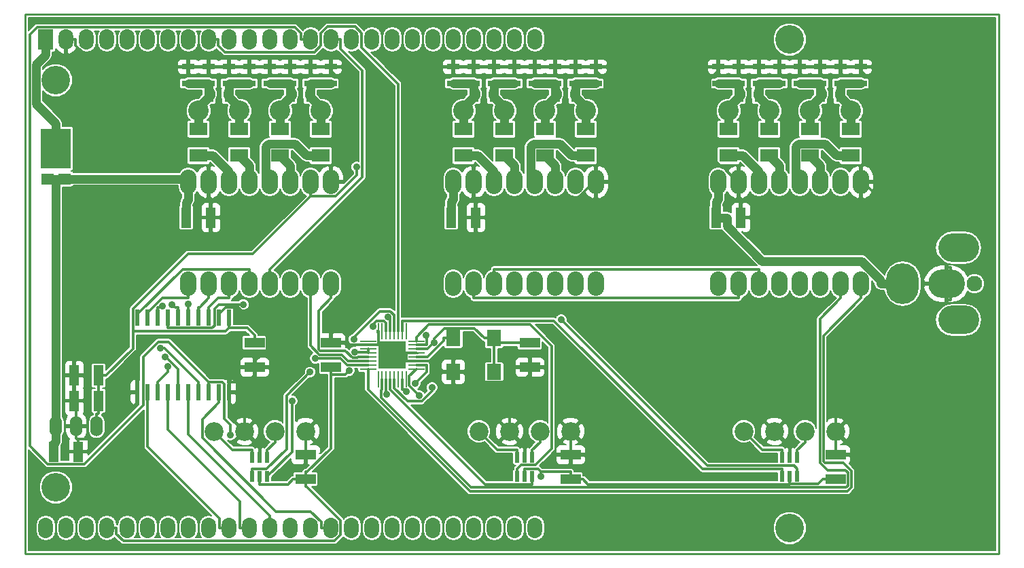
<source format=gbl>
%TF.GenerationSoftware,KiCad,Pcbnew,no-vcs-found-1929727~60~ubuntu16.04.1*%
%TF.CreationDate,2017-10-25T16:34:48-04:00*%
%TF.ProjectId,stepper_controller_5x3,737465707065725F636F6E74726F6C6C,1.1*%
%TF.SameCoordinates,Original*%
%TF.FileFunction,Copper,L2,Bot,Signal*%
%TF.FilePolarity,Positive*%
%FSLAX46Y46*%
G04 Gerber Fmt 4.6, Leading zero omitted, Abs format (unit mm)*
G04 Created by KiCad (PCBNEW no-vcs-found-1929727~60~ubuntu16.04.1) date Wed Oct 25 16:34:48 2017*
%MOMM*%
%LPD*%
G01*
G04 APERTURE LIST*
%TA.AperFunction,NonConductor*%
%ADD10C,0.228600*%
%TD*%
%TA.AperFunction,SMDPad,CuDef*%
%ADD11R,2.300000X1.650000*%
%TD*%
%TA.AperFunction,ComponentPad*%
%ADD12O,2.032000X3.048000*%
%TD*%
%TA.AperFunction,ComponentPad*%
%ADD13O,1.854200X2.540000*%
%TD*%
%TA.AperFunction,ComponentPad*%
%ADD14C,3.556000*%
%TD*%
%TA.AperFunction,ComponentPad*%
%ADD15R,1.854200X2.540000*%
%TD*%
%TA.AperFunction,SMDPad,CuDef*%
%ADD16R,2.540000X1.270000*%
%TD*%
%TA.AperFunction,SMDPad,CuDef*%
%ADD17R,1.270000X2.540000*%
%TD*%
%TA.AperFunction,SMDPad,CuDef*%
%ADD18R,1.800000X2.000000*%
%TD*%
%TA.AperFunction,SMDPad,CuDef*%
%ADD19R,3.800000X4.960000*%
%TD*%
%TA.AperFunction,SMDPad,CuDef*%
%ADD20R,1.600000X1.440000*%
%TD*%
%TA.AperFunction,ComponentPad*%
%ADD21C,1.930400*%
%TD*%
%TA.AperFunction,ComponentPad*%
%ADD22O,4.572000X3.556000*%
%TD*%
%TA.AperFunction,ComponentPad*%
%ADD23O,4.064000X5.080000*%
%TD*%
%TA.AperFunction,ComponentPad*%
%ADD24O,5.080000X3.556000*%
%TD*%
%TA.AperFunction,ComponentPad*%
%ADD25C,2.540000*%
%TD*%
%TA.AperFunction,ComponentPad*%
%ADD26C,2.340000*%
%TD*%
%TA.AperFunction,SMDPad,CuDef*%
%ADD27R,2.000000X0.250000*%
%TD*%
%TA.AperFunction,SMDPad,CuDef*%
%ADD28R,0.250000X2.000000*%
%TD*%
%TA.AperFunction,ComponentPad*%
%ADD29R,3.400000X3.400000*%
%TD*%
%TA.AperFunction,SMDPad,CuDef*%
%ADD30R,0.558800X1.330960*%
%TD*%
%TA.AperFunction,SMDPad,CuDef*%
%ADD31R,1.600200X0.787400*%
%TD*%
%TA.AperFunction,ComponentPad*%
%ADD32O,1.524000X2.540000*%
%TD*%
%TA.AperFunction,SMDPad,CuDef*%
%ADD33R,0.787400X1.600200*%
%TD*%
%TA.AperFunction,SMDPad,CuDef*%
%ADD34R,0.600000X2.000000*%
%TD*%
%TA.AperFunction,ViaPad*%
%ADD35C,0.889000*%
%TD*%
%TA.AperFunction,Conductor*%
%ADD36C,0.304800*%
%TD*%
%TA.AperFunction,Conductor*%
%ADD37C,1.066800*%
%TD*%
%TA.AperFunction,Conductor*%
%ADD38C,0.203200*%
%TD*%
G04 APERTURE END LIST*
D10*
X191135000Y-71755000D02*
X69850000Y-71755000D01*
X191135000Y-139065000D02*
X191135000Y-71755000D01*
X69850000Y-139065000D02*
X191135000Y-139065000D01*
X69850000Y-71755000D02*
X69850000Y-139065000D01*
D11*
%TO.P,L1,1*%
%TO.N,/tmc429_driver_0/stepper_0/A_+*%
X172720000Y-89407000D03*
%TO.P,L1,2*%
%TO.N,/tmc429_driver_0/stepper_0/A_+F*%
X172720000Y-86107000D03*
%TD*%
%TO.P,L2,1*%
%TO.N,/tmc429_driver_0/stepper_0/A_-*%
X167640000Y-89407000D03*
%TO.P,L2,2*%
%TO.N,/tmc429_driver_0/stepper_0/A_-F*%
X167640000Y-86107000D03*
%TD*%
%TO.P,L3,1*%
%TO.N,/tmc429_driver_0/stepper_0/B_+*%
X162560000Y-89407000D03*
%TO.P,L3,2*%
%TO.N,/tmc429_driver_0/stepper_0/B_+F*%
X162560000Y-86107000D03*
%TD*%
%TO.P,L4,1*%
%TO.N,/tmc429_driver_0/stepper_0/B_-*%
X157480000Y-89407000D03*
%TO.P,L4,2*%
%TO.N,/tmc429_driver_0/stepper_0/B_-F*%
X157480000Y-86107000D03*
%TD*%
%TO.P,L5,1*%
%TO.N,/tmc429_driver_0/stepper_1/A_+*%
X139700000Y-89407000D03*
%TO.P,L5,2*%
%TO.N,/tmc429_driver_0/stepper_1/A_+F*%
X139700000Y-86107000D03*
%TD*%
%TO.P,L6,1*%
%TO.N,/tmc429_driver_0/stepper_1/A_-*%
X134620000Y-89407000D03*
%TO.P,L6,2*%
%TO.N,/tmc429_driver_0/stepper_1/A_-F*%
X134620000Y-86107000D03*
%TD*%
%TO.P,L7,1*%
%TO.N,/tmc429_driver_0/stepper_1/B_+*%
X129540000Y-89407000D03*
%TO.P,L7,2*%
%TO.N,/tmc429_driver_0/stepper_1/B_+F*%
X129540000Y-86107000D03*
%TD*%
%TO.P,L8,1*%
%TO.N,/tmc429_driver_0/stepper_1/B_-*%
X124460000Y-89407000D03*
%TO.P,L8,2*%
%TO.N,/tmc429_driver_0/stepper_1/B_-F*%
X124460000Y-86107000D03*
%TD*%
%TO.P,L9,1*%
%TO.N,/tmc429_driver_0/stepper_2/A_+*%
X106680000Y-89407000D03*
%TO.P,L9,2*%
%TO.N,/tmc429_driver_0/stepper_2/A_+F*%
X106680000Y-86107000D03*
%TD*%
%TO.P,L10,1*%
%TO.N,/tmc429_driver_0/stepper_2/A_-*%
X101600000Y-89407000D03*
%TO.P,L10,2*%
%TO.N,/tmc429_driver_0/stepper_2/A_-F*%
X101600000Y-86107000D03*
%TD*%
%TO.P,L11,1*%
%TO.N,/tmc429_driver_0/stepper_2/B_+*%
X96520000Y-89407000D03*
%TO.P,L11,2*%
%TO.N,/tmc429_driver_0/stepper_2/B_+F*%
X96520000Y-86107000D03*
%TD*%
%TO.P,L12,1*%
%TO.N,/tmc429_driver_0/stepper_2/B_-*%
X91440000Y-89407000D03*
%TO.P,L12,2*%
%TO.N,/tmc429_driver_0/stepper_2/B_-F*%
X91440000Y-86107000D03*
%TD*%
D12*
%TO.P,SS1,1*%
%TO.N,/tmc429_driver_0/DIR_0*%
X173990000Y-105410000D03*
%TO.P,SS1,2*%
%TO.N,/tmc429_driver_0/STEP_0*%
X171450000Y-105410000D03*
%TO.P,SS1,3*%
%TO.N,N/C*%
X168910000Y-105410000D03*
%TO.P,SS1,4*%
%TO.N,/MISO*%
X166370000Y-105410000D03*
%TO.P,SS1,5*%
%TO.N,/tmc429_driver_0/~CS_DRIVER_0_B*%
X163830000Y-105410000D03*
%TO.P,SS1,6*%
%TO.N,/tmc429_driver_0/SCK_B*%
X161290000Y-105410000D03*
%TO.P,SS1,7*%
%TO.N,/tmc429_driver_0/MOSI_B*%
X158750000Y-105410000D03*
%TO.P,SS1,8*%
%TO.N,/tmc429_driver_0/~ENABLE_0_B*%
X156210000Y-105410000D03*
%TO.P,SS1,9*%
%TO.N,VAA*%
X156210000Y-92710000D03*
%TO.P,SS1,10*%
%TO.N,GND*%
X158750000Y-92710000D03*
%TO.P,SS1,11*%
%TO.N,/tmc429_driver_0/stepper_0/B_-*%
X161290000Y-92710000D03*
%TO.P,SS1,12*%
%TO.N,/tmc429_driver_0/stepper_0/B_+*%
X163830000Y-92710000D03*
%TO.P,SS1,13*%
%TO.N,/tmc429_driver_0/stepper_0/A_+*%
X166370000Y-92710000D03*
%TO.P,SS1,14*%
%TO.N,/tmc429_driver_0/stepper_0/A_-*%
X168910000Y-92710000D03*
%TO.P,SS1,15*%
%TO.N,+5V*%
X171450000Y-92710000D03*
%TO.P,SS1,16*%
%TO.N,GND*%
X173990000Y-92710000D03*
%TD*%
%TO.P,SS2,1*%
%TO.N,/tmc429_driver_0/DIR_1*%
X140970000Y-105410000D03*
%TO.P,SS2,2*%
%TO.N,/tmc429_driver_0/STEP_1*%
X138430000Y-105410000D03*
%TO.P,SS2,3*%
%TO.N,N/C*%
X135890000Y-105410000D03*
%TO.P,SS2,4*%
%TO.N,/MISO*%
X133350000Y-105410000D03*
%TO.P,SS2,5*%
%TO.N,/tmc429_driver_0/~CS_DRIVER_1_B*%
X130810000Y-105410000D03*
%TO.P,SS2,6*%
%TO.N,/tmc429_driver_0/SCK_B*%
X128270000Y-105410000D03*
%TO.P,SS2,7*%
%TO.N,/tmc429_driver_0/MOSI_B*%
X125730000Y-105410000D03*
%TO.P,SS2,8*%
%TO.N,/tmc429_driver_0/~ENABLE_1_B*%
X123190000Y-105410000D03*
%TO.P,SS2,9*%
%TO.N,VAA*%
X123190000Y-92710000D03*
%TO.P,SS2,10*%
%TO.N,GND*%
X125730000Y-92710000D03*
%TO.P,SS2,11*%
%TO.N,/tmc429_driver_0/stepper_1/B_-*%
X128270000Y-92710000D03*
%TO.P,SS2,12*%
%TO.N,/tmc429_driver_0/stepper_1/B_+*%
X130810000Y-92710000D03*
%TO.P,SS2,13*%
%TO.N,/tmc429_driver_0/stepper_1/A_+*%
X133350000Y-92710000D03*
%TO.P,SS2,14*%
%TO.N,/tmc429_driver_0/stepper_1/A_-*%
X135890000Y-92710000D03*
%TO.P,SS2,15*%
%TO.N,+5V*%
X138430000Y-92710000D03*
%TO.P,SS2,16*%
%TO.N,GND*%
X140970000Y-92710000D03*
%TD*%
%TO.P,SS3,1*%
%TO.N,/tmc429_driver_0/DIR_2*%
X107950000Y-105410000D03*
%TO.P,SS3,2*%
%TO.N,/tmc429_driver_0/STEP_2*%
X105410000Y-105410000D03*
%TO.P,SS3,3*%
%TO.N,N/C*%
X102870000Y-105410000D03*
%TO.P,SS3,4*%
%TO.N,/MISO*%
X100330000Y-105410000D03*
%TO.P,SS3,5*%
%TO.N,/tmc429_driver_0/~CS_DRIVER_2_B*%
X97790000Y-105410000D03*
%TO.P,SS3,6*%
%TO.N,/tmc429_driver_0/SCK_B*%
X95250000Y-105410000D03*
%TO.P,SS3,7*%
%TO.N,/tmc429_driver_0/MOSI_B*%
X92710000Y-105410000D03*
%TO.P,SS3,8*%
%TO.N,/tmc429_driver_0/~ENABLE_2_B*%
X90170000Y-105410000D03*
%TO.P,SS3,9*%
%TO.N,VAA*%
X90170000Y-92710000D03*
%TO.P,SS3,10*%
%TO.N,GND*%
X92710000Y-92710000D03*
%TO.P,SS3,11*%
%TO.N,/tmc429_driver_0/stepper_2/B_-*%
X95250000Y-92710000D03*
%TO.P,SS3,12*%
%TO.N,/tmc429_driver_0/stepper_2/B_+*%
X97790000Y-92710000D03*
%TO.P,SS3,13*%
%TO.N,/tmc429_driver_0/stepper_2/A_+*%
X100330000Y-92710000D03*
%TO.P,SS3,14*%
%TO.N,/tmc429_driver_0/stepper_2/A_-*%
X102870000Y-92710000D03*
%TO.P,SS3,15*%
%TO.N,+5V*%
X105410000Y-92710000D03*
%TO.P,SS3,16*%
%TO.N,GND*%
X107950000Y-92710000D03*
%TD*%
D13*
%TO.P,MDB1,46*%
%TO.N,N/C*%
X133350000Y-74930000D03*
%TO.P,MDB1,45*%
X130810000Y-74930000D03*
%TO.P,MDB1,30*%
X128270000Y-74930000D03*
%TO.P,MDB1,29*%
X125730000Y-74930000D03*
%TO.P,MDB1,44*%
X123190000Y-74930000D03*
%TO.P,MDB1,43*%
X120650000Y-74930000D03*
%TO.P,MDB1,47*%
X118110000Y-74930000D03*
%TO.P,MDB1,48*%
X115570000Y-74930000D03*
%TO.P,MDB1,49*%
X113030000Y-74930000D03*
%TO.P,MDB1,33*%
X133350000Y-135890000D03*
%TO.P,MDB1,34*%
X130810000Y-135890000D03*
%TO.P,MDB1,35*%
X128270000Y-135890000D03*
%TO.P,MDB1,36*%
X125730000Y-135890000D03*
%TO.P,MDB1,37*%
X123190000Y-135890000D03*
%TO.P,MDB1,38*%
X120650000Y-135890000D03*
%TO.P,MDB1,51*%
X118110000Y-135890000D03*
%TO.P,MDB1,DAC0*%
X115570000Y-135890000D03*
%TO.P,MDB1,DAC1*%
X113030000Y-135890000D03*
D14*
%TO.P,MDB1,*%
%TO.N,*%
X165100000Y-74930000D03*
X165100000Y-135890000D03*
X73660000Y-130810000D03*
X73660000Y-80010000D03*
D13*
%TO.P,MDB1,AREF*%
%TO.N,N/C*%
X72390000Y-135890000D03*
%TO.P,MDB1,VEE*%
X74930000Y-135890000D03*
%TO.P,MDB1,AGND*%
X77470000Y-135890000D03*
%TO.P,MDB1,3V3*%
%TO.N,+3V3*%
X80010000Y-135890000D03*
%TO.P,MDB1,23*%
%TO.N,+5V*%
X82550000Y-135890000D03*
%TO.P,MDB1,22*%
%TO.N,N/C*%
X85090000Y-135890000D03*
%TO.P,MDB1,21*%
X87630000Y-135890000D03*
%TO.P,MDB1,20*%
X90170000Y-135890000D03*
%TO.P,MDB1,19*%
X92710000Y-135890000D03*
%TO.P,MDB1,18*%
%TO.N,/CS_DRIVER_2*%
X95250000Y-135890000D03*
%TO.P,MDB1,17*%
%TO.N,/CS_DRIVER_1*%
X97790000Y-135890000D03*
%TO.P,MDB1,16*%
%TO.N,/CS_DRIVER_0*%
X100330000Y-135890000D03*
%TO.P,MDB1,15*%
%TO.N,/CS_429*%
X102870000Y-135890000D03*
%TO.P,MDB1,14*%
%TO.N,N/C*%
X105410000Y-135890000D03*
%TO.P,MDB1,13*%
%TO.N,/SCK*%
X107950000Y-135890000D03*
%TO.P,MDB1,53*%
%TO.N,N/C*%
X110490000Y-135890000D03*
%TO.P,MDB1,50*%
X110490000Y-74930000D03*
%TO.P,MDB1,12*%
%TO.N,/MISO*%
X107950000Y-74930000D03*
%TO.P,MDB1,11*%
%TO.N,/MOSI*%
X105410000Y-74930000D03*
%TO.P,MDB1,42*%
%TO.N,/ENABLE_2*%
X102870000Y-74930000D03*
%TO.P,MDB1,41*%
%TO.N,/ENABLE_1*%
X100330000Y-74930000D03*
%TO.P,MDB1,40*%
%TO.N,/ENABLE_0*%
X97790000Y-74930000D03*
%TO.P,MDB1,52*%
%TO.N,N/C*%
X95250000Y-74930000D03*
%TO.P,MDB1,6*%
%TO.N,/POSCOMP*%
X92710000Y-74930000D03*
%TO.P,MDB1,5*%
%TO.N,/INT*%
X90170000Y-74930000D03*
%TO.P,MDB1,54*%
%TO.N,N/C*%
X87630000Y-74930000D03*
%TO.P,MDB1,55*%
X85090000Y-74930000D03*
%TO.P,MDB1,2*%
X82550000Y-74930000D03*
%TO.P,MDB1,A11*%
X80010000Y-74930000D03*
D15*
%TO.P,MDB1,VDD*%
%TO.N,VDD*%
X72390000Y-74930000D03*
D13*
%TO.P,MDB1,A10*%
%TO.N,N/C*%
X77470000Y-74930000D03*
%TO.P,MDB1,GND*%
%TO.N,GND*%
X74930000Y-74930000D03*
%TD*%
D16*
%TO.P,C1,1*%
%TO.N,+3V3*%
X132715000Y-112776000D03*
%TO.P,C1,2*%
%TO.N,GND*%
X132715000Y-115824000D03*
%TD*%
D17*
%TO.P,C2,2*%
%TO.N,GND*%
X76454000Y-126365000D03*
%TO.P,C2,1*%
%TO.N,VAA*%
X73406000Y-126365000D03*
%TD*%
D16*
%TO.P,C4,2*%
%TO.N,GND*%
X107950000Y-112776000D03*
%TO.P,C4,1*%
%TO.N,+3V3*%
X107950000Y-115824000D03*
%TD*%
%TO.P,C5,1*%
%TO.N,+5V*%
X98425000Y-112776000D03*
%TO.P,C5,2*%
%TO.N,GND*%
X98425000Y-115824000D03*
%TD*%
D17*
%TO.P,C7,2*%
%TO.N,GND*%
X159004000Y-97155000D03*
%TO.P,C7,1*%
%TO.N,VAA*%
X155956000Y-97155000D03*
%TD*%
D18*
%TO.P,CLK1,4*%
%TO.N,+3V3*%
X128270000Y-112200000D03*
%TO.P,CLK1,3*%
%TO.N,/CLK*%
X123190000Y-112200000D03*
%TO.P,CLK1,2*%
%TO.N,GND*%
X123190000Y-116400000D03*
%TO.P,CLK1,1*%
%TO.N,+3V3*%
X128270000Y-116400000D03*
%TD*%
D19*
%TO.P,D1,1*%
%TO.N,VDD*%
X73660000Y-88515000D03*
D20*
%TO.P,D1,2*%
%TO.N,VAA*%
X72595000Y-92315000D03*
X74725000Y-92315000D03*
%TD*%
D21*
%TO.P,P1,*%
%TO.N,*%
X188137800Y-105410000D03*
D22*
%TO.P,P1,2*%
%TO.N,GND*%
X184632600Y-105410000D03*
D23*
%TO.P,P1,1*%
%TO.N,VAA*%
X179146200Y-105410000D03*
D24*
%TO.P,P1,*%
%TO.N,*%
X186131200Y-100914200D03*
X186131200Y-109905800D03*
%TD*%
D25*
%TO.P,T1,3*%
%TO.N,/tmc429_driver_0/stepper_0/A_-F*%
X167640000Y-83820000D03*
%TO.P,T1,2*%
%TO.N,/tmc429_driver_0/stepper_0/B_+F*%
X162560000Y-83820000D03*
%TO.P,T1,1*%
%TO.N,/tmc429_driver_0/stepper_0/B_-F*%
X157480000Y-83820000D03*
%TO.P,T1,4*%
%TO.N,/tmc429_driver_0/stepper_0/A_+F*%
X172720000Y-83820000D03*
%TD*%
D26*
%TO.P,T2,4*%
%TO.N,GND*%
X170815000Y-123825000D03*
%TO.P,T2,1*%
%TO.N,/tmc429_driver_0/stepper_0/REF_B*%
X159385000Y-123825000D03*
%TO.P,T2,2*%
%TO.N,GND*%
X163195000Y-123825000D03*
%TO.P,T2,3*%
%TO.N,/tmc429_driver_0/stepper_0/REFR_B*%
X167005000Y-123825000D03*
%TD*%
D25*
%TO.P,T3,4*%
%TO.N,/tmc429_driver_0/stepper_1/A_+F*%
X139700000Y-83820000D03*
%TO.P,T3,1*%
%TO.N,/tmc429_driver_0/stepper_1/B_-F*%
X124460000Y-83820000D03*
%TO.P,T3,2*%
%TO.N,/tmc429_driver_0/stepper_1/B_+F*%
X129540000Y-83820000D03*
%TO.P,T3,3*%
%TO.N,/tmc429_driver_0/stepper_1/A_-F*%
X134620000Y-83820000D03*
%TD*%
D26*
%TO.P,T4,3*%
%TO.N,/tmc429_driver_0/stepper_1/REFR_B*%
X133985000Y-123825000D03*
%TO.P,T4,2*%
%TO.N,GND*%
X130175000Y-123825000D03*
%TO.P,T4,1*%
%TO.N,/tmc429_driver_0/stepper_1/REF_B*%
X126365000Y-123825000D03*
%TO.P,T4,4*%
%TO.N,GND*%
X137795000Y-123825000D03*
%TD*%
D25*
%TO.P,T5,3*%
%TO.N,/tmc429_driver_0/stepper_2/A_-F*%
X101600000Y-83820000D03*
%TO.P,T5,2*%
%TO.N,/tmc429_driver_0/stepper_2/B_+F*%
X96520000Y-83820000D03*
%TO.P,T5,1*%
%TO.N,/tmc429_driver_0/stepper_2/B_-F*%
X91440000Y-83820000D03*
%TO.P,T5,4*%
%TO.N,/tmc429_driver_0/stepper_2/A_+F*%
X106680000Y-83820000D03*
%TD*%
D26*
%TO.P,T6,3*%
%TO.N,/tmc429_driver_0/stepper_2/REFR_B*%
X100965000Y-123825000D03*
%TO.P,T6,2*%
%TO.N,GND*%
X97155000Y-123825000D03*
%TO.P,T6,1*%
%TO.N,/tmc429_driver_0/stepper_2/REF_B*%
X93345000Y-123825000D03*
%TO.P,T6,4*%
%TO.N,GND*%
X104775000Y-123825000D03*
%TD*%
D27*
%TO.P,U1,24*%
%TO.N,N/C*%
X112570000Y-112550000D03*
%TO.P,U1,23*%
%TO.N,GND*%
X112570000Y-113050000D03*
%TO.P,U1,22*%
%TO.N,+3V3*%
X112570000Y-113550000D03*
%TO.P,U1,21*%
X112570000Y-114050000D03*
%TO.P,U1,20*%
%TO.N,/tmc429_driver_0/DIR_2*%
X112570000Y-114550000D03*
%TO.P,U1,19*%
%TO.N,/tmc429_driver_0/STEP_2*%
X112570000Y-115050000D03*
%TO.P,U1,18*%
%TO.N,/tmc429_driver_0/STEP_1*%
X112570000Y-115550000D03*
%TO.P,U1,17*%
%TO.N,/tmc429_driver_0/DIR_0*%
X112570000Y-116050000D03*
%TO.P,U1,8*%
%TO.N,/SCK*%
X118570000Y-116050000D03*
%TO.P,U1,7*%
%TO.N,/CS_429*%
X118570000Y-115550000D03*
%TO.P,U1,6*%
%TO.N,GND*%
X118570000Y-115050000D03*
%TO.P,U1,5*%
%TO.N,/CLK*%
X118570000Y-114550000D03*
%TO.P,U1,4*%
%TO.N,GND*%
X118570000Y-114050000D03*
%TO.P,U1,3*%
%TO.N,+3V3*%
X118570000Y-113550000D03*
%TO.P,U1,2*%
%TO.N,/tmc429_driver_0/REF_2*%
X118570000Y-113050000D03*
%TO.P,U1,1*%
%TO.N,/tmc429_driver_0/REF_1*%
X118570000Y-112550000D03*
D28*
%TO.P,U1,16*%
%TO.N,N/C*%
X113820000Y-117300000D03*
%TO.P,U1,15*%
%TO.N,/tmc429_driver_0/STEP_0*%
X114320000Y-117300000D03*
%TO.P,U1,14*%
%TO.N,/INT*%
X114820000Y-117300000D03*
%TO.P,U1,13*%
%TO.N,/tmc429_driver_0/REFR_1*%
X115320000Y-117300000D03*
%TO.P,U1,12*%
%TO.N,/MISO*%
X115820000Y-117300000D03*
%TO.P,U1,11*%
%TO.N,N/C*%
X116320000Y-117300000D03*
%TO.P,U1,10*%
%TO.N,/MOSI*%
X116820000Y-117300000D03*
%TO.P,U1,9*%
%TO.N,N/C*%
X117320000Y-117300000D03*
%TO.P,U1,32*%
X117320000Y-111300000D03*
%TO.P,U1,31*%
%TO.N,/tmc429_driver_0/REF_0*%
X116820000Y-111300000D03*
%TO.P,U1,30*%
%TO.N,/POSCOMP*%
X116320000Y-111300000D03*
%TO.P,U1,29*%
%TO.N,/tmc429_driver_0/REFR_2*%
X115820000Y-111300000D03*
%TO.P,U1,28*%
%TO.N,/tmc429_driver_0/REFR_0*%
X115320000Y-111300000D03*
%TO.P,U1,27*%
%TO.N,/tmc429_driver_0/DIR_1*%
X114820000Y-111300000D03*
%TO.P,U1,26*%
%TO.N,N/C*%
X114320000Y-111300000D03*
%TO.P,U1,25*%
%TO.N,GND*%
X113820000Y-111300000D03*
D29*
%TO.P,U1,PAD*%
X115570000Y-114300000D03*
%TD*%
D30*
%TO.P,U3,1*%
%TO.N,/tmc429_driver_0/stepper_0/REF_B*%
X164150040Y-127071120D03*
%TO.P,U3,2*%
%TO.N,GND*%
X165100000Y-127071120D03*
%TO.P,U3,3*%
%TO.N,/tmc429_driver_0/stepper_0/REFR_B*%
X166049960Y-127071120D03*
%TO.P,U3,4*%
%TO.N,/tmc429_driver_0/REFR_0*%
X166049960Y-129468880D03*
%TO.P,U3,5*%
%TO.N,+3V3*%
X165100000Y-129468880D03*
%TO.P,U3,6*%
%TO.N,/tmc429_driver_0/REF_0*%
X164150040Y-129468880D03*
%TD*%
%TO.P,U4,1*%
%TO.N,/tmc429_driver_0/stepper_1/REF_B*%
X131130040Y-127071120D03*
%TO.P,U4,2*%
%TO.N,GND*%
X132080000Y-127071120D03*
%TO.P,U4,3*%
%TO.N,/tmc429_driver_0/stepper_1/REFR_B*%
X133029960Y-127071120D03*
%TO.P,U4,4*%
%TO.N,/tmc429_driver_0/REFR_1*%
X133029960Y-129468880D03*
%TO.P,U4,5*%
%TO.N,+3V3*%
X132080000Y-129468880D03*
%TO.P,U4,6*%
%TO.N,/tmc429_driver_0/REF_1*%
X131130040Y-129468880D03*
%TD*%
D17*
%TO.P,C3,2*%
%TO.N,GND*%
X75946000Y-120015000D03*
%TO.P,C3,1*%
%TO.N,+5V*%
X78994000Y-120015000D03*
%TD*%
D31*
%TO.P,C8,2*%
%TO.N,GND*%
X171450000Y-78333600D03*
%TO.P,C8,1*%
%TO.N,/tmc429_driver_0/stepper_0/A_+F*%
X171450000Y-80416400D03*
%TD*%
%TO.P,C9,1*%
%TO.N,/tmc429_driver_0/stepper_0/A_-F*%
X168910000Y-80416400D03*
%TO.P,C9,2*%
%TO.N,GND*%
X168910000Y-78333600D03*
%TD*%
%TO.P,C10,2*%
%TO.N,GND*%
X161290000Y-78333600D03*
%TO.P,C10,1*%
%TO.N,/tmc429_driver_0/stepper_0/B_+F*%
X161290000Y-80416400D03*
%TD*%
%TO.P,C11,1*%
%TO.N,/tmc429_driver_0/stepper_0/B_-F*%
X158750000Y-80416400D03*
%TO.P,C11,2*%
%TO.N,GND*%
X158750000Y-78333600D03*
%TD*%
D16*
%TO.P,C12,1*%
%TO.N,+3V3*%
X170815000Y-129794000D03*
%TO.P,C12,2*%
%TO.N,GND*%
X170815000Y-126746000D03*
%TD*%
D17*
%TO.P,C14,1*%
%TO.N,VAA*%
X122936000Y-97155000D03*
%TO.P,C14,2*%
%TO.N,GND*%
X125984000Y-97155000D03*
%TD*%
D31*
%TO.P,C15,2*%
%TO.N,GND*%
X138430000Y-78333600D03*
%TO.P,C15,1*%
%TO.N,/tmc429_driver_0/stepper_1/A_+F*%
X138430000Y-80416400D03*
%TD*%
%TO.P,C16,2*%
%TO.N,GND*%
X135890000Y-78333600D03*
%TO.P,C16,1*%
%TO.N,/tmc429_driver_0/stepper_1/A_-F*%
X135890000Y-80416400D03*
%TD*%
%TO.P,C17,1*%
%TO.N,/tmc429_driver_0/stepper_1/B_+F*%
X128270000Y-80416400D03*
%TO.P,C17,2*%
%TO.N,GND*%
X128270000Y-78333600D03*
%TD*%
%TO.P,C18,2*%
%TO.N,GND*%
X125730000Y-78333600D03*
%TO.P,C18,1*%
%TO.N,/tmc429_driver_0/stepper_1/B_-F*%
X125730000Y-80416400D03*
%TD*%
D16*
%TO.P,C19,2*%
%TO.N,GND*%
X137795000Y-126746000D03*
%TO.P,C19,1*%
%TO.N,+3V3*%
X137795000Y-129794000D03*
%TD*%
D17*
%TO.P,C21,1*%
%TO.N,VAA*%
X89916000Y-97155000D03*
%TO.P,C21,2*%
%TO.N,GND*%
X92964000Y-97155000D03*
%TD*%
D31*
%TO.P,C22,1*%
%TO.N,/tmc429_driver_0/stepper_2/A_+F*%
X105410000Y-80416400D03*
%TO.P,C22,2*%
%TO.N,GND*%
X105410000Y-78333600D03*
%TD*%
%TO.P,C23,2*%
%TO.N,GND*%
X102870000Y-78333600D03*
%TO.P,C23,1*%
%TO.N,/tmc429_driver_0/stepper_2/A_-F*%
X102870000Y-80416400D03*
%TD*%
%TO.P,C24,1*%
%TO.N,/tmc429_driver_0/stepper_2/B_+F*%
X95250000Y-80416400D03*
%TO.P,C24,2*%
%TO.N,GND*%
X95250000Y-78333600D03*
%TD*%
%TO.P,C25,2*%
%TO.N,GND*%
X92710000Y-78333600D03*
%TO.P,C25,1*%
%TO.N,/tmc429_driver_0/stepper_2/B_-F*%
X92710000Y-80416400D03*
%TD*%
D16*
%TO.P,C26,2*%
%TO.N,GND*%
X104775000Y-126746000D03*
%TO.P,C26,1*%
%TO.N,+3V3*%
X104775000Y-129794000D03*
%TD*%
D17*
%TO.P,R1,1*%
%TO.N,+5V*%
X78994000Y-116840000D03*
%TO.P,R1,2*%
%TO.N,GND*%
X75946000Y-116840000D03*
%TD*%
D32*
%TO.P,REG1,2*%
%TO.N,GND*%
X76200000Y-123190000D03*
%TO.P,REG1,3*%
%TO.N,+5V*%
X78740000Y-123190000D03*
%TO.P,REG1,1*%
%TO.N,VAA*%
X73660000Y-123190000D03*
%TD*%
D33*
%TO.P,RV1,1*%
%TO.N,/tmc429_driver_0/stepper_0/A_+F*%
X171221400Y-81915000D03*
%TO.P,RV1,2*%
%TO.N,/tmc429_driver_0/stepper_0/A_-F*%
X169138600Y-81915000D03*
%TD*%
%TO.P,RV2,2*%
%TO.N,/tmc429_driver_0/stepper_0/B_-F*%
X158978600Y-81915000D03*
%TO.P,RV2,1*%
%TO.N,/tmc429_driver_0/stepper_0/B_+F*%
X161061400Y-81915000D03*
%TD*%
D31*
%TO.P,RV3,1*%
%TO.N,/tmc429_driver_0/stepper_0/A_+F*%
X173990000Y-80416400D03*
%TO.P,RV3,2*%
%TO.N,GND*%
X173990000Y-78333600D03*
%TD*%
%TO.P,RV4,2*%
%TO.N,GND*%
X166370000Y-78333600D03*
%TO.P,RV4,1*%
%TO.N,/tmc429_driver_0/stepper_0/A_-F*%
X166370000Y-80416400D03*
%TD*%
%TO.P,RV5,1*%
%TO.N,/tmc429_driver_0/stepper_0/B_+F*%
X163830000Y-80416400D03*
%TO.P,RV5,2*%
%TO.N,GND*%
X163830000Y-78333600D03*
%TD*%
%TO.P,RV6,2*%
%TO.N,GND*%
X156210000Y-78333600D03*
%TO.P,RV6,1*%
%TO.N,/tmc429_driver_0/stepper_0/B_-F*%
X156210000Y-80416400D03*
%TD*%
D33*
%TO.P,RV7,1*%
%TO.N,/tmc429_driver_0/stepper_1/A_+F*%
X138201400Y-81915000D03*
%TO.P,RV7,2*%
%TO.N,/tmc429_driver_0/stepper_1/A_-F*%
X136118600Y-81915000D03*
%TD*%
%TO.P,RV8,1*%
%TO.N,/tmc429_driver_0/stepper_1/B_+F*%
X128041400Y-81915000D03*
%TO.P,RV8,2*%
%TO.N,/tmc429_driver_0/stepper_1/B_-F*%
X125958600Y-81915000D03*
%TD*%
D31*
%TO.P,RV9,1*%
%TO.N,/tmc429_driver_0/stepper_1/A_+F*%
X140970000Y-80416400D03*
%TO.P,RV9,2*%
%TO.N,GND*%
X140970000Y-78333600D03*
%TD*%
%TO.P,RV10,2*%
%TO.N,GND*%
X133350000Y-78333600D03*
%TO.P,RV10,1*%
%TO.N,/tmc429_driver_0/stepper_1/A_-F*%
X133350000Y-80416400D03*
%TD*%
%TO.P,RV11,1*%
%TO.N,/tmc429_driver_0/stepper_1/B_+F*%
X130810000Y-80416400D03*
%TO.P,RV11,2*%
%TO.N,GND*%
X130810000Y-78333600D03*
%TD*%
%TO.P,RV12,2*%
%TO.N,GND*%
X123190000Y-78333600D03*
%TO.P,RV12,1*%
%TO.N,/tmc429_driver_0/stepper_1/B_-F*%
X123190000Y-80416400D03*
%TD*%
D33*
%TO.P,RV13,1*%
%TO.N,/tmc429_driver_0/stepper_2/A_+F*%
X105181400Y-81915000D03*
%TO.P,RV13,2*%
%TO.N,/tmc429_driver_0/stepper_2/A_-F*%
X103098600Y-81915000D03*
%TD*%
%TO.P,RV14,2*%
%TO.N,/tmc429_driver_0/stepper_2/B_-F*%
X92938600Y-81915000D03*
%TO.P,RV14,1*%
%TO.N,/tmc429_driver_0/stepper_2/B_+F*%
X95021400Y-81915000D03*
%TD*%
D31*
%TO.P,RV15,1*%
%TO.N,/tmc429_driver_0/stepper_2/A_+F*%
X107950000Y-80416400D03*
%TO.P,RV15,2*%
%TO.N,GND*%
X107950000Y-78333600D03*
%TD*%
%TO.P,RV16,2*%
%TO.N,GND*%
X100330000Y-78333600D03*
%TO.P,RV16,1*%
%TO.N,/tmc429_driver_0/stepper_2/A_-F*%
X100330000Y-80416400D03*
%TD*%
%TO.P,RV17,1*%
%TO.N,/tmc429_driver_0/stepper_2/B_+F*%
X97790000Y-80416400D03*
%TO.P,RV17,2*%
%TO.N,GND*%
X97790000Y-78333600D03*
%TD*%
%TO.P,RV18,2*%
%TO.N,GND*%
X90170000Y-78333600D03*
%TO.P,RV18,1*%
%TO.N,/tmc429_driver_0/stepper_2/B_-F*%
X90170000Y-80416400D03*
%TD*%
D34*
%TO.P,U2,20*%
%TO.N,+5V*%
X95250000Y-109650000D03*
%TO.P,U2,19*%
%TO.N,GND*%
X93980000Y-109650000D03*
%TO.P,U2,18*%
%TO.N,/tmc429_driver_0/SCK_B*%
X92710000Y-109650000D03*
%TO.P,U2,17*%
%TO.N,/tmc429_driver_0/MOSI_B*%
X91440000Y-109650000D03*
%TO.P,U2,16*%
%TO.N,/tmc429_driver_0/~ENABLE_0_B*%
X90170000Y-109650000D03*
%TO.P,U2,15*%
%TO.N,/tmc429_driver_0/~CS_DRIVER_0_B*%
X88900000Y-109650000D03*
%TO.P,U2,14*%
%TO.N,/tmc429_driver_0/~ENABLE_1_B*%
X87630000Y-109650000D03*
%TO.P,U2,13*%
%TO.N,/tmc429_driver_0/~CS_DRIVER_1_B*%
X86360000Y-109650000D03*
%TO.P,U2,12*%
%TO.N,/tmc429_driver_0/~ENABLE_2_B*%
X85090000Y-109650000D03*
%TO.P,U2,11*%
%TO.N,/tmc429_driver_0/~CS_DRIVER_2_B*%
X83820000Y-109650000D03*
%TO.P,U2,10*%
%TO.N,GND*%
X83820000Y-118950000D03*
%TO.P,U2,9*%
%TO.N,/CS_DRIVER_2*%
X85090000Y-118950000D03*
%TO.P,U2,8*%
%TO.N,/ENABLE_2*%
X86360000Y-118950000D03*
%TO.P,U2,7*%
%TO.N,/CS_DRIVER_1*%
X87630000Y-118950000D03*
%TO.P,U2,6*%
%TO.N,/ENABLE_1*%
X88900000Y-118950000D03*
%TO.P,U2,5*%
%TO.N,/CS_DRIVER_0*%
X90170000Y-118950000D03*
%TO.P,U2,4*%
%TO.N,/ENABLE_0*%
X91440000Y-118950000D03*
%TO.P,U2,3*%
%TO.N,/MOSI*%
X92710000Y-118950000D03*
%TO.P,U2,2*%
%TO.N,/SCK*%
X93980000Y-118950000D03*
%TO.P,U2,1*%
%TO.N,GND*%
X95250000Y-118950000D03*
%TD*%
D30*
%TO.P,U5,1*%
%TO.N,/tmc429_driver_0/stepper_2/REF_B*%
X98110040Y-127071120D03*
%TO.P,U5,2*%
%TO.N,GND*%
X99060000Y-127071120D03*
%TO.P,U5,3*%
%TO.N,/tmc429_driver_0/stepper_2/REFR_B*%
X100009960Y-127071120D03*
%TO.P,U5,4*%
%TO.N,/tmc429_driver_0/REFR_2*%
X100009960Y-129468880D03*
%TO.P,U5,5*%
%TO.N,+3V3*%
X99060000Y-129468880D03*
%TO.P,U5,6*%
%TO.N,/tmc429_driver_0/REF_2*%
X98110040Y-129468880D03*
%TD*%
D35*
%TO.N,+3V3*%
X110889500Y-113925000D03*
X134070700Y-129409000D03*
X120796600Y-112734900D03*
X110186500Y-116267800D03*
%TO.N,/CS_429*%
X118420200Y-117845100D03*
%TO.N,/SCK*%
X118952300Y-119364200D03*
%TO.N,/MISO*%
X120535000Y-118361000D03*
%TO.N,/MOSI*%
X95426100Y-124254700D03*
X117302300Y-118847400D03*
%TO.N,/ENABLE_2*%
X87610700Y-115752400D03*
%TO.N,/ENABLE_1*%
X87274800Y-114496200D03*
%TO.N,/ENABLE_0*%
X86671000Y-113395200D03*
%TO.N,/INT*%
X114879700Y-119215100D03*
%TO.N,/tmc429_driver_0/DIR_1*%
X113140600Y-110748700D03*
%TO.N,/tmc429_driver_0/STEP_1*%
X105997200Y-114717200D03*
%TO.N,/tmc429_driver_0/REF_2*%
X105340700Y-116437800D03*
X119811500Y-111805400D03*
%TO.N,/tmc429_driver_0/REFR_2*%
X103095600Y-120032000D03*
X110783600Y-112344000D03*
%TO.N,/tmc429_driver_0/REFR_0*%
X136613600Y-109908200D03*
X115061300Y-109552300D03*
%TO.N,+5V*%
X111142900Y-90835200D03*
%TO.N,/tmc429_driver_0/~CS_DRIVER_0_B*%
X88110800Y-107977200D03*
%TO.N,/tmc429_driver_0/~ENABLE_0_B*%
X90173200Y-107937300D03*
%TO.N,/tmc429_driver_0/~CS_DRIVER_1_B*%
X86973100Y-108175400D03*
%TO.N,/tmc429_driver_0/~ENABLE_1_B*%
X97015900Y-107983400D03*
%TD*%
D36*
%TO.N,+3V3*%
X132080000Y-129468900D02*
X132080000Y-128524000D01*
X137795000Y-129794000D02*
X137795000Y-128879600D01*
X128270000Y-112776000D02*
X131165600Y-112776000D01*
X128270000Y-116400000D02*
X128270000Y-112776000D01*
X128270000Y-112776000D02*
X128270000Y-112200000D01*
X104775000Y-129794000D02*
X103225600Y-129794000D01*
X99060000Y-129468900D02*
X99060000Y-130413800D01*
X139964200Y-130413800D02*
X139344400Y-129794000D01*
X165100000Y-130413800D02*
X139964200Y-130413800D01*
X137795000Y-129794000D02*
X139344400Y-129794000D01*
X165100000Y-129468900D02*
X165100000Y-130299500D01*
X165100000Y-130299500D02*
X165100000Y-130388800D01*
X165100000Y-130388800D02*
X165100000Y-130413800D01*
X168670800Y-130388800D02*
X165100000Y-130388800D01*
X169265600Y-129794000D02*
X168670800Y-130388800D01*
X170815000Y-129794000D02*
X169265600Y-129794000D01*
X112570000Y-113550000D02*
X112570000Y-113925000D01*
X112570000Y-113925000D02*
X112570000Y-114050000D01*
X132715000Y-112776000D02*
X131165600Y-112776000D01*
X134070700Y-129409000D02*
X134070700Y-128879600D01*
X133715100Y-128524000D02*
X132080000Y-128524000D01*
X134070700Y-128879600D02*
X133715100Y-128524000D01*
X107950000Y-115824000D02*
X107950000Y-116738400D01*
X112570000Y-113925000D02*
X110889500Y-113925000D01*
X102605800Y-130413800D02*
X99060000Y-130413800D01*
X103225600Y-129794000D02*
X102605800Y-130413800D01*
X81216500Y-136627500D02*
X81216500Y-135890000D01*
X82067100Y-137478100D02*
X81216500Y-136627500D01*
X108378800Y-137478100D02*
X82067100Y-137478100D01*
X109133200Y-136723700D02*
X108378800Y-137478100D01*
X109133200Y-134952300D02*
X109133200Y-136723700D01*
X104889300Y-130708400D02*
X109133200Y-134952300D01*
X104775000Y-130708400D02*
X104889300Y-130708400D01*
X104775000Y-129794000D02*
X104775000Y-130708400D01*
X80010000Y-135890000D02*
X81216500Y-135890000D01*
X104775000Y-129794000D02*
X104775000Y-128879600D01*
X105003600Y-128879600D02*
X104775000Y-128879600D01*
X107950000Y-125933200D02*
X105003600Y-128879600D01*
X107950000Y-116738400D02*
X107950000Y-125933200D01*
X137795000Y-128879600D02*
X134070700Y-128879600D01*
X128270000Y-112200000D02*
X127090600Y-112200000D01*
X119924700Y-113550000D02*
X120768200Y-112706500D01*
X118570000Y-113550000D02*
X119924700Y-113550000D01*
X125836200Y-110945600D02*
X127090600Y-112200000D01*
X122088800Y-110945600D02*
X125836200Y-110945600D01*
X120768200Y-112266200D02*
X122088800Y-110945600D01*
X120768200Y-112706500D02*
X120768200Y-112266200D01*
X120796600Y-112734900D02*
X120768200Y-112706500D01*
X109715900Y-116738400D02*
X110186500Y-116267800D01*
X107950000Y-116738400D02*
X109715900Y-116738400D01*
%TO.N,GND*%
X95250000Y-78333600D02*
X97790000Y-78333600D01*
X130810000Y-78333600D02*
X133350000Y-78333600D01*
X128270000Y-78333600D02*
X130810000Y-78333600D01*
X158750000Y-78333600D02*
X161290000Y-78333600D01*
X161290000Y-78333600D02*
X163830000Y-78333600D01*
X168910000Y-78333600D02*
X171450000Y-78333600D01*
X163830000Y-78333600D02*
X166370000Y-78333600D01*
X166370000Y-78333600D02*
X168910000Y-78333600D01*
X125730000Y-78333600D02*
X128270000Y-78333600D01*
X133350000Y-78333600D02*
X135890000Y-78333600D01*
X92710000Y-78333600D02*
X95250000Y-78333600D01*
X97790000Y-78333600D02*
X100330000Y-78333600D01*
X100330000Y-78333600D02*
X102870000Y-78333600D01*
X102870000Y-78333600D02*
X105410000Y-78333600D01*
X135890000Y-78333600D02*
X138430000Y-78333600D01*
X113849400Y-111329400D02*
X113849400Y-113050000D01*
X113820000Y-111300000D02*
X113849400Y-111329400D01*
X95250000Y-119589700D02*
X95250000Y-120229400D01*
X137795000Y-123825000D02*
X137795000Y-126746000D01*
X185140600Y-105410000D02*
X185140600Y-107467400D01*
X75946000Y-120015000D02*
X76073000Y-120015000D01*
X76073000Y-120015000D02*
X76200000Y-120015000D01*
X75946000Y-119888000D02*
X75946000Y-116840000D01*
X76073000Y-120015000D02*
X75946000Y-119888000D01*
X159004000Y-94767400D02*
X158750000Y-94513400D01*
X159004000Y-97155000D02*
X159004000Y-94767400D01*
X156210000Y-78333600D02*
X158750000Y-78333600D01*
X104775000Y-126746000D02*
X104775000Y-123825000D01*
X112676300Y-113050000D02*
X113849400Y-113050000D01*
X112676300Y-113050000D02*
X112570000Y-113050000D01*
X107950000Y-112776000D02*
X109499400Y-112776000D01*
X125730000Y-92710000D02*
X125730000Y-94513400D01*
X123190000Y-78333600D02*
X125730000Y-78333600D01*
X158750000Y-92971600D02*
X158750000Y-94513400D01*
X158750000Y-92971600D02*
X158750000Y-92945400D01*
X158750000Y-92710000D02*
X158750000Y-92827700D01*
X158750000Y-92827700D02*
X158750000Y-92945400D01*
X156210000Y-78333600D02*
X156210000Y-79006700D01*
X98425000Y-115824000D02*
X98425000Y-116738400D01*
X98653600Y-114909600D02*
X98425000Y-114909600D01*
X99976500Y-113586700D02*
X98653600Y-114909600D01*
X99976500Y-111974100D02*
X99976500Y-113586700D01*
X96398000Y-108395600D02*
X99976500Y-111974100D01*
X94827800Y-108395600D02*
X96398000Y-108395600D01*
X93980000Y-109243400D02*
X94827800Y-108395600D01*
X93980000Y-109650000D02*
X93980000Y-109243400D01*
X98425000Y-115824000D02*
X98425000Y-114909600D01*
X95250000Y-119589700D02*
X95250000Y-118950000D01*
X97492800Y-117670600D02*
X98425000Y-116738400D01*
X95250000Y-117670600D02*
X97492800Y-117670600D01*
X95250000Y-118950000D02*
X95250000Y-117670600D01*
X132715000Y-115824000D02*
X132715000Y-116738400D01*
X123190000Y-116400000D02*
X124369400Y-116400000D01*
X170815000Y-121535800D02*
X170815000Y-123825000D01*
X184883400Y-107467400D02*
X170815000Y-121535800D01*
X185140600Y-107467400D02*
X184883400Y-107467400D01*
X170815000Y-123825000D02*
X170815000Y-126746000D01*
X131748200Y-117705200D02*
X130175000Y-117705200D01*
X132715000Y-116738400D02*
X131748200Y-117705200D01*
X138430000Y-78333600D02*
X140970000Y-78333600D01*
X140970000Y-78333600D02*
X140970000Y-79006700D01*
X155143100Y-84660400D02*
X142024500Y-84660400D01*
X142024500Y-79892900D02*
X142024500Y-84660400D01*
X141138300Y-79006700D02*
X142024500Y-79892900D01*
X140970000Y-79006700D02*
X141138300Y-79006700D01*
X142024500Y-89852100D02*
X140970000Y-90906600D01*
X142024500Y-84660400D02*
X142024500Y-89852100D01*
X155143100Y-89415500D02*
X155143100Y-84660400D01*
X156659200Y-90931600D02*
X155143100Y-89415500D01*
X156853900Y-90931600D02*
X156659200Y-90931600D01*
X158750000Y-92827700D02*
X156853900Y-90931600D01*
X156041700Y-79006700D02*
X156210000Y-79006700D01*
X155143100Y-79905300D02*
X156041700Y-79006700D01*
X155143100Y-84660400D02*
X155143100Y-79905300D01*
X105410000Y-78333600D02*
X107950000Y-78333600D01*
X114320000Y-113050000D02*
X113849400Y-113050000D01*
X115570000Y-114300000D02*
X114320000Y-113050000D01*
X120660600Y-115050000D02*
X118570000Y-115050000D01*
X122010600Y-116400000D02*
X120660600Y-115050000D01*
X118570000Y-115050000D02*
X117290600Y-115050000D01*
X118570000Y-114050000D02*
X117290600Y-114050000D01*
X117290600Y-114300000D02*
X115570000Y-114300000D01*
X117290600Y-115050000D02*
X117290600Y-114300000D01*
X117290600Y-114300000D02*
X117290600Y-114050000D01*
X92964000Y-94767400D02*
X92964000Y-97155000D01*
X92710000Y-94513400D02*
X92964000Y-94767400D01*
X92710000Y-92710000D02*
X92710000Y-94513400D01*
X140970000Y-92710000D02*
X140970000Y-92448400D01*
X140970000Y-92448400D02*
X140970000Y-90906600D01*
X138677500Y-94767400D02*
X125984000Y-94767400D01*
X140970000Y-92474900D02*
X138677500Y-94767400D01*
X140970000Y-92448400D02*
X140970000Y-92474900D01*
X125730000Y-94513400D02*
X125984000Y-94767400D01*
X125984000Y-94767400D02*
X125984000Y-97155000D01*
X108118300Y-79006700D02*
X107950000Y-79006700D01*
X109012300Y-79900700D02*
X108118300Y-79006700D01*
X109012300Y-89844300D02*
X109012300Y-79900700D01*
X107950000Y-90906600D02*
X109012300Y-89844300D01*
X107950000Y-92710000D02*
X107950000Y-90906600D01*
X107950000Y-78333600D02*
X107950000Y-79006700D01*
X97155000Y-122134400D02*
X97155000Y-123825000D01*
X95250000Y-120229400D02*
X97155000Y-122134400D01*
X99060000Y-125730000D02*
X99060000Y-127071100D01*
X97155000Y-123825000D02*
X99060000Y-125730000D01*
X76200000Y-123190000D02*
X76200000Y-120015000D01*
X76276200Y-124815600D02*
X76454000Y-124815600D01*
X76200000Y-124739400D02*
X76276200Y-124815600D01*
X76200000Y-123190000D02*
X76200000Y-124739400D01*
X76454000Y-126365000D02*
X76454000Y-124815600D01*
X79233800Y-124815600D02*
X76454000Y-124815600D01*
X83820000Y-120229400D02*
X79233800Y-124815600D01*
X83820000Y-118950000D02*
X83820000Y-120229400D01*
X123190000Y-116400000D02*
X122010600Y-116400000D01*
X112570000Y-113050000D02*
X111290600Y-113050000D01*
X109773400Y-113050000D02*
X111290600Y-113050000D01*
X109499400Y-112776000D02*
X109773400Y-113050000D01*
X125674600Y-117705200D02*
X130175000Y-117705200D01*
X124369400Y-116400000D02*
X125674600Y-117705200D01*
X165100000Y-125730000D02*
X165100000Y-127071100D01*
X163195000Y-123825000D02*
X165100000Y-125730000D01*
X130175000Y-117705200D02*
X130175000Y-123825000D01*
X132080000Y-125730000D02*
X132080000Y-127071100D01*
X130175000Y-123825000D02*
X132080000Y-125730000D01*
X90170000Y-78333600D02*
X92710000Y-78333600D01*
X76136500Y-75667500D02*
X76136500Y-74930000D01*
X78802600Y-78333600D02*
X76136500Y-75667500D01*
X90170000Y-78333600D02*
X78802600Y-78333600D01*
X74930000Y-74930000D02*
X76136500Y-74930000D01*
X171450000Y-78333600D02*
X173990000Y-78333600D01*
X175053300Y-89843300D02*
X173990000Y-90906600D01*
X175053300Y-79901700D02*
X175053300Y-89843300D01*
X174158300Y-79006700D02*
X175053300Y-79901700D01*
X173990000Y-79006700D02*
X174158300Y-79006700D01*
X173990000Y-78333600D02*
X173990000Y-79006700D01*
X173990000Y-92710000D02*
X173990000Y-92448400D01*
X173990000Y-92448400D02*
X173990000Y-90906600D01*
X184894200Y-103352600D02*
X185140600Y-103352600D01*
X173990000Y-92448400D02*
X184894200Y-103352600D01*
X185140600Y-105410000D02*
X185140600Y-103352600D01*
D37*
%TO.N,VDD*%
X71205900Y-78044500D02*
X72390000Y-76860400D01*
X71205900Y-82920500D02*
X71205900Y-78044500D01*
X73660000Y-85374600D02*
X71205900Y-82920500D01*
X73660000Y-88515000D02*
X73660000Y-85374600D01*
X72390000Y-74930000D02*
X72390000Y-76860400D01*
D36*
%TO.N,/CLK*%
X123190000Y-112200000D02*
X122010600Y-112200000D01*
X118570000Y-114550000D02*
X119849400Y-114550000D01*
X122010600Y-112528500D02*
X122010600Y-112200000D01*
X119989100Y-114550000D02*
X122010600Y-112528500D01*
X119849400Y-114550000D02*
X119989100Y-114550000D01*
D37*
%TO.N,VAA*%
X90170000Y-94970600D02*
X90170000Y-92710000D01*
X89916000Y-95224600D02*
X90170000Y-94970600D01*
X89916000Y-97155000D02*
X89916000Y-95224600D01*
X89775000Y-92315000D02*
X76185400Y-92315000D01*
X90170000Y-92710000D02*
X89775000Y-92315000D01*
X74725000Y-92315000D02*
X76185400Y-92315000D01*
X122936000Y-95148400D02*
X122936000Y-97155000D01*
X123190000Y-94894400D02*
X122936000Y-95148400D01*
X123190000Y-92710000D02*
X123190000Y-94894400D01*
X156210000Y-92710000D02*
X156210000Y-94894400D01*
X72595000Y-92315000D02*
X73660000Y-92315000D01*
X73660000Y-92315000D02*
X74725000Y-92315000D01*
X155956000Y-95148400D02*
X155956000Y-97155000D01*
X156210000Y-94894400D02*
X155956000Y-95148400D01*
X176453800Y-105004200D02*
X176453800Y-105410000D01*
X174014400Y-102564800D02*
X176453800Y-105004200D01*
X161608700Y-102564800D02*
X174014400Y-102564800D01*
X157251400Y-98207500D02*
X161608700Y-102564800D01*
X157251400Y-97155000D02*
X157251400Y-98207500D01*
X155956000Y-97155000D02*
X157251400Y-97155000D01*
X179146200Y-105410000D02*
X176453800Y-105410000D01*
X73660000Y-92315000D02*
X73660000Y-123190000D01*
X73406000Y-125374400D02*
X73406000Y-126365000D01*
X73660000Y-125120400D02*
X73406000Y-125374400D01*
X73660000Y-123190000D02*
X73660000Y-125120400D01*
D36*
%TO.N,/CS_DRIVER_2*%
X94043500Y-134683500D02*
X94043500Y-135890000D01*
X85090000Y-125730000D02*
X94043500Y-134683500D01*
X85090000Y-118950000D02*
X85090000Y-125730000D01*
X95250000Y-135890000D02*
X94043500Y-135890000D01*
%TO.N,/CS_DRIVER_1*%
X97790000Y-135890000D02*
X96583500Y-135890000D01*
X87630000Y-123587000D02*
X87630000Y-118950000D01*
X96583500Y-132540500D02*
X87630000Y-123587000D01*
X96583500Y-135890000D02*
X96583500Y-132540500D01*
%TO.N,/CS_DRIVER_0*%
X90170000Y-124180600D02*
X100330000Y-134340600D01*
X90170000Y-118950000D02*
X90170000Y-124180600D01*
X100330000Y-135890000D02*
X100330000Y-134340600D01*
%TO.N,/CS_429*%
X119849400Y-116415900D02*
X118420200Y-117845100D01*
X119849400Y-115550000D02*
X119849400Y-116415900D01*
X118570000Y-115550000D02*
X119849400Y-115550000D01*
%TO.N,/SCK*%
X117699400Y-116920600D02*
X118570000Y-116050000D01*
X117699400Y-118126600D02*
X117699400Y-116920600D01*
X118937000Y-119364200D02*
X117699400Y-118126600D01*
X118952300Y-119364200D02*
X118937000Y-119364200D01*
X106743500Y-135152600D02*
X106743500Y-135890000D01*
X105409200Y-133818300D02*
X106743500Y-135152600D01*
X101109400Y-133818300D02*
X105409200Y-133818300D01*
X91920600Y-124629500D02*
X101109400Y-133818300D01*
X91920600Y-122288800D02*
X91920600Y-124629500D01*
X93980000Y-120229400D02*
X91920600Y-122288800D01*
X93980000Y-118950000D02*
X93980000Y-120229400D01*
X107950000Y-135890000D02*
X106743500Y-135890000D01*
%TO.N,/MISO*%
X120535000Y-118769800D02*
X120535000Y-118361000D01*
X119241800Y-120063000D02*
X120535000Y-118769800D01*
X117474500Y-120063000D02*
X119241800Y-120063000D01*
X115820000Y-118408500D02*
X117474500Y-120063000D01*
X115820000Y-117300000D02*
X115820000Y-118408500D01*
X100330000Y-105410000D02*
X100330000Y-103606600D01*
X107950000Y-74930000D02*
X109156500Y-74930000D01*
X109156500Y-76136500D02*
X109156500Y-74930000D01*
X111841700Y-78821700D02*
X109156500Y-76136500D01*
X111841700Y-92094900D02*
X111841700Y-78821700D01*
X100330000Y-103606600D02*
X111841700Y-92094900D01*
%TO.N,/MOSI*%
X92710000Y-118950000D02*
X92710000Y-117670600D01*
X116820000Y-117300000D02*
X116820000Y-118579400D01*
X117034300Y-118579400D02*
X117302300Y-118847400D01*
X116820000Y-118579400D02*
X117034300Y-118579400D01*
X105410000Y-74930000D02*
X104203500Y-74930000D01*
X95426100Y-122983500D02*
X95426100Y-124254700D01*
X94676400Y-122233800D02*
X95426100Y-122983500D01*
X94676400Y-117930400D02*
X94676400Y-122233800D01*
X94416600Y-117670600D02*
X94676400Y-117930400D01*
X92710000Y-117670600D02*
X94416600Y-117670600D01*
X104203500Y-74192600D02*
X104203500Y-74930000D01*
X103409300Y-73398400D02*
X104203500Y-74192600D01*
X71362500Y-73398400D02*
X103409300Y-73398400D01*
X70416200Y-74344700D02*
X71362500Y-73398400D01*
X70416200Y-125642300D02*
X70416200Y-74344700D01*
X72663300Y-127889400D02*
X70416200Y-125642300D01*
X77212500Y-127889400D02*
X72663300Y-127889400D01*
X84525100Y-120576800D02*
X77212500Y-127889400D01*
X84525100Y-114525600D02*
X84525100Y-120576800D01*
X86387500Y-112663200D02*
X84525100Y-114525600D01*
X87702600Y-112663200D02*
X86387500Y-112663200D01*
X92710000Y-117670600D02*
X87702600Y-112663200D01*
%TO.N,/ENABLE_2*%
X86360000Y-118950000D02*
X86360000Y-117670600D01*
X87610700Y-116419900D02*
X87610700Y-115752400D01*
X86360000Y-117670600D02*
X87610700Y-116419900D01*
%TO.N,/ENABLE_1*%
X87274800Y-114496300D02*
X87274800Y-114496200D01*
X87356400Y-114496300D02*
X87274800Y-114496300D01*
X88900000Y-116039900D02*
X87356400Y-114496300D01*
X88900000Y-118950000D02*
X88900000Y-116039900D01*
%TO.N,/ENABLE_0*%
X87164600Y-113395200D02*
X86671000Y-113395200D01*
X91440000Y-117670600D02*
X87164600Y-113395200D01*
X91440000Y-118950000D02*
X91440000Y-117670600D01*
%TO.N,/POSCOMP*%
X93916500Y-75667500D02*
X93916500Y-74930000D01*
X94742900Y-76493900D02*
X93916500Y-75667500D01*
X105903300Y-76493900D02*
X94742900Y-76493900D01*
X106680000Y-75717200D02*
X105903300Y-76493900D01*
X106680000Y-74183400D02*
X106680000Y-75717200D01*
X107520300Y-73343100D02*
X106680000Y-74183400D01*
X110977500Y-73343100D02*
X107520300Y-73343100D01*
X111760000Y-74125600D02*
X110977500Y-73343100D01*
X111760000Y-75965900D02*
X111760000Y-74125600D01*
X116320000Y-80525900D02*
X111760000Y-75965900D01*
X116320000Y-111300000D02*
X116320000Y-80525900D01*
X92710000Y-74930000D02*
X93916500Y-74930000D01*
%TO.N,/INT*%
X114820000Y-119155400D02*
X114879700Y-119215100D01*
X114820000Y-117300000D02*
X114820000Y-119155400D01*
D37*
%TO.N,/tmc429_driver_0/stepper_0/A_-*%
X168910000Y-90677000D02*
X167640000Y-89407000D01*
X168910000Y-92710000D02*
X168910000Y-90677000D01*
%TO.N,/tmc429_driver_0/stepper_0/A_+*%
X169449200Y-87946600D02*
X170909600Y-89407000D01*
X166219200Y-87946600D02*
X169449200Y-87946600D01*
X165854600Y-88311200D02*
X166219200Y-87946600D01*
X165854600Y-92194600D02*
X165854600Y-88311200D01*
X166370000Y-92710000D02*
X165854600Y-92194600D01*
X172720000Y-89407000D02*
X170909600Y-89407000D01*
%TO.N,/tmc429_driver_0/stepper_0/B_+*%
X163830000Y-90677000D02*
X162560000Y-89407000D01*
X163830000Y-92710000D02*
X163830000Y-90677000D01*
%TO.N,/tmc429_driver_0/stepper_0/B_-*%
X159257000Y-89407000D02*
X157480000Y-89407000D01*
X161290000Y-91440000D02*
X159257000Y-89407000D01*
X161290000Y-92710000D02*
X161290000Y-91440000D01*
D36*
%TO.N,/tmc429_driver_0/STEP_0*%
X171450000Y-105410000D02*
X171450000Y-107213400D01*
X114320000Y-117300000D02*
X114320000Y-118579400D01*
X114180900Y-118718500D02*
X114320000Y-118579400D01*
X114180900Y-119602900D02*
X114180900Y-118718500D01*
X125405100Y-130827100D02*
X114180900Y-119602900D01*
X172104400Y-130827100D02*
X125405100Y-130827100D01*
X172339400Y-130592100D02*
X172104400Y-130827100D01*
X172339400Y-128972600D02*
X172339400Y-130592100D01*
X172034000Y-128667200D02*
X172339400Y-128972600D01*
X169837000Y-128667200D02*
X172034000Y-128667200D01*
X168878700Y-127708900D02*
X169837000Y-128667200D01*
X168878700Y-109784700D02*
X168878700Y-127708900D01*
X171450000Y-107213400D02*
X168878700Y-109784700D01*
%TO.N,/tmc429_driver_0/DIR_0*%
X169285500Y-111917900D02*
X173990000Y-107213400D01*
X169285500Y-127540400D02*
X169285500Y-111917900D01*
X169479400Y-127734300D02*
X169285500Y-127540400D01*
X171744900Y-127734300D02*
X169479400Y-127734300D01*
X172755000Y-128744400D02*
X171744900Y-127734300D01*
X172755000Y-130801000D02*
X172755000Y-128744400D01*
X172272400Y-131283600D02*
X172755000Y-130801000D01*
X125286400Y-131283600D02*
X172272400Y-131283600D01*
X112570000Y-118567200D02*
X125286400Y-131283600D01*
X112570000Y-116050000D02*
X112570000Y-118567200D01*
X173990000Y-105410000D02*
X173990000Y-107213400D01*
%TO.N,/tmc429_driver_0/DIR_1*%
X113140600Y-110489200D02*
X113140600Y-110748700D01*
X113609100Y-110020700D02*
X113140600Y-110489200D01*
X114525400Y-110020700D02*
X113609100Y-110020700D01*
X114820000Y-110315300D02*
X114525400Y-110020700D01*
X114820000Y-111300000D02*
X114820000Y-110315300D01*
%TO.N,/tmc429_driver_0/STEP_1*%
X105997200Y-114717300D02*
X105997200Y-114717200D01*
X109138800Y-114717300D02*
X105997200Y-114717300D01*
X109971500Y-115550000D02*
X109138800Y-114717300D01*
X112570000Y-115550000D02*
X109971500Y-115550000D01*
D37*
%TO.N,/tmc429_driver_0/stepper_1/B_-*%
X126237000Y-89407000D02*
X124460000Y-89407000D01*
X128270000Y-91440000D02*
X126237000Y-89407000D01*
X128270000Y-92710000D02*
X128270000Y-91440000D01*
%TO.N,/tmc429_driver_0/stepper_1/B_+*%
X130810000Y-90677000D02*
X129540000Y-89407000D01*
X130810000Y-92710000D02*
X130810000Y-90677000D01*
%TO.N,/tmc429_driver_0/stepper_1/A_+*%
X136429200Y-87946600D02*
X137889600Y-89407000D01*
X133199200Y-87946600D02*
X136429200Y-87946600D01*
X132834600Y-88311200D02*
X133199200Y-87946600D01*
X132834600Y-92194600D02*
X132834600Y-88311200D01*
X133350000Y-92710000D02*
X132834600Y-92194600D01*
X139700000Y-89407000D02*
X137889600Y-89407000D01*
%TO.N,/tmc429_driver_0/stepper_1/A_-*%
X135890000Y-90677000D02*
X134620000Y-89407000D01*
X135890000Y-92710000D02*
X135890000Y-90677000D01*
%TO.N,/tmc429_driver_0/stepper_2/A_-*%
X102870000Y-90677000D02*
X101600000Y-89407000D01*
X102870000Y-92710000D02*
X102870000Y-90677000D01*
%TO.N,/tmc429_driver_0/stepper_2/A_+*%
X106680000Y-89407000D02*
X104869600Y-89407000D01*
X99814600Y-92194600D02*
X100330000Y-92710000D01*
X99814600Y-88311200D02*
X99814600Y-92194600D01*
X100179200Y-87946600D02*
X99814600Y-88311200D01*
X103409200Y-87946600D02*
X100179200Y-87946600D01*
X104869600Y-89407000D02*
X103409200Y-87946600D01*
%TO.N,/tmc429_driver_0/stepper_2/B_+*%
X97790000Y-90677000D02*
X96520000Y-89407000D01*
X97790000Y-92710000D02*
X97790000Y-90677000D01*
%TO.N,/tmc429_driver_0/stepper_2/B_-*%
X93217000Y-89407000D02*
X91440000Y-89407000D01*
X95250000Y-91440000D02*
X93217000Y-89407000D01*
X95250000Y-92710000D02*
X95250000Y-91440000D01*
D36*
%TO.N,/tmc429_driver_0/STEP_2*%
X105410000Y-113137700D02*
X105410000Y-105410000D01*
X106530700Y-114258400D02*
X105410000Y-113137700D01*
X109255000Y-114258400D02*
X106530700Y-114258400D01*
X110046600Y-115050000D02*
X109255000Y-114258400D01*
X112570000Y-115050000D02*
X110046600Y-115050000D01*
%TO.N,/tmc429_driver_0/DIR_2*%
X106425700Y-108737700D02*
X107950000Y-107213400D01*
X106425700Y-113578100D02*
X106425700Y-108737700D01*
X106606100Y-113758500D02*
X106425700Y-113578100D01*
X109734700Y-113758500D02*
X106606100Y-113758500D01*
X110600100Y-114623900D02*
X109734700Y-113758500D01*
X111216700Y-114623900D02*
X110600100Y-114623900D01*
X111290600Y-114550000D02*
X111216700Y-114623900D01*
X112570000Y-114550000D02*
X111290600Y-114550000D01*
X107950000Y-105410000D02*
X107950000Y-107213400D01*
%TO.N,/tmc429_driver_0/stepper_0/REF_B*%
X161686200Y-126126200D02*
X159385000Y-123825000D01*
X164150000Y-126126200D02*
X161686200Y-126126200D01*
X164150000Y-127071100D02*
X164150000Y-126126200D01*
%TO.N,/tmc429_driver_0/stepper_0/REFR_B*%
X167005000Y-125171200D02*
X167005000Y-123825000D01*
X166050000Y-126126200D02*
X167005000Y-125171200D01*
X166050000Y-127071100D02*
X166050000Y-126126200D01*
%TO.N,/tmc429_driver_0/stepper_1/REFR_B*%
X133985000Y-125171200D02*
X133985000Y-123825000D01*
X133030000Y-126126200D02*
X133985000Y-125171200D01*
X133030000Y-127071100D02*
X133030000Y-126126200D01*
%TO.N,/tmc429_driver_0/stepper_1/REF_B*%
X128666200Y-126126200D02*
X126365000Y-123825000D01*
X131130000Y-126126200D02*
X128666200Y-126126200D01*
X131130000Y-127071100D02*
X131130000Y-126126200D01*
%TO.N,/tmc429_driver_0/stepper_2/REFR_B*%
X100965000Y-125171200D02*
X100965000Y-123825000D01*
X100010000Y-126126200D02*
X100965000Y-125171200D01*
X100010000Y-127071100D02*
X100010000Y-126126200D01*
%TO.N,/tmc429_driver_0/stepper_2/REF_B*%
X95646200Y-126126200D02*
X93345000Y-123825000D01*
X98110000Y-126126200D02*
X95646200Y-126126200D01*
X98110000Y-127071100D02*
X98110000Y-126126200D01*
%TO.N,/tmc429_driver_0/REF_2*%
X102396600Y-119381900D02*
X105340700Y-116437800D01*
X102396600Y-126031500D02*
X102396600Y-119381900D01*
X99904100Y-128524000D02*
X102396600Y-126031500D01*
X98110000Y-128524000D02*
X99904100Y-128524000D01*
X119849400Y-111843300D02*
X119849400Y-113050000D01*
X119811500Y-111805400D02*
X119849400Y-111843300D01*
X118570000Y-113050000D02*
X119849400Y-113050000D01*
X98110000Y-129468900D02*
X98110000Y-128524000D01*
%TO.N,/tmc429_driver_0/REF_1*%
X131130000Y-129468900D02*
X131130000Y-128524000D01*
X131663100Y-127990900D02*
X131130000Y-128524000D01*
X133414800Y-127990900D02*
X131663100Y-127990900D01*
X135414600Y-125991100D02*
X133414800Y-127990900D01*
X135414600Y-113154200D02*
X135414600Y-125991100D01*
X132771300Y-110510900D02*
X135414600Y-113154200D01*
X120117800Y-110510900D02*
X132771300Y-110510900D01*
X118570000Y-112058700D02*
X120117800Y-110510900D01*
X118570000Y-112550000D02*
X118570000Y-112058700D01*
%TO.N,/tmc429_driver_0/REFR_1*%
X127154400Y-130413800D02*
X115320000Y-118579400D01*
X133030000Y-130413800D02*
X127154400Y-130413800D01*
X133030000Y-129468900D02*
X133030000Y-130413800D01*
X115320000Y-117300000D02*
X115320000Y-118579400D01*
%TO.N,/tmc429_driver_0/REF_0*%
X135737600Y-110020600D02*
X116820000Y-110020600D01*
X154241000Y-128524000D02*
X135737600Y-110020600D01*
X164150000Y-128524000D02*
X154241000Y-128524000D01*
X164150000Y-129468900D02*
X164150000Y-128524000D01*
X116820000Y-111300000D02*
X116820000Y-110020600D01*
%TO.N,/tmc429_driver_0/REFR_2*%
X103095600Y-126383300D02*
X103095600Y-120032000D01*
X100010000Y-129468900D02*
X103095600Y-126383300D01*
X115820000Y-109314800D02*
X115820000Y-111300000D01*
X115327300Y-108822100D02*
X115820000Y-109314800D01*
X114016300Y-108822100D02*
X115327300Y-108822100D01*
X110783600Y-112054800D02*
X114016300Y-108822100D01*
X110783600Y-112344000D02*
X110783600Y-112054800D01*
%TO.N,/tmc429_driver_0/REFR_0*%
X166050000Y-129468900D02*
X166050000Y-128524000D01*
X115320000Y-109811000D02*
X115061300Y-109552300D01*
X115320000Y-111300000D02*
X115320000Y-109811000D01*
X154822600Y-128117200D02*
X136613600Y-109908200D01*
X165643200Y-128117200D02*
X154822600Y-128117200D01*
X166050000Y-128524000D02*
X165643200Y-128117200D01*
D37*
%TO.N,/tmc429_driver_0/stepper_0/A_+F*%
X171450000Y-80416400D02*
X173990000Y-80416400D01*
X172720000Y-83820000D02*
X172720000Y-86107000D01*
X171450000Y-82143600D02*
X171450000Y-81280000D01*
X172720000Y-83413600D02*
X171450000Y-82143600D01*
X172720000Y-83820000D02*
X172720000Y-83413600D01*
X171450000Y-81280000D02*
X171450000Y-80416400D01*
X171221400Y-81508600D02*
X171221400Y-81915000D01*
X171450000Y-81280000D02*
X171221400Y-81508600D01*
%TO.N,/tmc429_driver_0/stepper_0/A_-F*%
X168910000Y-80416400D02*
X166370000Y-80416400D01*
X167640000Y-83820000D02*
X167640000Y-86107000D01*
X168910000Y-82143600D02*
X168910000Y-81280000D01*
X167640000Y-83413600D02*
X168910000Y-82143600D01*
X167640000Y-83820000D02*
X167640000Y-83413600D01*
X168910000Y-81280000D02*
X168910000Y-80416400D01*
X169138600Y-81508600D02*
X169138600Y-81915000D01*
X168910000Y-81280000D02*
X169138600Y-81508600D01*
%TO.N,/tmc429_driver_0/stepper_0/B_+F*%
X161290000Y-80416400D02*
X163830000Y-80416400D01*
X162560000Y-83820000D02*
X162560000Y-86107000D01*
X161290000Y-82143600D02*
X161290000Y-81280000D01*
X162560000Y-83413600D02*
X161290000Y-82143600D01*
X162560000Y-83820000D02*
X162560000Y-83413600D01*
X161290000Y-81280000D02*
X161290000Y-80416400D01*
X161061400Y-81508600D02*
X161061400Y-81915000D01*
X161290000Y-81280000D02*
X161061400Y-81508600D01*
%TO.N,/tmc429_driver_0/stepper_0/B_-F*%
X158750000Y-80416400D02*
X156210000Y-80416400D01*
X157480000Y-83820000D02*
X157480000Y-86107000D01*
X158750000Y-82143600D02*
X158750000Y-81280000D01*
X157480000Y-83413600D02*
X158750000Y-82143600D01*
X157480000Y-83820000D02*
X157480000Y-83413600D01*
X158750000Y-81280000D02*
X158750000Y-80416400D01*
X158978600Y-81508600D02*
X158978600Y-81915000D01*
X158750000Y-81280000D02*
X158978600Y-81508600D01*
%TO.N,/tmc429_driver_0/stepper_1/A_+F*%
X138430000Y-80416400D02*
X140970000Y-80416400D01*
X139700000Y-83820000D02*
X139700000Y-86107000D01*
X138430000Y-82143600D02*
X138430000Y-81280000D01*
X139700000Y-83413600D02*
X138430000Y-82143600D01*
X139700000Y-83820000D02*
X139700000Y-83413600D01*
X138430000Y-81280000D02*
X138430000Y-80416400D01*
X138201400Y-81508600D02*
X138201400Y-81915000D01*
X138430000Y-81280000D02*
X138201400Y-81508600D01*
%TO.N,/tmc429_driver_0/stepper_1/A_-F*%
X135890000Y-80416400D02*
X133350000Y-80416400D01*
X134620000Y-83820000D02*
X134620000Y-86107000D01*
X135890000Y-82143600D02*
X135890000Y-81280000D01*
X134620000Y-83413600D02*
X135890000Y-82143600D01*
X134620000Y-83820000D02*
X134620000Y-83413600D01*
X135890000Y-81280000D02*
X135890000Y-80416400D01*
X136118600Y-81508600D02*
X136118600Y-81915000D01*
X135890000Y-81280000D02*
X136118600Y-81508600D01*
%TO.N,/tmc429_driver_0/stepper_1/B_+F*%
X128270000Y-80416400D02*
X130810000Y-80416400D01*
X129540000Y-83820000D02*
X129540000Y-86107000D01*
X128270000Y-82143600D02*
X128270000Y-81280000D01*
X129540000Y-83413600D02*
X128270000Y-82143600D01*
X129540000Y-83820000D02*
X129540000Y-83413600D01*
X128270000Y-81280000D02*
X128270000Y-80416400D01*
X128041400Y-81508600D02*
X128041400Y-81915000D01*
X128270000Y-81280000D02*
X128041400Y-81508600D01*
%TO.N,/tmc429_driver_0/stepper_1/B_-F*%
X125730000Y-80416400D02*
X123190000Y-80416400D01*
X125730000Y-81280000D02*
X125730000Y-80416400D01*
X125958600Y-81508600D02*
X125958600Y-81915000D01*
X125730000Y-81280000D02*
X125958600Y-81508600D01*
X125730000Y-82143600D02*
X125730000Y-81280000D01*
X124460000Y-83413600D02*
X125730000Y-82143600D01*
X124460000Y-83820000D02*
X124460000Y-83413600D01*
X124460000Y-83820000D02*
X124460000Y-86107000D01*
%TO.N,/tmc429_driver_0/stepper_2/A_+F*%
X105410000Y-80416400D02*
X107950000Y-80416400D01*
X106680000Y-83820000D02*
X106680000Y-86107000D01*
X105410000Y-82143600D02*
X105410000Y-81280000D01*
X106680000Y-83413600D02*
X105410000Y-82143600D01*
X106680000Y-83820000D02*
X106680000Y-83413600D01*
X105410000Y-81280000D02*
X105410000Y-80416400D01*
X105181400Y-81508600D02*
X105181400Y-81915000D01*
X105410000Y-81280000D02*
X105181400Y-81508600D01*
%TO.N,/tmc429_driver_0/stepper_2/A_-F*%
X102870000Y-80416400D02*
X100330000Y-80416400D01*
X102870000Y-81280000D02*
X102870000Y-80416400D01*
X103098600Y-81508600D02*
X103098600Y-81915000D01*
X102870000Y-81280000D02*
X103098600Y-81508600D01*
X102870000Y-82143600D02*
X102870000Y-81280000D01*
X101600000Y-83413600D02*
X102870000Y-82143600D01*
X101600000Y-83820000D02*
X101600000Y-83413600D01*
X101600000Y-83820000D02*
X101600000Y-86107000D01*
%TO.N,/tmc429_driver_0/stepper_2/B_+F*%
X95250000Y-80416400D02*
X97790000Y-80416400D01*
X95250000Y-81280000D02*
X95250000Y-80416400D01*
X95021400Y-81508600D02*
X95021400Y-81915000D01*
X95250000Y-81280000D02*
X95021400Y-81508600D01*
X95250000Y-82143600D02*
X95250000Y-81280000D01*
X96520000Y-83413600D02*
X95250000Y-82143600D01*
X96520000Y-83820000D02*
X96520000Y-83413600D01*
X96520000Y-83820000D02*
X96520000Y-86107000D01*
%TO.N,/tmc429_driver_0/stepper_2/B_-F*%
X92710000Y-80416400D02*
X90170000Y-80416400D01*
X91440000Y-83820000D02*
X91440000Y-86107000D01*
X92710000Y-82143600D02*
X92710000Y-81280000D01*
X91440000Y-83413600D02*
X92710000Y-82143600D01*
X91440000Y-83820000D02*
X91440000Y-83413600D01*
X92710000Y-81280000D02*
X92710000Y-80416400D01*
X92938600Y-81508600D02*
X92938600Y-81915000D01*
X92710000Y-81280000D02*
X92938600Y-81508600D01*
D36*
%TO.N,+5V*%
X78917800Y-121640600D02*
X78740000Y-121640600D01*
X78994000Y-121564400D02*
X78917800Y-121640600D01*
X78994000Y-120015000D02*
X78994000Y-121564400D01*
X78740000Y-123190000D02*
X78740000Y-121640600D01*
X105410000Y-92710000D02*
X105410000Y-94513400D01*
X111142900Y-91871900D02*
X111142900Y-90835200D01*
X108501400Y-94513400D02*
X111142900Y-91871900D01*
X105410000Y-94513400D02*
X108501400Y-94513400D01*
X78994000Y-120015000D02*
X78994000Y-116840000D01*
X78994000Y-116840000D02*
X79908400Y-116840000D01*
X97492800Y-110929400D02*
X98425000Y-111861600D01*
X95250000Y-110929400D02*
X97492800Y-110929400D01*
X95250000Y-109650000D02*
X95250000Y-110929400D01*
X98425000Y-112776000D02*
X98425000Y-111861600D01*
X94843100Y-111336300D02*
X95250000Y-110929400D01*
X83259100Y-111336300D02*
X94843100Y-111336300D01*
X83259100Y-113489300D02*
X83259100Y-111336300D01*
X79908400Y-116840000D02*
X83259100Y-113489300D01*
X98230400Y-101693000D02*
X105410000Y-94513400D01*
X90113300Y-101693000D02*
X98230400Y-101693000D01*
X83259100Y-108547200D02*
X90113300Y-101693000D01*
X83259100Y-111336300D02*
X83259100Y-108547200D01*
%TO.N,/tmc429_driver_0/~CS_DRIVER_0_B*%
X88504200Y-108370600D02*
X88110800Y-107977200D01*
X88900000Y-108370600D02*
X88504200Y-108370600D01*
X88900000Y-109650000D02*
X88900000Y-108370600D01*
%TO.N,/tmc429_driver_0/SCK_B*%
X93867200Y-107213400D02*
X92710000Y-108370600D01*
X95250000Y-107213400D02*
X93867200Y-107213400D01*
X95250000Y-105410000D02*
X95250000Y-107213400D01*
X92710000Y-109650000D02*
X92710000Y-108370600D01*
X128270000Y-103606600D02*
X161290000Y-103606600D01*
X128270000Y-105410000D02*
X128270000Y-103606600D01*
X161290000Y-105410000D02*
X161290000Y-103606600D01*
%TO.N,/tmc429_driver_0/MOSI_B*%
X91552800Y-108370600D02*
X92710000Y-107213400D01*
X91440000Y-108370600D02*
X91552800Y-108370600D01*
X92710000Y-105410000D02*
X92710000Y-107213400D01*
X91440000Y-109650000D02*
X91440000Y-108370600D01*
X125730000Y-107213400D02*
X158750000Y-107213400D01*
X125730000Y-105410000D02*
X125730000Y-107213400D01*
X158750000Y-105410000D02*
X158750000Y-107213400D01*
%TO.N,/tmc429_driver_0/~ENABLE_0_B*%
X90170000Y-109650000D02*
X90170000Y-108370600D01*
X90173200Y-108367400D02*
X90173200Y-107937300D01*
X90170000Y-108370600D02*
X90173200Y-108367400D01*
%TO.N,/tmc429_driver_0/~CS_DRIVER_1_B*%
X86777900Y-108370600D02*
X86973100Y-108175400D01*
X86360000Y-108370600D02*
X86777900Y-108370600D01*
X86360000Y-109650000D02*
X86360000Y-108370600D01*
%TO.N,/tmc429_driver_0/~ENABLE_1_B*%
X87630000Y-109650000D02*
X87630000Y-110929400D01*
X93986900Y-107983400D02*
X97015900Y-107983400D01*
X93425700Y-108544600D02*
X93986900Y-107983400D01*
X93425700Y-110609100D02*
X93425700Y-108544600D01*
X93105400Y-110929400D02*
X93425700Y-110609100D01*
X87630000Y-110929400D02*
X93105400Y-110929400D01*
%TO.N,/tmc429_driver_0/~CS_DRIVER_2_B*%
X89440900Y-103606600D02*
X97790000Y-103606600D01*
X83820000Y-109227500D02*
X89440900Y-103606600D01*
X83820000Y-109650000D02*
X83820000Y-109227500D01*
X97790000Y-105410000D02*
X97790000Y-103606600D01*
%TO.N,/tmc429_driver_0/~ENABLE_2_B*%
X86915700Y-107213400D02*
X90170000Y-107213400D01*
X85090000Y-109039100D02*
X86915700Y-107213400D01*
X85090000Y-109650000D02*
X85090000Y-109039100D01*
X90170000Y-105410000D02*
X90170000Y-107213400D01*
%TD*%
D38*
%TO.N,GND*%
G36*
X190715900Y-138645900D02*
X70269100Y-138645900D01*
X70269100Y-135516248D01*
X71158100Y-135516248D01*
X71158100Y-136263752D01*
X71251873Y-136735180D01*
X71518915Y-137134837D01*
X71918572Y-137401879D01*
X72390000Y-137495652D01*
X72861428Y-137401879D01*
X73261085Y-137134837D01*
X73528127Y-136735180D01*
X73621900Y-136263752D01*
X73621900Y-135516248D01*
X73698100Y-135516248D01*
X73698100Y-136263752D01*
X73791873Y-136735180D01*
X74058915Y-137134837D01*
X74458572Y-137401879D01*
X74930000Y-137495652D01*
X75401428Y-137401879D01*
X75801085Y-137134837D01*
X76068127Y-136735180D01*
X76161900Y-136263752D01*
X76161900Y-135516248D01*
X76238100Y-135516248D01*
X76238100Y-136263752D01*
X76331873Y-136735180D01*
X76598915Y-137134837D01*
X76998572Y-137401879D01*
X77470000Y-137495652D01*
X77941428Y-137401879D01*
X78341085Y-137134837D01*
X78608127Y-136735180D01*
X78701900Y-136263752D01*
X78701900Y-135516248D01*
X78608127Y-135044820D01*
X78341085Y-134645163D01*
X77941428Y-134378121D01*
X77470000Y-134284348D01*
X76998572Y-134378121D01*
X76598915Y-134645163D01*
X76331873Y-135044820D01*
X76238100Y-135516248D01*
X76161900Y-135516248D01*
X76068127Y-135044820D01*
X75801085Y-134645163D01*
X75401428Y-134378121D01*
X74930000Y-134284348D01*
X74458572Y-134378121D01*
X74058915Y-134645163D01*
X73791873Y-135044820D01*
X73698100Y-135516248D01*
X73621900Y-135516248D01*
X73528127Y-135044820D01*
X73261085Y-134645163D01*
X72861428Y-134378121D01*
X72390000Y-134284348D01*
X71918572Y-134378121D01*
X71518915Y-134645163D01*
X71251873Y-135044820D01*
X71158100Y-135516248D01*
X70269100Y-135516248D01*
X70269100Y-131222477D01*
X71576840Y-131222477D01*
X71893259Y-131988270D01*
X72478648Y-132574682D01*
X73243888Y-132892437D01*
X74072477Y-132893160D01*
X74838270Y-132576741D01*
X75424682Y-131991352D01*
X75742437Y-131226112D01*
X75743160Y-130397523D01*
X75426741Y-129631730D01*
X74841352Y-129045318D01*
X74076112Y-128727563D01*
X73247523Y-128726840D01*
X72481730Y-129043259D01*
X71895318Y-129628648D01*
X71577563Y-130393888D01*
X71576840Y-131222477D01*
X70269100Y-131222477D01*
X70269100Y-126141778D01*
X72340011Y-128212689D01*
X72488337Y-128311798D01*
X72663300Y-128346600D01*
X77212500Y-128346600D01*
X77387463Y-128311798D01*
X77535789Y-128212689D01*
X84632800Y-121115678D01*
X84632800Y-125730000D01*
X84667602Y-125904963D01*
X84766711Y-126053289D01*
X93069224Y-134355802D01*
X92710000Y-134284348D01*
X92238572Y-134378121D01*
X91838915Y-134645163D01*
X91571873Y-135044820D01*
X91478100Y-135516248D01*
X91478100Y-136263752D01*
X91571873Y-136735180D01*
X91762785Y-137020900D01*
X91117215Y-137020900D01*
X91308127Y-136735180D01*
X91401900Y-136263752D01*
X91401900Y-135516248D01*
X91308127Y-135044820D01*
X91041085Y-134645163D01*
X90641428Y-134378121D01*
X90170000Y-134284348D01*
X89698572Y-134378121D01*
X89298915Y-134645163D01*
X89031873Y-135044820D01*
X88938100Y-135516248D01*
X88938100Y-136263752D01*
X89031873Y-136735180D01*
X89222785Y-137020900D01*
X88577215Y-137020900D01*
X88768127Y-136735180D01*
X88861900Y-136263752D01*
X88861900Y-135516248D01*
X88768127Y-135044820D01*
X88501085Y-134645163D01*
X88101428Y-134378121D01*
X87630000Y-134284348D01*
X87158572Y-134378121D01*
X86758915Y-134645163D01*
X86491873Y-135044820D01*
X86398100Y-135516248D01*
X86398100Y-136263752D01*
X86491873Y-136735180D01*
X86682785Y-137020900D01*
X86037215Y-137020900D01*
X86228127Y-136735180D01*
X86321900Y-136263752D01*
X86321900Y-135516248D01*
X86228127Y-135044820D01*
X85961085Y-134645163D01*
X85561428Y-134378121D01*
X85090000Y-134284348D01*
X84618572Y-134378121D01*
X84218915Y-134645163D01*
X83951873Y-135044820D01*
X83858100Y-135516248D01*
X83858100Y-136263752D01*
X83951873Y-136735180D01*
X84142785Y-137020900D01*
X83497215Y-137020900D01*
X83688127Y-136735180D01*
X83781900Y-136263752D01*
X83781900Y-135516248D01*
X83688127Y-135044820D01*
X83421085Y-134645163D01*
X83021428Y-134378121D01*
X82550000Y-134284348D01*
X82078572Y-134378121D01*
X81678915Y-134645163D01*
X81411873Y-135044820D01*
X81330200Y-135455416D01*
X81225664Y-135434623D01*
X81148127Y-135044820D01*
X80881085Y-134645163D01*
X80481428Y-134378121D01*
X80010000Y-134284348D01*
X79538572Y-134378121D01*
X79138915Y-134645163D01*
X78871873Y-135044820D01*
X78778100Y-135516248D01*
X78778100Y-136263752D01*
X78871873Y-136735180D01*
X79138915Y-137134837D01*
X79538572Y-137401879D01*
X80010000Y-137495652D01*
X80481428Y-137401879D01*
X80881085Y-137134837D01*
X80959661Y-137017239D01*
X81743811Y-137801389D01*
X81892137Y-137900498D01*
X82067100Y-137935300D01*
X108378800Y-137935300D01*
X108553763Y-137900498D01*
X108702089Y-137801389D01*
X109456489Y-137046989D01*
X109508353Y-136969369D01*
X109618915Y-137134837D01*
X110018572Y-137401879D01*
X110490000Y-137495652D01*
X110961428Y-137401879D01*
X111361085Y-137134837D01*
X111628127Y-136735180D01*
X111721900Y-136263752D01*
X111721900Y-135516248D01*
X111798100Y-135516248D01*
X111798100Y-136263752D01*
X111891873Y-136735180D01*
X112158915Y-137134837D01*
X112558572Y-137401879D01*
X113030000Y-137495652D01*
X113501428Y-137401879D01*
X113901085Y-137134837D01*
X114168127Y-136735180D01*
X114261900Y-136263752D01*
X114261900Y-135516248D01*
X114338100Y-135516248D01*
X114338100Y-136263752D01*
X114431873Y-136735180D01*
X114698915Y-137134837D01*
X115098572Y-137401879D01*
X115570000Y-137495652D01*
X116041428Y-137401879D01*
X116441085Y-137134837D01*
X116708127Y-136735180D01*
X116801900Y-136263752D01*
X116801900Y-135516248D01*
X116878100Y-135516248D01*
X116878100Y-136263752D01*
X116971873Y-136735180D01*
X117238915Y-137134837D01*
X117638572Y-137401879D01*
X118110000Y-137495652D01*
X118581428Y-137401879D01*
X118981085Y-137134837D01*
X119248127Y-136735180D01*
X119341900Y-136263752D01*
X119341900Y-135516248D01*
X119418100Y-135516248D01*
X119418100Y-136263752D01*
X119511873Y-136735180D01*
X119778915Y-137134837D01*
X120178572Y-137401879D01*
X120650000Y-137495652D01*
X121121428Y-137401879D01*
X121521085Y-137134837D01*
X121788127Y-136735180D01*
X121881900Y-136263752D01*
X121881900Y-135516248D01*
X121958100Y-135516248D01*
X121958100Y-136263752D01*
X122051873Y-136735180D01*
X122318915Y-137134837D01*
X122718572Y-137401879D01*
X123190000Y-137495652D01*
X123661428Y-137401879D01*
X124061085Y-137134837D01*
X124328127Y-136735180D01*
X124421900Y-136263752D01*
X124421900Y-135516248D01*
X124498100Y-135516248D01*
X124498100Y-136263752D01*
X124591873Y-136735180D01*
X124858915Y-137134837D01*
X125258572Y-137401879D01*
X125730000Y-137495652D01*
X126201428Y-137401879D01*
X126601085Y-137134837D01*
X126868127Y-136735180D01*
X126961900Y-136263752D01*
X126961900Y-135516248D01*
X127038100Y-135516248D01*
X127038100Y-136263752D01*
X127131873Y-136735180D01*
X127398915Y-137134837D01*
X127798572Y-137401879D01*
X128270000Y-137495652D01*
X128741428Y-137401879D01*
X129141085Y-137134837D01*
X129408127Y-136735180D01*
X129501900Y-136263752D01*
X129501900Y-135516248D01*
X129578100Y-135516248D01*
X129578100Y-136263752D01*
X129671873Y-136735180D01*
X129938915Y-137134837D01*
X130338572Y-137401879D01*
X130810000Y-137495652D01*
X131281428Y-137401879D01*
X131681085Y-137134837D01*
X131948127Y-136735180D01*
X132041900Y-136263752D01*
X132041900Y-135516248D01*
X132118100Y-135516248D01*
X132118100Y-136263752D01*
X132211873Y-136735180D01*
X132478915Y-137134837D01*
X132878572Y-137401879D01*
X133350000Y-137495652D01*
X133821428Y-137401879D01*
X134221085Y-137134837D01*
X134488127Y-136735180D01*
X134574197Y-136302477D01*
X163016840Y-136302477D01*
X163333259Y-137068270D01*
X163918648Y-137654682D01*
X164683888Y-137972437D01*
X165512477Y-137973160D01*
X166278270Y-137656741D01*
X166864682Y-137071352D01*
X167182437Y-136306112D01*
X167183160Y-135477523D01*
X166866741Y-134711730D01*
X166281352Y-134125318D01*
X165516112Y-133807563D01*
X164687523Y-133806840D01*
X163921730Y-134123259D01*
X163335318Y-134708648D01*
X163017563Y-135473888D01*
X163016840Y-136302477D01*
X134574197Y-136302477D01*
X134581900Y-136263752D01*
X134581900Y-135516248D01*
X134488127Y-135044820D01*
X134221085Y-134645163D01*
X133821428Y-134378121D01*
X133350000Y-134284348D01*
X132878572Y-134378121D01*
X132478915Y-134645163D01*
X132211873Y-135044820D01*
X132118100Y-135516248D01*
X132041900Y-135516248D01*
X131948127Y-135044820D01*
X131681085Y-134645163D01*
X131281428Y-134378121D01*
X130810000Y-134284348D01*
X130338572Y-134378121D01*
X129938915Y-134645163D01*
X129671873Y-135044820D01*
X129578100Y-135516248D01*
X129501900Y-135516248D01*
X129408127Y-135044820D01*
X129141085Y-134645163D01*
X128741428Y-134378121D01*
X128270000Y-134284348D01*
X127798572Y-134378121D01*
X127398915Y-134645163D01*
X127131873Y-135044820D01*
X127038100Y-135516248D01*
X126961900Y-135516248D01*
X126868127Y-135044820D01*
X126601085Y-134645163D01*
X126201428Y-134378121D01*
X125730000Y-134284348D01*
X125258572Y-134378121D01*
X124858915Y-134645163D01*
X124591873Y-135044820D01*
X124498100Y-135516248D01*
X124421900Y-135516248D01*
X124328127Y-135044820D01*
X124061085Y-134645163D01*
X123661428Y-134378121D01*
X123190000Y-134284348D01*
X122718572Y-134378121D01*
X122318915Y-134645163D01*
X122051873Y-135044820D01*
X121958100Y-135516248D01*
X121881900Y-135516248D01*
X121788127Y-135044820D01*
X121521085Y-134645163D01*
X121121428Y-134378121D01*
X120650000Y-134284348D01*
X120178572Y-134378121D01*
X119778915Y-134645163D01*
X119511873Y-135044820D01*
X119418100Y-135516248D01*
X119341900Y-135516248D01*
X119248127Y-135044820D01*
X118981085Y-134645163D01*
X118581428Y-134378121D01*
X118110000Y-134284348D01*
X117638572Y-134378121D01*
X117238915Y-134645163D01*
X116971873Y-135044820D01*
X116878100Y-135516248D01*
X116801900Y-135516248D01*
X116708127Y-135044820D01*
X116441085Y-134645163D01*
X116041428Y-134378121D01*
X115570000Y-134284348D01*
X115098572Y-134378121D01*
X114698915Y-134645163D01*
X114431873Y-135044820D01*
X114338100Y-135516248D01*
X114261900Y-135516248D01*
X114168127Y-135044820D01*
X113901085Y-134645163D01*
X113501428Y-134378121D01*
X113030000Y-134284348D01*
X112558572Y-134378121D01*
X112158915Y-134645163D01*
X111891873Y-135044820D01*
X111798100Y-135516248D01*
X111721900Y-135516248D01*
X111628127Y-135044820D01*
X111361085Y-134645163D01*
X110961428Y-134378121D01*
X110490000Y-134284348D01*
X110018572Y-134378121D01*
X109618915Y-134645163D01*
X109543099Y-134758630D01*
X109456489Y-134629011D01*
X105567249Y-130739771D01*
X106045000Y-130739771D01*
X106163927Y-130716115D01*
X106264748Y-130648748D01*
X106332115Y-130547927D01*
X106355771Y-130429000D01*
X106355771Y-129159000D01*
X106332115Y-129040073D01*
X106264748Y-128939252D01*
X106163927Y-128871885D01*
X106045000Y-128848229D01*
X105681549Y-128848229D01*
X108273289Y-126256489D01*
X108372398Y-126108163D01*
X108407200Y-125933200D01*
X108407200Y-117195600D01*
X109715900Y-117195600D01*
X109890863Y-117160798D01*
X110039189Y-117061689D01*
X110083867Y-117017011D01*
X110334891Y-117017230D01*
X110610390Y-116903396D01*
X110821356Y-116692799D01*
X110935670Y-116417499D01*
X110935930Y-116119409D01*
X110889566Y-116007200D01*
X111259229Y-116007200D01*
X111259229Y-116175000D01*
X111282885Y-116293927D01*
X111350252Y-116394748D01*
X111451073Y-116462115D01*
X111570000Y-116485771D01*
X112112800Y-116485771D01*
X112112800Y-118567200D01*
X112147602Y-118742163D01*
X112246711Y-118890489D01*
X124963111Y-131606889D01*
X125111437Y-131705998D01*
X125286400Y-131740800D01*
X172272400Y-131740800D01*
X172447363Y-131705998D01*
X172595689Y-131606889D01*
X173078289Y-131124290D01*
X173177398Y-130975963D01*
X173180511Y-130960311D01*
X173212200Y-130801000D01*
X173212200Y-128744400D01*
X173177398Y-128569437D01*
X173078289Y-128421111D01*
X172492642Y-127835464D01*
X172601794Y-127726311D01*
X172694600Y-127502257D01*
X172694600Y-127050800D01*
X172542200Y-126898400D01*
X170967400Y-126898400D01*
X170967400Y-126918400D01*
X170662600Y-126918400D01*
X170662600Y-126898400D01*
X170642600Y-126898400D01*
X170642600Y-126593600D01*
X170662600Y-126593600D01*
X170662600Y-126573600D01*
X170967400Y-126573600D01*
X170967400Y-126593600D01*
X172542200Y-126593600D01*
X172694600Y-126441200D01*
X172694600Y-125989743D01*
X172601794Y-125765689D01*
X172430311Y-125594206D01*
X172206257Y-125501400D01*
X171454906Y-125501400D01*
X171754452Y-125377324D01*
X171877542Y-125103069D01*
X170815000Y-124040526D01*
X170800858Y-124054669D01*
X170585331Y-123839142D01*
X170599474Y-123825000D01*
X171030526Y-123825000D01*
X172093069Y-124887542D01*
X172367324Y-124764452D01*
X172608673Y-124098891D01*
X172576952Y-123391634D01*
X172367324Y-122885548D01*
X172093069Y-122762458D01*
X171030526Y-123825000D01*
X170599474Y-123825000D01*
X170585331Y-123810858D01*
X170800858Y-123595331D01*
X170815000Y-123609474D01*
X171877542Y-122546931D01*
X171754452Y-122272676D01*
X171088891Y-122031327D01*
X170381634Y-122063048D01*
X169875548Y-122272676D01*
X169752459Y-122546930D01*
X169742700Y-122537171D01*
X169742700Y-112107278D01*
X171944178Y-109905800D01*
X183230667Y-109905800D01*
X183389211Y-110702853D01*
X183840705Y-111378562D01*
X184516414Y-111830056D01*
X185313467Y-111988600D01*
X186948933Y-111988600D01*
X187745986Y-111830056D01*
X188421695Y-111378562D01*
X188873189Y-110702853D01*
X189031733Y-109905800D01*
X188873189Y-109108747D01*
X188421695Y-108433038D01*
X187745986Y-107981544D01*
X186948933Y-107823000D01*
X185313467Y-107823000D01*
X184516414Y-107981544D01*
X183840705Y-108433038D01*
X183389211Y-109108747D01*
X183230667Y-109905800D01*
X171944178Y-109905800D01*
X174313289Y-107536689D01*
X174412398Y-107388363D01*
X174447200Y-107213400D01*
X174447200Y-107183685D01*
X174495448Y-107174088D01*
X174923947Y-106887775D01*
X175210260Y-106459276D01*
X175310800Y-105953828D01*
X175310800Y-105046594D01*
X175615600Y-105351394D01*
X175615600Y-105410000D01*
X175679404Y-105730765D01*
X175861103Y-106002697D01*
X176133035Y-106184396D01*
X176453800Y-106248200D01*
X176863995Y-106248200D01*
X176987278Y-106867988D01*
X177493833Y-107626100D01*
X178251945Y-108132655D01*
X179146200Y-108310533D01*
X180040455Y-108132655D01*
X180798567Y-107626100D01*
X181305122Y-106867988D01*
X181483000Y-105973733D01*
X181483000Y-105933265D01*
X181795045Y-105933265D01*
X181860425Y-106182896D01*
X182328549Y-106990525D01*
X183070106Y-107557534D01*
X183972200Y-107797600D01*
X184480200Y-107797600D01*
X184480200Y-105562400D01*
X181894602Y-105562400D01*
X181795045Y-105933265D01*
X181483000Y-105933265D01*
X181483000Y-104886735D01*
X181795045Y-104886735D01*
X181894602Y-105257600D01*
X184480200Y-105257600D01*
X184480200Y-103022400D01*
X184785000Y-103022400D01*
X184785000Y-105257600D01*
X184805000Y-105257600D01*
X184805000Y-105562400D01*
X184785000Y-105562400D01*
X184785000Y-107797600D01*
X185293000Y-107797600D01*
X186195094Y-107557534D01*
X186936651Y-106990525D01*
X187298277Y-106366632D01*
X187417463Y-106486026D01*
X187884073Y-106679779D01*
X188389310Y-106680220D01*
X188856258Y-106487282D01*
X189213826Y-106130337D01*
X189407579Y-105663727D01*
X189408020Y-105158490D01*
X189215082Y-104691542D01*
X188858137Y-104333974D01*
X188391527Y-104140221D01*
X187886290Y-104139780D01*
X187419342Y-104332718D01*
X187298352Y-104453498D01*
X186936651Y-103829475D01*
X186195094Y-103262466D01*
X185293000Y-103022400D01*
X184785000Y-103022400D01*
X184480200Y-103022400D01*
X183972200Y-103022400D01*
X183070106Y-103262466D01*
X182328549Y-103829475D01*
X181860425Y-104637104D01*
X181795045Y-104886735D01*
X181483000Y-104886735D01*
X181483000Y-104846267D01*
X181305122Y-103952012D01*
X180798567Y-103193900D01*
X180040455Y-102687345D01*
X179146200Y-102509467D01*
X178251945Y-102687345D01*
X177493833Y-103193900D01*
X176987278Y-103952012D01*
X176920869Y-104285875D01*
X174607097Y-101972103D01*
X174335166Y-101790404D01*
X174014400Y-101726600D01*
X161955894Y-101726600D01*
X161143494Y-100914200D01*
X183230667Y-100914200D01*
X183389211Y-101711253D01*
X183840705Y-102386962D01*
X184516414Y-102838456D01*
X185313467Y-102997000D01*
X186948933Y-102997000D01*
X187745986Y-102838456D01*
X188421695Y-102386962D01*
X188873189Y-101711253D01*
X189031733Y-100914200D01*
X188873189Y-100117147D01*
X188421695Y-99441438D01*
X187745986Y-98989944D01*
X186948933Y-98831400D01*
X185313467Y-98831400D01*
X184516414Y-98989944D01*
X183840705Y-99441438D01*
X183389211Y-100117147D01*
X183230667Y-100914200D01*
X161143494Y-100914200D01*
X159156402Y-98927108D01*
X159156402Y-98882202D01*
X159308800Y-99034600D01*
X159760257Y-99034600D01*
X159984311Y-98941794D01*
X160155794Y-98770311D01*
X160248600Y-98546257D01*
X160248600Y-97459800D01*
X160096200Y-97307400D01*
X159156400Y-97307400D01*
X159156400Y-97327400D01*
X158851600Y-97327400D01*
X158851600Y-97307400D01*
X158831600Y-97307400D01*
X158831600Y-97002600D01*
X158851600Y-97002600D01*
X158851600Y-95427800D01*
X159156400Y-95427800D01*
X159156400Y-97002600D01*
X160096200Y-97002600D01*
X160248600Y-96850200D01*
X160248600Y-95763743D01*
X160155794Y-95539689D01*
X159984311Y-95368206D01*
X159760257Y-95275400D01*
X159308800Y-95275400D01*
X159156400Y-95427800D01*
X158851600Y-95427800D01*
X158699200Y-95275400D01*
X158247743Y-95275400D01*
X158023689Y-95368206D01*
X157852206Y-95539689D01*
X157759400Y-95763743D01*
X157759400Y-96505710D01*
X157572165Y-96380604D01*
X157251400Y-96316800D01*
X156901771Y-96316800D01*
X156901771Y-95885000D01*
X156878115Y-95766073D01*
X156810748Y-95665252D01*
X156794200Y-95654195D01*
X156794200Y-95495594D01*
X156802697Y-95487097D01*
X156984396Y-95215166D01*
X157048200Y-94894400D01*
X157048200Y-94251751D01*
X157143947Y-94187775D01*
X157298970Y-93955766D01*
X157306462Y-93980889D01*
X157708290Y-94475236D01*
X158268709Y-94778180D01*
X158346297Y-94792674D01*
X158597600Y-94683296D01*
X158597600Y-92862400D01*
X158577600Y-92862400D01*
X158577600Y-92557600D01*
X158597600Y-92557600D01*
X158597600Y-90736704D01*
X158346297Y-90627326D01*
X158268709Y-90641820D01*
X157708290Y-90944764D01*
X157306462Y-91439111D01*
X157298970Y-91464234D01*
X157143947Y-91232225D01*
X156715448Y-90945912D01*
X156210000Y-90845372D01*
X155704552Y-90945912D01*
X155276053Y-91232225D01*
X154989740Y-91660724D01*
X154889200Y-92166172D01*
X154889200Y-93253828D01*
X154989740Y-93759276D01*
X155276053Y-94187775D01*
X155371800Y-94251751D01*
X155371800Y-94547206D01*
X155363303Y-94555703D01*
X155181604Y-94827634D01*
X155117800Y-95148400D01*
X155117800Y-95654195D01*
X155101252Y-95665252D01*
X155033885Y-95766073D01*
X155010229Y-95885000D01*
X155010229Y-98425000D01*
X155033885Y-98543927D01*
X155101252Y-98644748D01*
X155202073Y-98712115D01*
X155321000Y-98735771D01*
X156591000Y-98735771D01*
X156612762Y-98731442D01*
X156658703Y-98800197D01*
X161007906Y-103149400D01*
X128270000Y-103149400D01*
X128095037Y-103184202D01*
X127946711Y-103283311D01*
X127847602Y-103431637D01*
X127812800Y-103606600D01*
X127812800Y-103636315D01*
X127764552Y-103645912D01*
X127336053Y-103932225D01*
X127049740Y-104360724D01*
X127000000Y-104610784D01*
X126950260Y-104360724D01*
X126663947Y-103932225D01*
X126235448Y-103645912D01*
X125730000Y-103545372D01*
X125224552Y-103645912D01*
X124796053Y-103932225D01*
X124509740Y-104360724D01*
X124460000Y-104610784D01*
X124410260Y-104360724D01*
X124123947Y-103932225D01*
X123695448Y-103645912D01*
X123190000Y-103545372D01*
X122684552Y-103645912D01*
X122256053Y-103932225D01*
X121969740Y-104360724D01*
X121869200Y-104866172D01*
X121869200Y-105953828D01*
X121969740Y-106459276D01*
X122256053Y-106887775D01*
X122684552Y-107174088D01*
X123190000Y-107274628D01*
X123695448Y-107174088D01*
X124123947Y-106887775D01*
X124410260Y-106459276D01*
X124460000Y-106209216D01*
X124509740Y-106459276D01*
X124796053Y-106887775D01*
X125224552Y-107174088D01*
X125272800Y-107183685D01*
X125272800Y-107213400D01*
X125307602Y-107388363D01*
X125406711Y-107536689D01*
X125555037Y-107635798D01*
X125730000Y-107670600D01*
X158750000Y-107670600D01*
X158924963Y-107635798D01*
X159073289Y-107536689D01*
X159172398Y-107388363D01*
X159207200Y-107213400D01*
X159207200Y-107183685D01*
X159255448Y-107174088D01*
X159683947Y-106887775D01*
X159970260Y-106459276D01*
X160020000Y-106209216D01*
X160069740Y-106459276D01*
X160356053Y-106887775D01*
X160784552Y-107174088D01*
X161290000Y-107274628D01*
X161795448Y-107174088D01*
X162223947Y-106887775D01*
X162510260Y-106459276D01*
X162560000Y-106209216D01*
X162609740Y-106459276D01*
X162896053Y-106887775D01*
X163324552Y-107174088D01*
X163830000Y-107274628D01*
X164335448Y-107174088D01*
X164763947Y-106887775D01*
X165050260Y-106459276D01*
X165100000Y-106209216D01*
X165149740Y-106459276D01*
X165436053Y-106887775D01*
X165864552Y-107174088D01*
X166370000Y-107274628D01*
X166875448Y-107174088D01*
X167303947Y-106887775D01*
X167590260Y-106459276D01*
X167640000Y-106209216D01*
X167689740Y-106459276D01*
X167976053Y-106887775D01*
X168404552Y-107174088D01*
X168910000Y-107274628D01*
X169415448Y-107174088D01*
X169843947Y-106887775D01*
X170130260Y-106459276D01*
X170180000Y-106209216D01*
X170229740Y-106459276D01*
X170516053Y-106887775D01*
X170883516Y-107133306D01*
X168555411Y-109461411D01*
X168456302Y-109609737D01*
X168421500Y-109784700D01*
X168421500Y-123391217D01*
X168256004Y-122990684D01*
X167841498Y-122575454D01*
X167299643Y-122350457D01*
X166712931Y-122349945D01*
X166170684Y-122573996D01*
X165755454Y-122988502D01*
X165530457Y-123530357D01*
X165529945Y-124117069D01*
X165753996Y-124659316D01*
X166168502Y-125074546D01*
X166370994Y-125158628D01*
X165726711Y-125802911D01*
X165681304Y-125870866D01*
X165500657Y-125796040D01*
X165392100Y-125796040D01*
X165239700Y-125948440D01*
X165239700Y-126918720D01*
X165272400Y-126918720D01*
X165272400Y-127223520D01*
X165239700Y-127223520D01*
X165239700Y-127243520D01*
X164960300Y-127243520D01*
X164960300Y-127223520D01*
X164927600Y-127223520D01*
X164927600Y-126918720D01*
X164960300Y-126918720D01*
X164960300Y-125948440D01*
X164807900Y-125796040D01*
X164699343Y-125796040D01*
X164518696Y-125870866D01*
X164473289Y-125802911D01*
X164324963Y-125703802D01*
X164150000Y-125669000D01*
X161875578Y-125669000D01*
X161309647Y-125103069D01*
X162132458Y-125103069D01*
X162255548Y-125377324D01*
X162921109Y-125618673D01*
X163628366Y-125586952D01*
X164134452Y-125377324D01*
X164257542Y-125103069D01*
X163195000Y-124040526D01*
X162132458Y-125103069D01*
X161309647Y-125103069D01*
X160703065Y-124496487D01*
X160859543Y-124119643D01*
X160860039Y-123551109D01*
X161401327Y-123551109D01*
X161433048Y-124258366D01*
X161642676Y-124764452D01*
X161916931Y-124887542D01*
X162979474Y-123825000D01*
X163410526Y-123825000D01*
X164473069Y-124887542D01*
X164747324Y-124764452D01*
X164988673Y-124098891D01*
X164956952Y-123391634D01*
X164747324Y-122885548D01*
X164473069Y-122762458D01*
X163410526Y-123825000D01*
X162979474Y-123825000D01*
X161916931Y-122762458D01*
X161642676Y-122885548D01*
X161401327Y-123551109D01*
X160860039Y-123551109D01*
X160860055Y-123532931D01*
X160636004Y-122990684D01*
X160221498Y-122575454D01*
X160152807Y-122546931D01*
X162132458Y-122546931D01*
X163195000Y-123609474D01*
X164257542Y-122546931D01*
X164134452Y-122272676D01*
X163468891Y-122031327D01*
X162761634Y-122063048D01*
X162255548Y-122272676D01*
X162132458Y-122546931D01*
X160152807Y-122546931D01*
X159679643Y-122350457D01*
X159092931Y-122349945D01*
X158550684Y-122573996D01*
X158135454Y-122988502D01*
X157910457Y-123530357D01*
X157909945Y-124117069D01*
X158133996Y-124659316D01*
X158548502Y-125074546D01*
X159090357Y-125299543D01*
X159677069Y-125300055D01*
X160056641Y-125143219D01*
X161362911Y-126449489D01*
X161511237Y-126548598D01*
X161686200Y-126583400D01*
X163559869Y-126583400D01*
X163559869Y-127660000D01*
X155011978Y-127660000D01*
X137362811Y-110010833D01*
X137363030Y-109759809D01*
X137249196Y-109484310D01*
X137038599Y-109273344D01*
X136763299Y-109159030D01*
X136465209Y-109158770D01*
X136189710Y-109272604D01*
X135978744Y-109483201D01*
X135926989Y-109607841D01*
X135912563Y-109598202D01*
X135737600Y-109563400D01*
X116820000Y-109563400D01*
X116777200Y-109571913D01*
X116777200Y-92166172D01*
X121869200Y-92166172D01*
X121869200Y-93253828D01*
X121969740Y-93759276D01*
X122256053Y-94187775D01*
X122351800Y-94251751D01*
X122351800Y-94547206D01*
X122343303Y-94555703D01*
X122161604Y-94827634D01*
X122097800Y-95148400D01*
X122097800Y-95654195D01*
X122081252Y-95665252D01*
X122013885Y-95766073D01*
X121990229Y-95885000D01*
X121990229Y-98425000D01*
X122013885Y-98543927D01*
X122081252Y-98644748D01*
X122182073Y-98712115D01*
X122301000Y-98735771D01*
X123571000Y-98735771D01*
X123689927Y-98712115D01*
X123790748Y-98644748D01*
X123858115Y-98543927D01*
X123881771Y-98425000D01*
X123881771Y-97459800D01*
X124739400Y-97459800D01*
X124739400Y-98546257D01*
X124832206Y-98770311D01*
X125003689Y-98941794D01*
X125227743Y-99034600D01*
X125679200Y-99034600D01*
X125831600Y-98882200D01*
X125831600Y-97307400D01*
X126136400Y-97307400D01*
X126136400Y-98882200D01*
X126288800Y-99034600D01*
X126740257Y-99034600D01*
X126964311Y-98941794D01*
X127135794Y-98770311D01*
X127228600Y-98546257D01*
X127228600Y-97459800D01*
X127076200Y-97307400D01*
X126136400Y-97307400D01*
X125831600Y-97307400D01*
X124891800Y-97307400D01*
X124739400Y-97459800D01*
X123881771Y-97459800D01*
X123881771Y-95885000D01*
X123858115Y-95766073D01*
X123856559Y-95763743D01*
X124739400Y-95763743D01*
X124739400Y-96850200D01*
X124891800Y-97002600D01*
X125831600Y-97002600D01*
X125831600Y-95427800D01*
X126136400Y-95427800D01*
X126136400Y-97002600D01*
X127076200Y-97002600D01*
X127228600Y-96850200D01*
X127228600Y-95763743D01*
X127135794Y-95539689D01*
X126964311Y-95368206D01*
X126740257Y-95275400D01*
X126288800Y-95275400D01*
X126136400Y-95427800D01*
X125831600Y-95427800D01*
X125679200Y-95275400D01*
X125227743Y-95275400D01*
X125003689Y-95368206D01*
X124832206Y-95539689D01*
X124739400Y-95763743D01*
X123856559Y-95763743D01*
X123790748Y-95665252D01*
X123774200Y-95654195D01*
X123774200Y-95495594D01*
X123782697Y-95487097D01*
X123964396Y-95215166D01*
X124028200Y-94894400D01*
X124028200Y-94251751D01*
X124123947Y-94187775D01*
X124278970Y-93955766D01*
X124286462Y-93980889D01*
X124688290Y-94475236D01*
X125248709Y-94778180D01*
X125326297Y-94792674D01*
X125577600Y-94683296D01*
X125577600Y-92862400D01*
X125557600Y-92862400D01*
X125557600Y-92557600D01*
X125577600Y-92557600D01*
X125577600Y-90736704D01*
X125326297Y-90627326D01*
X125248709Y-90641820D01*
X124688290Y-90944764D01*
X124286462Y-91439111D01*
X124278970Y-91464234D01*
X124123947Y-91232225D01*
X123695448Y-90945912D01*
X123190000Y-90845372D01*
X122684552Y-90945912D01*
X122256053Y-91232225D01*
X121969740Y-91660724D01*
X121869200Y-92166172D01*
X116777200Y-92166172D01*
X116777200Y-88582000D01*
X122999229Y-88582000D01*
X122999229Y-90232000D01*
X123022885Y-90350927D01*
X123090252Y-90451748D01*
X123191073Y-90519115D01*
X123310000Y-90542771D01*
X125610000Y-90542771D01*
X125728927Y-90519115D01*
X125829748Y-90451748D01*
X125897115Y-90350927D01*
X125913444Y-90268838D01*
X126374830Y-90730224D01*
X126211291Y-90641820D01*
X126133703Y-90627326D01*
X125882400Y-90736704D01*
X125882400Y-92557600D01*
X125902400Y-92557600D01*
X125902400Y-92862400D01*
X125882400Y-92862400D01*
X125882400Y-94683296D01*
X126133703Y-94792674D01*
X126211291Y-94778180D01*
X126771710Y-94475236D01*
X127173538Y-93980889D01*
X127181030Y-93955766D01*
X127336053Y-94187775D01*
X127764552Y-94474088D01*
X128270000Y-94574628D01*
X128775448Y-94474088D01*
X129203947Y-94187775D01*
X129490260Y-93759276D01*
X129540000Y-93509216D01*
X129589740Y-93759276D01*
X129876053Y-94187775D01*
X130304552Y-94474088D01*
X130810000Y-94574628D01*
X131315448Y-94474088D01*
X131743947Y-94187775D01*
X132030260Y-93759276D01*
X132080000Y-93509216D01*
X132129740Y-93759276D01*
X132416053Y-94187775D01*
X132844552Y-94474088D01*
X133350000Y-94574628D01*
X133855448Y-94474088D01*
X134283947Y-94187775D01*
X134570260Y-93759276D01*
X134620000Y-93509216D01*
X134669740Y-93759276D01*
X134956053Y-94187775D01*
X135384552Y-94474088D01*
X135890000Y-94574628D01*
X136395448Y-94474088D01*
X136823947Y-94187775D01*
X137110260Y-93759276D01*
X137160000Y-93509216D01*
X137209740Y-93759276D01*
X137496053Y-94187775D01*
X137924552Y-94474088D01*
X138430000Y-94574628D01*
X138935448Y-94474088D01*
X139363947Y-94187775D01*
X139518970Y-93955766D01*
X139526462Y-93980889D01*
X139928290Y-94475236D01*
X140488709Y-94778180D01*
X140566297Y-94792674D01*
X140817600Y-94683296D01*
X140817600Y-92862400D01*
X141122400Y-92862400D01*
X141122400Y-94683296D01*
X141373703Y-94792674D01*
X141451291Y-94778180D01*
X142011710Y-94475236D01*
X142413538Y-93980889D01*
X142595600Y-93370400D01*
X142595600Y-92862400D01*
X141122400Y-92862400D01*
X140817600Y-92862400D01*
X140797600Y-92862400D01*
X140797600Y-92557600D01*
X140817600Y-92557600D01*
X140817600Y-90736704D01*
X141122400Y-90736704D01*
X141122400Y-92557600D01*
X142595600Y-92557600D01*
X142595600Y-92049600D01*
X142413538Y-91439111D01*
X142011710Y-90944764D01*
X141451291Y-90641820D01*
X141373703Y-90627326D01*
X141122400Y-90736704D01*
X140817600Y-90736704D01*
X140566297Y-90627326D01*
X140488709Y-90641820D01*
X139928290Y-90944764D01*
X139526462Y-91439111D01*
X139518970Y-91464234D01*
X139363947Y-91232225D01*
X138935448Y-90945912D01*
X138430000Y-90845372D01*
X137924552Y-90945912D01*
X137496053Y-91232225D01*
X137209740Y-91660724D01*
X137160000Y-91910784D01*
X137110260Y-91660724D01*
X136823947Y-91232225D01*
X136728200Y-91168249D01*
X136728200Y-90677000D01*
X136675351Y-90411310D01*
X136664396Y-90356234D01*
X136482697Y-90084303D01*
X136080771Y-89682377D01*
X136080771Y-88784800D01*
X136082006Y-88784800D01*
X137296903Y-89999697D01*
X137568835Y-90181396D01*
X137889600Y-90245200D01*
X138241855Y-90245200D01*
X138262885Y-90350927D01*
X138330252Y-90451748D01*
X138431073Y-90519115D01*
X138550000Y-90542771D01*
X140850000Y-90542771D01*
X140968927Y-90519115D01*
X141069748Y-90451748D01*
X141137115Y-90350927D01*
X141160771Y-90232000D01*
X141160771Y-88582000D01*
X156019229Y-88582000D01*
X156019229Y-90232000D01*
X156042885Y-90350927D01*
X156110252Y-90451748D01*
X156211073Y-90519115D01*
X156330000Y-90542771D01*
X158630000Y-90542771D01*
X158748927Y-90519115D01*
X158849748Y-90451748D01*
X158917115Y-90350927D01*
X158933444Y-90268838D01*
X159394830Y-90730224D01*
X159231291Y-90641820D01*
X159153703Y-90627326D01*
X158902400Y-90736704D01*
X158902400Y-92557600D01*
X158922400Y-92557600D01*
X158922400Y-92862400D01*
X158902400Y-92862400D01*
X158902400Y-94683296D01*
X159153703Y-94792674D01*
X159231291Y-94778180D01*
X159791710Y-94475236D01*
X160193538Y-93980889D01*
X160201030Y-93955766D01*
X160356053Y-94187775D01*
X160784552Y-94474088D01*
X161290000Y-94574628D01*
X161795448Y-94474088D01*
X162223947Y-94187775D01*
X162510260Y-93759276D01*
X162560000Y-93509216D01*
X162609740Y-93759276D01*
X162896053Y-94187775D01*
X163324552Y-94474088D01*
X163830000Y-94574628D01*
X164335448Y-94474088D01*
X164763947Y-94187775D01*
X165050260Y-93759276D01*
X165100000Y-93509216D01*
X165149740Y-93759276D01*
X165436053Y-94187775D01*
X165864552Y-94474088D01*
X166370000Y-94574628D01*
X166875448Y-94474088D01*
X167303947Y-94187775D01*
X167590260Y-93759276D01*
X167640000Y-93509216D01*
X167689740Y-93759276D01*
X167976053Y-94187775D01*
X168404552Y-94474088D01*
X168910000Y-94574628D01*
X169415448Y-94474088D01*
X169843947Y-94187775D01*
X170130260Y-93759276D01*
X170180000Y-93509216D01*
X170229740Y-93759276D01*
X170516053Y-94187775D01*
X170944552Y-94474088D01*
X171450000Y-94574628D01*
X171955448Y-94474088D01*
X172383947Y-94187775D01*
X172538970Y-93955766D01*
X172546462Y-93980889D01*
X172948290Y-94475236D01*
X173508709Y-94778180D01*
X173586297Y-94792674D01*
X173837600Y-94683296D01*
X173837600Y-92862400D01*
X174142400Y-92862400D01*
X174142400Y-94683296D01*
X174393703Y-94792674D01*
X174471291Y-94778180D01*
X175031710Y-94475236D01*
X175433538Y-93980889D01*
X175615600Y-93370400D01*
X175615600Y-92862400D01*
X174142400Y-92862400D01*
X173837600Y-92862400D01*
X173817600Y-92862400D01*
X173817600Y-92557600D01*
X173837600Y-92557600D01*
X173837600Y-90736704D01*
X174142400Y-90736704D01*
X174142400Y-92557600D01*
X175615600Y-92557600D01*
X175615600Y-92049600D01*
X175433538Y-91439111D01*
X175031710Y-90944764D01*
X174471291Y-90641820D01*
X174393703Y-90627326D01*
X174142400Y-90736704D01*
X173837600Y-90736704D01*
X173586297Y-90627326D01*
X173508709Y-90641820D01*
X172948290Y-90944764D01*
X172546462Y-91439111D01*
X172538970Y-91464234D01*
X172383947Y-91232225D01*
X171955448Y-90945912D01*
X171450000Y-90845372D01*
X170944552Y-90945912D01*
X170516053Y-91232225D01*
X170229740Y-91660724D01*
X170180000Y-91910784D01*
X170130260Y-91660724D01*
X169843947Y-91232225D01*
X169748200Y-91168249D01*
X169748200Y-90677000D01*
X169695351Y-90411310D01*
X169684396Y-90356234D01*
X169502697Y-90084303D01*
X169100771Y-89682377D01*
X169100771Y-88784800D01*
X169102006Y-88784800D01*
X170316903Y-89999697D01*
X170588835Y-90181396D01*
X170909600Y-90245200D01*
X171261855Y-90245200D01*
X171282885Y-90350927D01*
X171350252Y-90451748D01*
X171451073Y-90519115D01*
X171570000Y-90542771D01*
X173870000Y-90542771D01*
X173988927Y-90519115D01*
X174089748Y-90451748D01*
X174157115Y-90350927D01*
X174180771Y-90232000D01*
X174180771Y-88582000D01*
X174157115Y-88463073D01*
X174089748Y-88362252D01*
X173988927Y-88294885D01*
X173870000Y-88271229D01*
X171570000Y-88271229D01*
X171451073Y-88294885D01*
X171350252Y-88362252D01*
X171282885Y-88463073D01*
X171261855Y-88568800D01*
X171256794Y-88568800D01*
X170041897Y-87353903D01*
X169769966Y-87172204D01*
X169449200Y-87108400D01*
X169038712Y-87108400D01*
X169077115Y-87050927D01*
X169100771Y-86932000D01*
X169100771Y-85282000D01*
X169077115Y-85163073D01*
X169009748Y-85062252D01*
X168908927Y-84994885D01*
X168790000Y-84971229D01*
X168715809Y-84971229D01*
X168974272Y-84713217D01*
X169214526Y-84134621D01*
X169215073Y-83508127D01*
X169073500Y-83165494D01*
X169213123Y-83025871D01*
X169532300Y-83025871D01*
X169651227Y-83002215D01*
X169752048Y-82934848D01*
X169819415Y-82834027D01*
X169843071Y-82715100D01*
X169843071Y-82340415D01*
X169912996Y-82235765D01*
X169976800Y-81915000D01*
X169976800Y-81508600D01*
X169912996Y-81187834D01*
X169845218Y-81086397D01*
X169929848Y-81029848D01*
X169997215Y-80929027D01*
X170020871Y-80810100D01*
X170020871Y-80022700D01*
X170339129Y-80022700D01*
X170339129Y-80810100D01*
X170362785Y-80929027D01*
X170430152Y-81029848D01*
X170514782Y-81086397D01*
X170447004Y-81187834D01*
X170383200Y-81508600D01*
X170383200Y-81915000D01*
X170447004Y-82235765D01*
X170516929Y-82340415D01*
X170516929Y-82715100D01*
X170540585Y-82834027D01*
X170607952Y-82934848D01*
X170708773Y-83002215D01*
X170827700Y-83025871D01*
X171146877Y-83025871D01*
X171286575Y-83165569D01*
X171145474Y-83505379D01*
X171144927Y-84131873D01*
X171384171Y-84710887D01*
X171644059Y-84971229D01*
X171570000Y-84971229D01*
X171451073Y-84994885D01*
X171350252Y-85062252D01*
X171282885Y-85163073D01*
X171259229Y-85282000D01*
X171259229Y-86932000D01*
X171282885Y-87050927D01*
X171350252Y-87151748D01*
X171451073Y-87219115D01*
X171570000Y-87242771D01*
X173870000Y-87242771D01*
X173988927Y-87219115D01*
X174089748Y-87151748D01*
X174157115Y-87050927D01*
X174180771Y-86932000D01*
X174180771Y-85282000D01*
X174157115Y-85163073D01*
X174089748Y-85062252D01*
X173988927Y-84994885D01*
X173870000Y-84971229D01*
X173795809Y-84971229D01*
X174054272Y-84713217D01*
X174294526Y-84134621D01*
X174295073Y-83508127D01*
X174055829Y-82929113D01*
X173613217Y-82485728D01*
X173034621Y-82245474D01*
X172737008Y-82245214D01*
X172288200Y-81796406D01*
X172288200Y-81254600D01*
X173990000Y-81254600D01*
X174310765Y-81190796D01*
X174415415Y-81120871D01*
X174790100Y-81120871D01*
X174909027Y-81097215D01*
X175009848Y-81029848D01*
X175077215Y-80929027D01*
X175100871Y-80810100D01*
X175100871Y-80022700D01*
X175077215Y-79903773D01*
X175009848Y-79802952D01*
X174909027Y-79735585D01*
X174790100Y-79711929D01*
X174415415Y-79711929D01*
X174310765Y-79642004D01*
X173990000Y-79578200D01*
X171450000Y-79578200D01*
X171129235Y-79642004D01*
X171024585Y-79711929D01*
X170649900Y-79711929D01*
X170530973Y-79735585D01*
X170430152Y-79802952D01*
X170362785Y-79903773D01*
X170339129Y-80022700D01*
X170020871Y-80022700D01*
X169997215Y-79903773D01*
X169929848Y-79802952D01*
X169829027Y-79735585D01*
X169710100Y-79711929D01*
X169335415Y-79711929D01*
X169230765Y-79642004D01*
X168910000Y-79578200D01*
X166370000Y-79578200D01*
X166049235Y-79642004D01*
X165944585Y-79711929D01*
X165569900Y-79711929D01*
X165450973Y-79735585D01*
X165350152Y-79802952D01*
X165282785Y-79903773D01*
X165259129Y-80022700D01*
X165259129Y-80810100D01*
X165282785Y-80929027D01*
X165350152Y-81029848D01*
X165450973Y-81097215D01*
X165569900Y-81120871D01*
X165944585Y-81120871D01*
X166049235Y-81190796D01*
X166370000Y-81254600D01*
X168071800Y-81254600D01*
X168071800Y-81796406D01*
X167623022Y-82245184D01*
X167328127Y-82244927D01*
X166749113Y-82484171D01*
X166305728Y-82926783D01*
X166065474Y-83505379D01*
X166064927Y-84131873D01*
X166304171Y-84710887D01*
X166564059Y-84971229D01*
X166490000Y-84971229D01*
X166371073Y-84994885D01*
X166270252Y-85062252D01*
X166202885Y-85163073D01*
X166179229Y-85282000D01*
X166179229Y-86932000D01*
X166202885Y-87050927D01*
X166241288Y-87108400D01*
X166219200Y-87108400D01*
X165898434Y-87172204D01*
X165626503Y-87353903D01*
X165261903Y-87718503D01*
X165080204Y-87990434D01*
X165080204Y-87990435D01*
X165016400Y-88311200D01*
X165016400Y-91610049D01*
X164763947Y-91232225D01*
X164668200Y-91168249D01*
X164668200Y-90677000D01*
X164615351Y-90411310D01*
X164604396Y-90356234D01*
X164422697Y-90084303D01*
X164020771Y-89682377D01*
X164020771Y-88582000D01*
X163997115Y-88463073D01*
X163929748Y-88362252D01*
X163828927Y-88294885D01*
X163710000Y-88271229D01*
X161410000Y-88271229D01*
X161291073Y-88294885D01*
X161190252Y-88362252D01*
X161122885Y-88463073D01*
X161099229Y-88582000D01*
X161099229Y-90063835D01*
X159849697Y-88814303D01*
X159577766Y-88632604D01*
X159257000Y-88568800D01*
X158938145Y-88568800D01*
X158917115Y-88463073D01*
X158849748Y-88362252D01*
X158748927Y-88294885D01*
X158630000Y-88271229D01*
X156330000Y-88271229D01*
X156211073Y-88294885D01*
X156110252Y-88362252D01*
X156042885Y-88463073D01*
X156019229Y-88582000D01*
X141160771Y-88582000D01*
X141137115Y-88463073D01*
X141069748Y-88362252D01*
X140968927Y-88294885D01*
X140850000Y-88271229D01*
X138550000Y-88271229D01*
X138431073Y-88294885D01*
X138330252Y-88362252D01*
X138262885Y-88463073D01*
X138241855Y-88568800D01*
X138236794Y-88568800D01*
X137021897Y-87353903D01*
X136749966Y-87172204D01*
X136429200Y-87108400D01*
X136018712Y-87108400D01*
X136057115Y-87050927D01*
X136080771Y-86932000D01*
X136080771Y-85282000D01*
X136057115Y-85163073D01*
X135989748Y-85062252D01*
X135888927Y-84994885D01*
X135770000Y-84971229D01*
X135695809Y-84971229D01*
X135954272Y-84713217D01*
X136194526Y-84134621D01*
X136195073Y-83508127D01*
X136053500Y-83165494D01*
X136193123Y-83025871D01*
X136512300Y-83025871D01*
X136631227Y-83002215D01*
X136732048Y-82934848D01*
X136799415Y-82834027D01*
X136823071Y-82715100D01*
X136823071Y-82340415D01*
X136892996Y-82235765D01*
X136956800Y-81915000D01*
X136956800Y-81508600D01*
X136892996Y-81187834D01*
X136825218Y-81086397D01*
X136909848Y-81029848D01*
X136977215Y-80929027D01*
X137000871Y-80810100D01*
X137000871Y-80022700D01*
X137319129Y-80022700D01*
X137319129Y-80810100D01*
X137342785Y-80929027D01*
X137410152Y-81029848D01*
X137494782Y-81086397D01*
X137427004Y-81187834D01*
X137363200Y-81508600D01*
X137363200Y-81915000D01*
X137427004Y-82235765D01*
X137496929Y-82340415D01*
X137496929Y-82715100D01*
X137520585Y-82834027D01*
X137587952Y-82934848D01*
X137688773Y-83002215D01*
X137807700Y-83025871D01*
X138126877Y-83025871D01*
X138266575Y-83165569D01*
X138125474Y-83505379D01*
X138124927Y-84131873D01*
X138364171Y-84710887D01*
X138624059Y-84971229D01*
X138550000Y-84971229D01*
X138431073Y-84994885D01*
X138330252Y-85062252D01*
X138262885Y-85163073D01*
X138239229Y-85282000D01*
X138239229Y-86932000D01*
X138262885Y-87050927D01*
X138330252Y-87151748D01*
X138431073Y-87219115D01*
X138550000Y-87242771D01*
X140850000Y-87242771D01*
X140968927Y-87219115D01*
X141069748Y-87151748D01*
X141137115Y-87050927D01*
X141160771Y-86932000D01*
X141160771Y-85282000D01*
X141137115Y-85163073D01*
X141069748Y-85062252D01*
X140968927Y-84994885D01*
X140850000Y-84971229D01*
X140775809Y-84971229D01*
X141034272Y-84713217D01*
X141274526Y-84134621D01*
X141275073Y-83508127D01*
X141035829Y-82929113D01*
X140593217Y-82485728D01*
X140014621Y-82245474D01*
X139717008Y-82245214D01*
X139268200Y-81796406D01*
X139268200Y-81254600D01*
X140970000Y-81254600D01*
X141290765Y-81190796D01*
X141395415Y-81120871D01*
X141770100Y-81120871D01*
X141889027Y-81097215D01*
X141989848Y-81029848D01*
X142057215Y-80929027D01*
X142080871Y-80810100D01*
X142080871Y-80022700D01*
X155099129Y-80022700D01*
X155099129Y-80810100D01*
X155122785Y-80929027D01*
X155190152Y-81029848D01*
X155290973Y-81097215D01*
X155409900Y-81120871D01*
X155784585Y-81120871D01*
X155889235Y-81190796D01*
X156210000Y-81254600D01*
X157911800Y-81254600D01*
X157911800Y-81796406D01*
X157463022Y-82245184D01*
X157168127Y-82244927D01*
X156589113Y-82484171D01*
X156145728Y-82926783D01*
X155905474Y-83505379D01*
X155904927Y-84131873D01*
X156144171Y-84710887D01*
X156404059Y-84971229D01*
X156330000Y-84971229D01*
X156211073Y-84994885D01*
X156110252Y-85062252D01*
X156042885Y-85163073D01*
X156019229Y-85282000D01*
X156019229Y-86932000D01*
X156042885Y-87050927D01*
X156110252Y-87151748D01*
X156211073Y-87219115D01*
X156330000Y-87242771D01*
X158630000Y-87242771D01*
X158748927Y-87219115D01*
X158849748Y-87151748D01*
X158917115Y-87050927D01*
X158940771Y-86932000D01*
X158940771Y-85282000D01*
X158917115Y-85163073D01*
X158849748Y-85062252D01*
X158748927Y-84994885D01*
X158630000Y-84971229D01*
X158555809Y-84971229D01*
X158814272Y-84713217D01*
X159054526Y-84134621D01*
X159055073Y-83508127D01*
X158913500Y-83165494D01*
X159053123Y-83025871D01*
X159372300Y-83025871D01*
X159491227Y-83002215D01*
X159592048Y-82934848D01*
X159659415Y-82834027D01*
X159683071Y-82715100D01*
X159683071Y-82340415D01*
X159752996Y-82235765D01*
X159816800Y-81915000D01*
X159816800Y-81508600D01*
X159752996Y-81187834D01*
X159685218Y-81086397D01*
X159769848Y-81029848D01*
X159837215Y-80929027D01*
X159860871Y-80810100D01*
X159860871Y-80022700D01*
X160179129Y-80022700D01*
X160179129Y-80810100D01*
X160202785Y-80929027D01*
X160270152Y-81029848D01*
X160354782Y-81086397D01*
X160287004Y-81187834D01*
X160223200Y-81508600D01*
X160223200Y-81915000D01*
X160287004Y-82235765D01*
X160356929Y-82340415D01*
X160356929Y-82715100D01*
X160380585Y-82834027D01*
X160447952Y-82934848D01*
X160548773Y-83002215D01*
X160667700Y-83025871D01*
X160986877Y-83025871D01*
X161126575Y-83165569D01*
X160985474Y-83505379D01*
X160984927Y-84131873D01*
X161224171Y-84710887D01*
X161484059Y-84971229D01*
X161410000Y-84971229D01*
X161291073Y-84994885D01*
X161190252Y-85062252D01*
X161122885Y-85163073D01*
X161099229Y-85282000D01*
X161099229Y-86932000D01*
X161122885Y-87050927D01*
X161190252Y-87151748D01*
X161291073Y-87219115D01*
X161410000Y-87242771D01*
X163710000Y-87242771D01*
X163828927Y-87219115D01*
X163929748Y-87151748D01*
X163997115Y-87050927D01*
X164020771Y-86932000D01*
X164020771Y-85282000D01*
X163997115Y-85163073D01*
X163929748Y-85062252D01*
X163828927Y-84994885D01*
X163710000Y-84971229D01*
X163635809Y-84971229D01*
X163894272Y-84713217D01*
X164134526Y-84134621D01*
X164135073Y-83508127D01*
X163895829Y-82929113D01*
X163453217Y-82485728D01*
X162874621Y-82245474D01*
X162577008Y-82245214D01*
X162128200Y-81796406D01*
X162128200Y-81254600D01*
X163830000Y-81254600D01*
X164150765Y-81190796D01*
X164255415Y-81120871D01*
X164630100Y-81120871D01*
X164749027Y-81097215D01*
X164849848Y-81029848D01*
X164917215Y-80929027D01*
X164940871Y-80810100D01*
X164940871Y-80022700D01*
X164917215Y-79903773D01*
X164849848Y-79802952D01*
X164749027Y-79735585D01*
X164630100Y-79711929D01*
X164255415Y-79711929D01*
X164150765Y-79642004D01*
X163830000Y-79578200D01*
X161290000Y-79578200D01*
X160969235Y-79642004D01*
X160864585Y-79711929D01*
X160489900Y-79711929D01*
X160370973Y-79735585D01*
X160270152Y-79802952D01*
X160202785Y-79903773D01*
X160179129Y-80022700D01*
X159860871Y-80022700D01*
X159837215Y-79903773D01*
X159769848Y-79802952D01*
X159669027Y-79735585D01*
X159550100Y-79711929D01*
X159175415Y-79711929D01*
X159070765Y-79642004D01*
X158750000Y-79578200D01*
X156210000Y-79578200D01*
X155889235Y-79642004D01*
X155784585Y-79711929D01*
X155409900Y-79711929D01*
X155290973Y-79735585D01*
X155190152Y-79802952D01*
X155122785Y-79903773D01*
X155099129Y-80022700D01*
X142080871Y-80022700D01*
X142057215Y-79903773D01*
X141989848Y-79802952D01*
X141889027Y-79735585D01*
X141770100Y-79711929D01*
X141395415Y-79711929D01*
X141290765Y-79642004D01*
X140970000Y-79578200D01*
X138430000Y-79578200D01*
X138109235Y-79642004D01*
X138004585Y-79711929D01*
X137629900Y-79711929D01*
X137510973Y-79735585D01*
X137410152Y-79802952D01*
X137342785Y-79903773D01*
X137319129Y-80022700D01*
X137000871Y-80022700D01*
X136977215Y-79903773D01*
X136909848Y-79802952D01*
X136809027Y-79735585D01*
X136690100Y-79711929D01*
X136315415Y-79711929D01*
X136210765Y-79642004D01*
X135890000Y-79578200D01*
X133350000Y-79578200D01*
X133029235Y-79642004D01*
X132924585Y-79711929D01*
X132549900Y-79711929D01*
X132430973Y-79735585D01*
X132330152Y-79802952D01*
X132262785Y-79903773D01*
X132239129Y-80022700D01*
X132239129Y-80810100D01*
X132262785Y-80929027D01*
X132330152Y-81029848D01*
X132430973Y-81097215D01*
X132549900Y-81120871D01*
X132924585Y-81120871D01*
X133029235Y-81190796D01*
X133350000Y-81254600D01*
X135051800Y-81254600D01*
X135051800Y-81796406D01*
X134603022Y-82245184D01*
X134308127Y-82244927D01*
X133729113Y-82484171D01*
X133285728Y-82926783D01*
X133045474Y-83505379D01*
X133044927Y-84131873D01*
X133284171Y-84710887D01*
X133544059Y-84971229D01*
X133470000Y-84971229D01*
X133351073Y-84994885D01*
X133250252Y-85062252D01*
X133182885Y-85163073D01*
X133159229Y-85282000D01*
X133159229Y-86932000D01*
X133182885Y-87050927D01*
X133221288Y-87108400D01*
X133199200Y-87108400D01*
X132878434Y-87172204D01*
X132606503Y-87353903D01*
X132241903Y-87718503D01*
X132060204Y-87990434D01*
X132060204Y-87990435D01*
X131996400Y-88311200D01*
X131996400Y-91610049D01*
X131743947Y-91232225D01*
X131648200Y-91168249D01*
X131648200Y-90677000D01*
X131595351Y-90411310D01*
X131584396Y-90356234D01*
X131402697Y-90084303D01*
X131000771Y-89682377D01*
X131000771Y-88582000D01*
X130977115Y-88463073D01*
X130909748Y-88362252D01*
X130808927Y-88294885D01*
X130690000Y-88271229D01*
X128390000Y-88271229D01*
X128271073Y-88294885D01*
X128170252Y-88362252D01*
X128102885Y-88463073D01*
X128079229Y-88582000D01*
X128079229Y-90063835D01*
X126829697Y-88814303D01*
X126557766Y-88632604D01*
X126237000Y-88568800D01*
X125918145Y-88568800D01*
X125897115Y-88463073D01*
X125829748Y-88362252D01*
X125728927Y-88294885D01*
X125610000Y-88271229D01*
X123310000Y-88271229D01*
X123191073Y-88294885D01*
X123090252Y-88362252D01*
X123022885Y-88463073D01*
X122999229Y-88582000D01*
X116777200Y-88582000D01*
X116777200Y-80525900D01*
X116742398Y-80350937D01*
X116643289Y-80202611D01*
X116463378Y-80022700D01*
X122079129Y-80022700D01*
X122079129Y-80810100D01*
X122102785Y-80929027D01*
X122170152Y-81029848D01*
X122270973Y-81097215D01*
X122389900Y-81120871D01*
X122764585Y-81120871D01*
X122869235Y-81190796D01*
X123190000Y-81254600D01*
X124891800Y-81254600D01*
X124891800Y-81796406D01*
X124443022Y-82245184D01*
X124148127Y-82244927D01*
X123569113Y-82484171D01*
X123125728Y-82926783D01*
X122885474Y-83505379D01*
X122884927Y-84131873D01*
X123124171Y-84710887D01*
X123384059Y-84971229D01*
X123310000Y-84971229D01*
X123191073Y-84994885D01*
X123090252Y-85062252D01*
X123022885Y-85163073D01*
X122999229Y-85282000D01*
X122999229Y-86932000D01*
X123022885Y-87050927D01*
X123090252Y-87151748D01*
X123191073Y-87219115D01*
X123310000Y-87242771D01*
X125610000Y-87242771D01*
X125728927Y-87219115D01*
X125829748Y-87151748D01*
X125897115Y-87050927D01*
X125920771Y-86932000D01*
X125920771Y-85282000D01*
X125897115Y-85163073D01*
X125829748Y-85062252D01*
X125728927Y-84994885D01*
X125610000Y-84971229D01*
X125535809Y-84971229D01*
X125794272Y-84713217D01*
X126034526Y-84134621D01*
X126035073Y-83508127D01*
X125893500Y-83165494D01*
X126033123Y-83025871D01*
X126352300Y-83025871D01*
X126471227Y-83002215D01*
X126572048Y-82934848D01*
X126639415Y-82834027D01*
X126663071Y-82715100D01*
X126663071Y-82340415D01*
X126732996Y-82235765D01*
X126796800Y-81915000D01*
X126796800Y-81508600D01*
X126732996Y-81187834D01*
X126665218Y-81086397D01*
X126749848Y-81029848D01*
X126817215Y-80929027D01*
X126840871Y-80810100D01*
X126840871Y-80022700D01*
X127159129Y-80022700D01*
X127159129Y-80810100D01*
X127182785Y-80929027D01*
X127250152Y-81029848D01*
X127334782Y-81086397D01*
X127267004Y-81187834D01*
X127203200Y-81508600D01*
X127203200Y-81915000D01*
X127267004Y-82235765D01*
X127336929Y-82340415D01*
X127336929Y-82715100D01*
X127360585Y-82834027D01*
X127427952Y-82934848D01*
X127528773Y-83002215D01*
X127647700Y-83025871D01*
X127966877Y-83025871D01*
X128106575Y-83165569D01*
X127965474Y-83505379D01*
X127964927Y-84131873D01*
X128204171Y-84710887D01*
X128464059Y-84971229D01*
X128390000Y-84971229D01*
X128271073Y-84994885D01*
X128170252Y-85062252D01*
X128102885Y-85163073D01*
X128079229Y-85282000D01*
X128079229Y-86932000D01*
X128102885Y-87050927D01*
X128170252Y-87151748D01*
X128271073Y-87219115D01*
X128390000Y-87242771D01*
X130690000Y-87242771D01*
X130808927Y-87219115D01*
X130909748Y-87151748D01*
X130977115Y-87050927D01*
X131000771Y-86932000D01*
X131000771Y-85282000D01*
X130977115Y-85163073D01*
X130909748Y-85062252D01*
X130808927Y-84994885D01*
X130690000Y-84971229D01*
X130615809Y-84971229D01*
X130874272Y-84713217D01*
X131114526Y-84134621D01*
X131115073Y-83508127D01*
X130875829Y-82929113D01*
X130433217Y-82485728D01*
X129854621Y-82245474D01*
X129557008Y-82245214D01*
X129108200Y-81796406D01*
X129108200Y-81254600D01*
X130810000Y-81254600D01*
X131130765Y-81190796D01*
X131235415Y-81120871D01*
X131610100Y-81120871D01*
X131729027Y-81097215D01*
X131829848Y-81029848D01*
X131897215Y-80929027D01*
X131920871Y-80810100D01*
X131920871Y-80022700D01*
X131897215Y-79903773D01*
X131829848Y-79802952D01*
X131729027Y-79735585D01*
X131610100Y-79711929D01*
X131235415Y-79711929D01*
X131130765Y-79642004D01*
X130810000Y-79578200D01*
X128270000Y-79578200D01*
X127949235Y-79642004D01*
X127844585Y-79711929D01*
X127469900Y-79711929D01*
X127350973Y-79735585D01*
X127250152Y-79802952D01*
X127182785Y-79903773D01*
X127159129Y-80022700D01*
X126840871Y-80022700D01*
X126817215Y-79903773D01*
X126749848Y-79802952D01*
X126649027Y-79735585D01*
X126530100Y-79711929D01*
X126155415Y-79711929D01*
X126050765Y-79642004D01*
X125730000Y-79578200D01*
X123190000Y-79578200D01*
X122869235Y-79642004D01*
X122764585Y-79711929D01*
X122389900Y-79711929D01*
X122270973Y-79735585D01*
X122170152Y-79802952D01*
X122102785Y-79903773D01*
X122079129Y-80022700D01*
X116463378Y-80022700D01*
X115079078Y-78638400D01*
X121780300Y-78638400D01*
X121780300Y-78848557D01*
X121873106Y-79072611D01*
X122044589Y-79244094D01*
X122268643Y-79336900D01*
X122885200Y-79336900D01*
X123037600Y-79184500D01*
X123037600Y-78486000D01*
X123342400Y-78486000D01*
X123342400Y-79184500D01*
X123494800Y-79336900D01*
X124111357Y-79336900D01*
X124335411Y-79244094D01*
X124460000Y-79119505D01*
X124584589Y-79244094D01*
X124808643Y-79336900D01*
X125425200Y-79336900D01*
X125577600Y-79184500D01*
X125577600Y-78486000D01*
X125882400Y-78486000D01*
X125882400Y-79184500D01*
X126034800Y-79336900D01*
X126651357Y-79336900D01*
X126875411Y-79244094D01*
X127000000Y-79119505D01*
X127124589Y-79244094D01*
X127348643Y-79336900D01*
X127965200Y-79336900D01*
X128117600Y-79184500D01*
X128117600Y-78486000D01*
X128422400Y-78486000D01*
X128422400Y-79184500D01*
X128574800Y-79336900D01*
X129191357Y-79336900D01*
X129415411Y-79244094D01*
X129540000Y-79119505D01*
X129664589Y-79244094D01*
X129888643Y-79336900D01*
X130505200Y-79336900D01*
X130657600Y-79184500D01*
X130657600Y-78486000D01*
X130962400Y-78486000D01*
X130962400Y-79184500D01*
X131114800Y-79336900D01*
X131731357Y-79336900D01*
X131955411Y-79244094D01*
X132080000Y-79119505D01*
X132204589Y-79244094D01*
X132428643Y-79336900D01*
X133045200Y-79336900D01*
X133197600Y-79184500D01*
X133197600Y-78486000D01*
X133502400Y-78486000D01*
X133502400Y-79184500D01*
X133654800Y-79336900D01*
X134271357Y-79336900D01*
X134495411Y-79244094D01*
X134620000Y-79119505D01*
X134744589Y-79244094D01*
X134968643Y-79336900D01*
X135585200Y-79336900D01*
X135737600Y-79184500D01*
X135737600Y-78486000D01*
X136042400Y-78486000D01*
X136042400Y-79184500D01*
X136194800Y-79336900D01*
X136811357Y-79336900D01*
X137035411Y-79244094D01*
X137160000Y-79119505D01*
X137284589Y-79244094D01*
X137508643Y-79336900D01*
X138125200Y-79336900D01*
X138277600Y-79184500D01*
X138277600Y-78486000D01*
X138582400Y-78486000D01*
X138582400Y-79184500D01*
X138734800Y-79336900D01*
X139351357Y-79336900D01*
X139575411Y-79244094D01*
X139700000Y-79119505D01*
X139824589Y-79244094D01*
X140048643Y-79336900D01*
X140665200Y-79336900D01*
X140817600Y-79184500D01*
X140817600Y-78486000D01*
X141122400Y-78486000D01*
X141122400Y-79184500D01*
X141274800Y-79336900D01*
X141891357Y-79336900D01*
X142115411Y-79244094D01*
X142286894Y-79072611D01*
X142379700Y-78848557D01*
X142379700Y-78638400D01*
X154800300Y-78638400D01*
X154800300Y-78848557D01*
X154893106Y-79072611D01*
X155064589Y-79244094D01*
X155288643Y-79336900D01*
X155905200Y-79336900D01*
X156057600Y-79184500D01*
X156057600Y-78486000D01*
X156362400Y-78486000D01*
X156362400Y-79184500D01*
X156514800Y-79336900D01*
X157131357Y-79336900D01*
X157355411Y-79244094D01*
X157480000Y-79119505D01*
X157604589Y-79244094D01*
X157828643Y-79336900D01*
X158445200Y-79336900D01*
X158597600Y-79184500D01*
X158597600Y-78486000D01*
X158902400Y-78486000D01*
X158902400Y-79184500D01*
X159054800Y-79336900D01*
X159671357Y-79336900D01*
X159895411Y-79244094D01*
X160020000Y-79119505D01*
X160144589Y-79244094D01*
X160368643Y-79336900D01*
X160985200Y-79336900D01*
X161137600Y-79184500D01*
X161137600Y-78486000D01*
X161442400Y-78486000D01*
X161442400Y-79184500D01*
X161594800Y-79336900D01*
X162211357Y-79336900D01*
X162435411Y-79244094D01*
X162560000Y-79119505D01*
X162684589Y-79244094D01*
X162908643Y-79336900D01*
X163525200Y-79336900D01*
X163677600Y-79184500D01*
X163677600Y-78486000D01*
X163982400Y-78486000D01*
X163982400Y-79184500D01*
X164134800Y-79336900D01*
X164751357Y-79336900D01*
X164975411Y-79244094D01*
X165100000Y-79119505D01*
X165224589Y-79244094D01*
X165448643Y-79336900D01*
X166065200Y-79336900D01*
X166217600Y-79184500D01*
X166217600Y-78486000D01*
X166522400Y-78486000D01*
X166522400Y-79184500D01*
X166674800Y-79336900D01*
X167291357Y-79336900D01*
X167515411Y-79244094D01*
X167640000Y-79119505D01*
X167764589Y-79244094D01*
X167988643Y-79336900D01*
X168605200Y-79336900D01*
X168757600Y-79184500D01*
X168757600Y-78486000D01*
X169062400Y-78486000D01*
X169062400Y-79184500D01*
X169214800Y-79336900D01*
X169831357Y-79336900D01*
X170055411Y-79244094D01*
X170180000Y-79119505D01*
X170304589Y-79244094D01*
X170528643Y-79336900D01*
X171145200Y-79336900D01*
X171297600Y-79184500D01*
X171297600Y-78486000D01*
X171602400Y-78486000D01*
X171602400Y-79184500D01*
X171754800Y-79336900D01*
X172371357Y-79336900D01*
X172595411Y-79244094D01*
X172720000Y-79119505D01*
X172844589Y-79244094D01*
X173068643Y-79336900D01*
X173685200Y-79336900D01*
X173837600Y-79184500D01*
X173837600Y-78486000D01*
X174142400Y-78486000D01*
X174142400Y-79184500D01*
X174294800Y-79336900D01*
X174911357Y-79336900D01*
X175135411Y-79244094D01*
X175306894Y-79072611D01*
X175399700Y-78848557D01*
X175399700Y-78638400D01*
X175247300Y-78486000D01*
X174142400Y-78486000D01*
X173837600Y-78486000D01*
X172732700Y-78486000D01*
X172720000Y-78498700D01*
X172707300Y-78486000D01*
X171602400Y-78486000D01*
X171297600Y-78486000D01*
X170192700Y-78486000D01*
X170180000Y-78498700D01*
X170167300Y-78486000D01*
X169062400Y-78486000D01*
X168757600Y-78486000D01*
X167652700Y-78486000D01*
X167640000Y-78498700D01*
X167627300Y-78486000D01*
X166522400Y-78486000D01*
X166217600Y-78486000D01*
X165112700Y-78486000D01*
X165100000Y-78498700D01*
X165087300Y-78486000D01*
X163982400Y-78486000D01*
X163677600Y-78486000D01*
X162572700Y-78486000D01*
X162560000Y-78498700D01*
X162547300Y-78486000D01*
X161442400Y-78486000D01*
X161137600Y-78486000D01*
X160032700Y-78486000D01*
X160020000Y-78498700D01*
X160007300Y-78486000D01*
X158902400Y-78486000D01*
X158597600Y-78486000D01*
X157492700Y-78486000D01*
X157480000Y-78498700D01*
X157467300Y-78486000D01*
X156362400Y-78486000D01*
X156057600Y-78486000D01*
X154952700Y-78486000D01*
X154800300Y-78638400D01*
X142379700Y-78638400D01*
X142227300Y-78486000D01*
X141122400Y-78486000D01*
X140817600Y-78486000D01*
X139712700Y-78486000D01*
X139700000Y-78498700D01*
X139687300Y-78486000D01*
X138582400Y-78486000D01*
X138277600Y-78486000D01*
X137172700Y-78486000D01*
X137160000Y-78498700D01*
X137147300Y-78486000D01*
X136042400Y-78486000D01*
X135737600Y-78486000D01*
X134632700Y-78486000D01*
X134620000Y-78498700D01*
X134607300Y-78486000D01*
X133502400Y-78486000D01*
X133197600Y-78486000D01*
X132092700Y-78486000D01*
X132080000Y-78498700D01*
X132067300Y-78486000D01*
X130962400Y-78486000D01*
X130657600Y-78486000D01*
X129552700Y-78486000D01*
X129540000Y-78498700D01*
X129527300Y-78486000D01*
X128422400Y-78486000D01*
X128117600Y-78486000D01*
X127012700Y-78486000D01*
X127000000Y-78498700D01*
X126987300Y-78486000D01*
X125882400Y-78486000D01*
X125577600Y-78486000D01*
X124472700Y-78486000D01*
X124460000Y-78498700D01*
X124447300Y-78486000D01*
X123342400Y-78486000D01*
X123037600Y-78486000D01*
X121932700Y-78486000D01*
X121780300Y-78638400D01*
X115079078Y-78638400D01*
X114259321Y-77818643D01*
X121780300Y-77818643D01*
X121780300Y-78028800D01*
X121932700Y-78181200D01*
X123037600Y-78181200D01*
X123037600Y-77482700D01*
X123342400Y-77482700D01*
X123342400Y-78181200D01*
X124447300Y-78181200D01*
X124460000Y-78168500D01*
X124472700Y-78181200D01*
X125577600Y-78181200D01*
X125577600Y-77482700D01*
X125882400Y-77482700D01*
X125882400Y-78181200D01*
X126987300Y-78181200D01*
X127000000Y-78168500D01*
X127012700Y-78181200D01*
X128117600Y-78181200D01*
X128117600Y-77482700D01*
X128422400Y-77482700D01*
X128422400Y-78181200D01*
X129527300Y-78181200D01*
X129540000Y-78168500D01*
X129552700Y-78181200D01*
X130657600Y-78181200D01*
X130657600Y-77482700D01*
X130962400Y-77482700D01*
X130962400Y-78181200D01*
X132067300Y-78181200D01*
X132080000Y-78168500D01*
X132092700Y-78181200D01*
X133197600Y-78181200D01*
X133197600Y-77482700D01*
X133502400Y-77482700D01*
X133502400Y-78181200D01*
X134607300Y-78181200D01*
X134620000Y-78168500D01*
X134632700Y-78181200D01*
X135737600Y-78181200D01*
X135737600Y-77482700D01*
X136042400Y-77482700D01*
X136042400Y-78181200D01*
X137147300Y-78181200D01*
X137160000Y-78168500D01*
X137172700Y-78181200D01*
X138277600Y-78181200D01*
X138277600Y-77482700D01*
X138582400Y-77482700D01*
X138582400Y-78181200D01*
X139687300Y-78181200D01*
X139700000Y-78168500D01*
X139712700Y-78181200D01*
X140817600Y-78181200D01*
X140817600Y-77482700D01*
X141122400Y-77482700D01*
X141122400Y-78181200D01*
X142227300Y-78181200D01*
X142379700Y-78028800D01*
X142379700Y-77818643D01*
X154800300Y-77818643D01*
X154800300Y-78028800D01*
X154952700Y-78181200D01*
X156057600Y-78181200D01*
X156057600Y-77482700D01*
X156362400Y-77482700D01*
X156362400Y-78181200D01*
X157467300Y-78181200D01*
X157480000Y-78168500D01*
X157492700Y-78181200D01*
X158597600Y-78181200D01*
X158597600Y-77482700D01*
X158902400Y-77482700D01*
X158902400Y-78181200D01*
X160007300Y-78181200D01*
X160020000Y-78168500D01*
X160032700Y-78181200D01*
X161137600Y-78181200D01*
X161137600Y-77482700D01*
X161442400Y-77482700D01*
X161442400Y-78181200D01*
X162547300Y-78181200D01*
X162560000Y-78168500D01*
X162572700Y-78181200D01*
X163677600Y-78181200D01*
X163677600Y-77482700D01*
X163982400Y-77482700D01*
X163982400Y-78181200D01*
X165087300Y-78181200D01*
X165100000Y-78168500D01*
X165112700Y-78181200D01*
X166217600Y-78181200D01*
X166217600Y-77482700D01*
X166522400Y-77482700D01*
X166522400Y-78181200D01*
X167627300Y-78181200D01*
X167640000Y-78168500D01*
X167652700Y-78181200D01*
X168757600Y-78181200D01*
X168757600Y-77482700D01*
X169062400Y-77482700D01*
X169062400Y-78181200D01*
X170167300Y-78181200D01*
X170180000Y-78168500D01*
X170192700Y-78181200D01*
X171297600Y-78181200D01*
X171297600Y-77482700D01*
X171602400Y-77482700D01*
X171602400Y-78181200D01*
X172707300Y-78181200D01*
X172720000Y-78168500D01*
X172732700Y-78181200D01*
X173837600Y-78181200D01*
X173837600Y-77482700D01*
X174142400Y-77482700D01*
X174142400Y-78181200D01*
X175247300Y-78181200D01*
X175399700Y-78028800D01*
X175399700Y-77818643D01*
X175306894Y-77594589D01*
X175135411Y-77423106D01*
X174911357Y-77330300D01*
X174294800Y-77330300D01*
X174142400Y-77482700D01*
X173837600Y-77482700D01*
X173685200Y-77330300D01*
X173068643Y-77330300D01*
X172844589Y-77423106D01*
X172720000Y-77547695D01*
X172595411Y-77423106D01*
X172371357Y-77330300D01*
X171754800Y-77330300D01*
X171602400Y-77482700D01*
X171297600Y-77482700D01*
X171145200Y-77330300D01*
X170528643Y-77330300D01*
X170304589Y-77423106D01*
X170180000Y-77547695D01*
X170055411Y-77423106D01*
X169831357Y-77330300D01*
X169214800Y-77330300D01*
X169062400Y-77482700D01*
X168757600Y-77482700D01*
X168605200Y-77330300D01*
X167988643Y-77330300D01*
X167764589Y-77423106D01*
X167640000Y-77547695D01*
X167515411Y-77423106D01*
X167291357Y-77330300D01*
X166674800Y-77330300D01*
X166522400Y-77482700D01*
X166217600Y-77482700D01*
X166065200Y-77330300D01*
X165448643Y-77330300D01*
X165224589Y-77423106D01*
X165100000Y-77547695D01*
X164975411Y-77423106D01*
X164751357Y-77330300D01*
X164134800Y-77330300D01*
X163982400Y-77482700D01*
X163677600Y-77482700D01*
X163525200Y-77330300D01*
X162908643Y-77330300D01*
X162684589Y-77423106D01*
X162560000Y-77547695D01*
X162435411Y-77423106D01*
X162211357Y-77330300D01*
X161594800Y-77330300D01*
X161442400Y-77482700D01*
X161137600Y-77482700D01*
X160985200Y-77330300D01*
X160368643Y-77330300D01*
X160144589Y-77423106D01*
X160020000Y-77547695D01*
X159895411Y-77423106D01*
X159671357Y-77330300D01*
X159054800Y-77330300D01*
X158902400Y-77482700D01*
X158597600Y-77482700D01*
X158445200Y-77330300D01*
X157828643Y-77330300D01*
X157604589Y-77423106D01*
X157480000Y-77547695D01*
X157355411Y-77423106D01*
X157131357Y-77330300D01*
X156514800Y-77330300D01*
X156362400Y-77482700D01*
X156057600Y-77482700D01*
X155905200Y-77330300D01*
X155288643Y-77330300D01*
X155064589Y-77423106D01*
X154893106Y-77594589D01*
X154800300Y-77818643D01*
X142379700Y-77818643D01*
X142286894Y-77594589D01*
X142115411Y-77423106D01*
X141891357Y-77330300D01*
X141274800Y-77330300D01*
X141122400Y-77482700D01*
X140817600Y-77482700D01*
X140665200Y-77330300D01*
X140048643Y-77330300D01*
X139824589Y-77423106D01*
X139700000Y-77547695D01*
X139575411Y-77423106D01*
X139351357Y-77330300D01*
X138734800Y-77330300D01*
X138582400Y-77482700D01*
X138277600Y-77482700D01*
X138125200Y-77330300D01*
X137508643Y-77330300D01*
X137284589Y-77423106D01*
X137160000Y-77547695D01*
X137035411Y-77423106D01*
X136811357Y-77330300D01*
X136194800Y-77330300D01*
X136042400Y-77482700D01*
X135737600Y-77482700D01*
X135585200Y-77330300D01*
X134968643Y-77330300D01*
X134744589Y-77423106D01*
X134620000Y-77547695D01*
X134495411Y-77423106D01*
X134271357Y-77330300D01*
X133654800Y-77330300D01*
X133502400Y-77482700D01*
X133197600Y-77482700D01*
X133045200Y-77330300D01*
X132428643Y-77330300D01*
X132204589Y-77423106D01*
X132080000Y-77547695D01*
X131955411Y-77423106D01*
X131731357Y-77330300D01*
X131114800Y-77330300D01*
X130962400Y-77482700D01*
X130657600Y-77482700D01*
X130505200Y-77330300D01*
X129888643Y-77330300D01*
X129664589Y-77423106D01*
X129540000Y-77547695D01*
X129415411Y-77423106D01*
X129191357Y-77330300D01*
X128574800Y-77330300D01*
X128422400Y-77482700D01*
X128117600Y-77482700D01*
X127965200Y-77330300D01*
X127348643Y-77330300D01*
X127124589Y-77423106D01*
X127000000Y-77547695D01*
X126875411Y-77423106D01*
X126651357Y-77330300D01*
X126034800Y-77330300D01*
X125882400Y-77482700D01*
X125577600Y-77482700D01*
X125425200Y-77330300D01*
X124808643Y-77330300D01*
X124584589Y-77423106D01*
X124460000Y-77547695D01*
X124335411Y-77423106D01*
X124111357Y-77330300D01*
X123494800Y-77330300D01*
X123342400Y-77482700D01*
X123037600Y-77482700D01*
X122885200Y-77330300D01*
X122268643Y-77330300D01*
X122044589Y-77423106D01*
X121873106Y-77594589D01*
X121780300Y-77818643D01*
X114259321Y-77818643D01*
X112963004Y-76522326D01*
X113030000Y-76535652D01*
X113501428Y-76441879D01*
X113901085Y-76174837D01*
X114168127Y-75775180D01*
X114261900Y-75303752D01*
X114261900Y-74556248D01*
X114338100Y-74556248D01*
X114338100Y-75303752D01*
X114431873Y-75775180D01*
X114698915Y-76174837D01*
X115098572Y-76441879D01*
X115570000Y-76535652D01*
X116041428Y-76441879D01*
X116441085Y-76174837D01*
X116708127Y-75775180D01*
X116801900Y-75303752D01*
X116801900Y-74556248D01*
X116878100Y-74556248D01*
X116878100Y-75303752D01*
X116971873Y-75775180D01*
X117238915Y-76174837D01*
X117638572Y-76441879D01*
X118110000Y-76535652D01*
X118581428Y-76441879D01*
X118981085Y-76174837D01*
X119248127Y-75775180D01*
X119341900Y-75303752D01*
X119341900Y-74556248D01*
X119418100Y-74556248D01*
X119418100Y-75303752D01*
X119511873Y-75775180D01*
X119778915Y-76174837D01*
X120178572Y-76441879D01*
X120650000Y-76535652D01*
X121121428Y-76441879D01*
X121521085Y-76174837D01*
X121788127Y-75775180D01*
X121881900Y-75303752D01*
X121881900Y-74556248D01*
X121958100Y-74556248D01*
X121958100Y-75303752D01*
X122051873Y-75775180D01*
X122318915Y-76174837D01*
X122718572Y-76441879D01*
X123190000Y-76535652D01*
X123661428Y-76441879D01*
X124061085Y-76174837D01*
X124328127Y-75775180D01*
X124421900Y-75303752D01*
X124421900Y-74556248D01*
X124498100Y-74556248D01*
X124498100Y-75303752D01*
X124591873Y-75775180D01*
X124858915Y-76174837D01*
X125258572Y-76441879D01*
X125730000Y-76535652D01*
X126201428Y-76441879D01*
X126601085Y-76174837D01*
X126868127Y-75775180D01*
X126961900Y-75303752D01*
X126961900Y-74556248D01*
X127038100Y-74556248D01*
X127038100Y-75303752D01*
X127131873Y-75775180D01*
X127398915Y-76174837D01*
X127798572Y-76441879D01*
X128270000Y-76535652D01*
X128741428Y-76441879D01*
X129141085Y-76174837D01*
X129408127Y-75775180D01*
X129501900Y-75303752D01*
X129501900Y-74556248D01*
X129578100Y-74556248D01*
X129578100Y-75303752D01*
X129671873Y-75775180D01*
X129938915Y-76174837D01*
X130338572Y-76441879D01*
X130810000Y-76535652D01*
X131281428Y-76441879D01*
X131681085Y-76174837D01*
X131948127Y-75775180D01*
X132041900Y-75303752D01*
X132041900Y-74556248D01*
X132118100Y-74556248D01*
X132118100Y-75303752D01*
X132211873Y-75775180D01*
X132478915Y-76174837D01*
X132878572Y-76441879D01*
X133350000Y-76535652D01*
X133821428Y-76441879D01*
X134221085Y-76174837D01*
X134488127Y-75775180D01*
X134574197Y-75342477D01*
X163016840Y-75342477D01*
X163333259Y-76108270D01*
X163918648Y-76694682D01*
X164683888Y-77012437D01*
X165512477Y-77013160D01*
X166278270Y-76696741D01*
X166864682Y-76111352D01*
X167182437Y-75346112D01*
X167183160Y-74517523D01*
X166866741Y-73751730D01*
X166281352Y-73165318D01*
X165516112Y-72847563D01*
X164687523Y-72846840D01*
X163921730Y-73163259D01*
X163335318Y-73748648D01*
X163017563Y-74513888D01*
X163016840Y-75342477D01*
X134574197Y-75342477D01*
X134581900Y-75303752D01*
X134581900Y-74556248D01*
X134488127Y-74084820D01*
X134221085Y-73685163D01*
X133821428Y-73418121D01*
X133350000Y-73324348D01*
X132878572Y-73418121D01*
X132478915Y-73685163D01*
X132211873Y-74084820D01*
X132118100Y-74556248D01*
X132041900Y-74556248D01*
X131948127Y-74084820D01*
X131681085Y-73685163D01*
X131281428Y-73418121D01*
X130810000Y-73324348D01*
X130338572Y-73418121D01*
X129938915Y-73685163D01*
X129671873Y-74084820D01*
X129578100Y-74556248D01*
X129501900Y-74556248D01*
X129408127Y-74084820D01*
X129141085Y-73685163D01*
X128741428Y-73418121D01*
X128270000Y-73324348D01*
X127798572Y-73418121D01*
X127398915Y-73685163D01*
X127131873Y-74084820D01*
X127038100Y-74556248D01*
X126961900Y-74556248D01*
X126868127Y-74084820D01*
X126601085Y-73685163D01*
X126201428Y-73418121D01*
X125730000Y-73324348D01*
X125258572Y-73418121D01*
X124858915Y-73685163D01*
X124591873Y-74084820D01*
X124498100Y-74556248D01*
X124421900Y-74556248D01*
X124328127Y-74084820D01*
X124061085Y-73685163D01*
X123661428Y-73418121D01*
X123190000Y-73324348D01*
X122718572Y-73418121D01*
X122318915Y-73685163D01*
X122051873Y-74084820D01*
X121958100Y-74556248D01*
X121881900Y-74556248D01*
X121788127Y-74084820D01*
X121521085Y-73685163D01*
X121121428Y-73418121D01*
X120650000Y-73324348D01*
X120178572Y-73418121D01*
X119778915Y-73685163D01*
X119511873Y-74084820D01*
X119418100Y-74556248D01*
X119341900Y-74556248D01*
X119248127Y-74084820D01*
X118981085Y-73685163D01*
X118581428Y-73418121D01*
X118110000Y-73324348D01*
X117638572Y-73418121D01*
X117238915Y-73685163D01*
X116971873Y-74084820D01*
X116878100Y-74556248D01*
X116801900Y-74556248D01*
X116708127Y-74084820D01*
X116441085Y-73685163D01*
X116041428Y-73418121D01*
X115570000Y-73324348D01*
X115098572Y-73418121D01*
X114698915Y-73685163D01*
X114431873Y-74084820D01*
X114338100Y-74556248D01*
X114261900Y-74556248D01*
X114168127Y-74084820D01*
X113901085Y-73685163D01*
X113501428Y-73418121D01*
X113030000Y-73324348D01*
X112558572Y-73418121D01*
X112158915Y-73685163D01*
X112081701Y-73800723D01*
X111300789Y-73019811D01*
X111152463Y-72920702D01*
X110977500Y-72885900D01*
X107520300Y-72885900D01*
X107345337Y-72920702D01*
X107197011Y-73019811D01*
X106381451Y-73835371D01*
X106281085Y-73685163D01*
X105881428Y-73418121D01*
X105410000Y-73324348D01*
X104938572Y-73418121D01*
X104538915Y-73685163D01*
X104460299Y-73802820D01*
X103732589Y-73075111D01*
X103584263Y-72976002D01*
X103409300Y-72941200D01*
X71362500Y-72941200D01*
X71187537Y-72976002D01*
X71039211Y-73075111D01*
X70269100Y-73845222D01*
X70269100Y-72174100D01*
X190715900Y-72174100D01*
X190715900Y-138645900D01*
X190715900Y-138645900D01*
G37*
X190715900Y-138645900D02*
X70269100Y-138645900D01*
X70269100Y-135516248D01*
X71158100Y-135516248D01*
X71158100Y-136263752D01*
X71251873Y-136735180D01*
X71518915Y-137134837D01*
X71918572Y-137401879D01*
X72390000Y-137495652D01*
X72861428Y-137401879D01*
X73261085Y-137134837D01*
X73528127Y-136735180D01*
X73621900Y-136263752D01*
X73621900Y-135516248D01*
X73698100Y-135516248D01*
X73698100Y-136263752D01*
X73791873Y-136735180D01*
X74058915Y-137134837D01*
X74458572Y-137401879D01*
X74930000Y-137495652D01*
X75401428Y-137401879D01*
X75801085Y-137134837D01*
X76068127Y-136735180D01*
X76161900Y-136263752D01*
X76161900Y-135516248D01*
X76238100Y-135516248D01*
X76238100Y-136263752D01*
X76331873Y-136735180D01*
X76598915Y-137134837D01*
X76998572Y-137401879D01*
X77470000Y-137495652D01*
X77941428Y-137401879D01*
X78341085Y-137134837D01*
X78608127Y-136735180D01*
X78701900Y-136263752D01*
X78701900Y-135516248D01*
X78608127Y-135044820D01*
X78341085Y-134645163D01*
X77941428Y-134378121D01*
X77470000Y-134284348D01*
X76998572Y-134378121D01*
X76598915Y-134645163D01*
X76331873Y-135044820D01*
X76238100Y-135516248D01*
X76161900Y-135516248D01*
X76068127Y-135044820D01*
X75801085Y-134645163D01*
X75401428Y-134378121D01*
X74930000Y-134284348D01*
X74458572Y-134378121D01*
X74058915Y-134645163D01*
X73791873Y-135044820D01*
X73698100Y-135516248D01*
X73621900Y-135516248D01*
X73528127Y-135044820D01*
X73261085Y-134645163D01*
X72861428Y-134378121D01*
X72390000Y-134284348D01*
X71918572Y-134378121D01*
X71518915Y-134645163D01*
X71251873Y-135044820D01*
X71158100Y-135516248D01*
X70269100Y-135516248D01*
X70269100Y-131222477D01*
X71576840Y-131222477D01*
X71893259Y-131988270D01*
X72478648Y-132574682D01*
X73243888Y-132892437D01*
X74072477Y-132893160D01*
X74838270Y-132576741D01*
X75424682Y-131991352D01*
X75742437Y-131226112D01*
X75743160Y-130397523D01*
X75426741Y-129631730D01*
X74841352Y-129045318D01*
X74076112Y-128727563D01*
X73247523Y-128726840D01*
X72481730Y-129043259D01*
X71895318Y-129628648D01*
X71577563Y-130393888D01*
X71576840Y-131222477D01*
X70269100Y-131222477D01*
X70269100Y-126141778D01*
X72340011Y-128212689D01*
X72488337Y-128311798D01*
X72663300Y-128346600D01*
X77212500Y-128346600D01*
X77387463Y-128311798D01*
X77535789Y-128212689D01*
X84632800Y-121115678D01*
X84632800Y-125730000D01*
X84667602Y-125904963D01*
X84766711Y-126053289D01*
X93069224Y-134355802D01*
X92710000Y-134284348D01*
X92238572Y-134378121D01*
X91838915Y-134645163D01*
X91571873Y-135044820D01*
X91478100Y-135516248D01*
X91478100Y-136263752D01*
X91571873Y-136735180D01*
X91762785Y-137020900D01*
X91117215Y-137020900D01*
X91308127Y-136735180D01*
X91401900Y-136263752D01*
X91401900Y-135516248D01*
X91308127Y-135044820D01*
X91041085Y-134645163D01*
X90641428Y-134378121D01*
X90170000Y-134284348D01*
X89698572Y-134378121D01*
X89298915Y-134645163D01*
X89031873Y-135044820D01*
X88938100Y-135516248D01*
X88938100Y-136263752D01*
X89031873Y-136735180D01*
X89222785Y-137020900D01*
X88577215Y-137020900D01*
X88768127Y-136735180D01*
X88861900Y-136263752D01*
X88861900Y-135516248D01*
X88768127Y-135044820D01*
X88501085Y-134645163D01*
X88101428Y-134378121D01*
X87630000Y-134284348D01*
X87158572Y-134378121D01*
X86758915Y-134645163D01*
X86491873Y-135044820D01*
X86398100Y-135516248D01*
X86398100Y-136263752D01*
X86491873Y-136735180D01*
X86682785Y-137020900D01*
X86037215Y-137020900D01*
X86228127Y-136735180D01*
X86321900Y-136263752D01*
X86321900Y-135516248D01*
X86228127Y-135044820D01*
X85961085Y-134645163D01*
X85561428Y-134378121D01*
X85090000Y-134284348D01*
X84618572Y-134378121D01*
X84218915Y-134645163D01*
X83951873Y-135044820D01*
X83858100Y-135516248D01*
X83858100Y-136263752D01*
X83951873Y-136735180D01*
X84142785Y-137020900D01*
X83497215Y-137020900D01*
X83688127Y-136735180D01*
X83781900Y-136263752D01*
X83781900Y-135516248D01*
X83688127Y-135044820D01*
X83421085Y-134645163D01*
X83021428Y-134378121D01*
X82550000Y-134284348D01*
X82078572Y-134378121D01*
X81678915Y-134645163D01*
X81411873Y-135044820D01*
X81330200Y-135455416D01*
X81225664Y-135434623D01*
X81148127Y-135044820D01*
X80881085Y-134645163D01*
X80481428Y-134378121D01*
X80010000Y-134284348D01*
X79538572Y-134378121D01*
X79138915Y-134645163D01*
X78871873Y-135044820D01*
X78778100Y-135516248D01*
X78778100Y-136263752D01*
X78871873Y-136735180D01*
X79138915Y-137134837D01*
X79538572Y-137401879D01*
X80010000Y-137495652D01*
X80481428Y-137401879D01*
X80881085Y-137134837D01*
X80959661Y-137017239D01*
X81743811Y-137801389D01*
X81892137Y-137900498D01*
X82067100Y-137935300D01*
X108378800Y-137935300D01*
X108553763Y-137900498D01*
X108702089Y-137801389D01*
X109456489Y-137046989D01*
X109508353Y-136969369D01*
X109618915Y-137134837D01*
X110018572Y-137401879D01*
X110490000Y-137495652D01*
X110961428Y-137401879D01*
X111361085Y-137134837D01*
X111628127Y-136735180D01*
X111721900Y-136263752D01*
X111721900Y-135516248D01*
X111798100Y-135516248D01*
X111798100Y-136263752D01*
X111891873Y-136735180D01*
X112158915Y-137134837D01*
X112558572Y-137401879D01*
X113030000Y-137495652D01*
X113501428Y-137401879D01*
X113901085Y-137134837D01*
X114168127Y-136735180D01*
X114261900Y-136263752D01*
X114261900Y-135516248D01*
X114338100Y-135516248D01*
X114338100Y-136263752D01*
X114431873Y-136735180D01*
X114698915Y-137134837D01*
X115098572Y-137401879D01*
X115570000Y-137495652D01*
X116041428Y-137401879D01*
X116441085Y-137134837D01*
X116708127Y-136735180D01*
X116801900Y-136263752D01*
X116801900Y-135516248D01*
X116878100Y-135516248D01*
X116878100Y-136263752D01*
X116971873Y-136735180D01*
X117238915Y-137134837D01*
X117638572Y-137401879D01*
X118110000Y-137495652D01*
X118581428Y-137401879D01*
X118981085Y-137134837D01*
X119248127Y-136735180D01*
X119341900Y-136263752D01*
X119341900Y-135516248D01*
X119418100Y-135516248D01*
X119418100Y-136263752D01*
X119511873Y-136735180D01*
X119778915Y-137134837D01*
X120178572Y-137401879D01*
X120650000Y-137495652D01*
X121121428Y-137401879D01*
X121521085Y-137134837D01*
X121788127Y-136735180D01*
X121881900Y-136263752D01*
X121881900Y-135516248D01*
X121958100Y-135516248D01*
X121958100Y-136263752D01*
X122051873Y-136735180D01*
X122318915Y-137134837D01*
X122718572Y-137401879D01*
X123190000Y-137495652D01*
X123661428Y-137401879D01*
X124061085Y-137134837D01*
X124328127Y-136735180D01*
X124421900Y-136263752D01*
X124421900Y-135516248D01*
X124498100Y-135516248D01*
X124498100Y-136263752D01*
X124591873Y-136735180D01*
X124858915Y-137134837D01*
X125258572Y-137401879D01*
X125730000Y-137495652D01*
X126201428Y-137401879D01*
X126601085Y-137134837D01*
X126868127Y-136735180D01*
X126961900Y-136263752D01*
X126961900Y-135516248D01*
X127038100Y-135516248D01*
X127038100Y-136263752D01*
X127131873Y-136735180D01*
X127398915Y-137134837D01*
X127798572Y-137401879D01*
X128270000Y-137495652D01*
X128741428Y-137401879D01*
X129141085Y-137134837D01*
X129408127Y-136735180D01*
X129501900Y-136263752D01*
X129501900Y-135516248D01*
X129578100Y-135516248D01*
X129578100Y-136263752D01*
X129671873Y-136735180D01*
X129938915Y-137134837D01*
X130338572Y-137401879D01*
X130810000Y-137495652D01*
X131281428Y-137401879D01*
X131681085Y-137134837D01*
X131948127Y-136735180D01*
X132041900Y-136263752D01*
X132041900Y-135516248D01*
X132118100Y-135516248D01*
X132118100Y-136263752D01*
X132211873Y-136735180D01*
X132478915Y-137134837D01*
X132878572Y-137401879D01*
X133350000Y-137495652D01*
X133821428Y-137401879D01*
X134221085Y-137134837D01*
X134488127Y-136735180D01*
X134574197Y-136302477D01*
X163016840Y-136302477D01*
X163333259Y-137068270D01*
X163918648Y-137654682D01*
X164683888Y-137972437D01*
X165512477Y-137973160D01*
X166278270Y-137656741D01*
X166864682Y-137071352D01*
X167182437Y-136306112D01*
X167183160Y-135477523D01*
X166866741Y-134711730D01*
X166281352Y-134125318D01*
X165516112Y-133807563D01*
X164687523Y-133806840D01*
X163921730Y-134123259D01*
X163335318Y-134708648D01*
X163017563Y-135473888D01*
X163016840Y-136302477D01*
X134574197Y-136302477D01*
X134581900Y-136263752D01*
X134581900Y-135516248D01*
X134488127Y-135044820D01*
X134221085Y-134645163D01*
X133821428Y-134378121D01*
X133350000Y-134284348D01*
X132878572Y-134378121D01*
X132478915Y-134645163D01*
X132211873Y-135044820D01*
X132118100Y-135516248D01*
X132041900Y-135516248D01*
X131948127Y-135044820D01*
X131681085Y-134645163D01*
X131281428Y-134378121D01*
X130810000Y-134284348D01*
X130338572Y-134378121D01*
X129938915Y-134645163D01*
X129671873Y-135044820D01*
X129578100Y-135516248D01*
X129501900Y-135516248D01*
X129408127Y-135044820D01*
X129141085Y-134645163D01*
X128741428Y-134378121D01*
X128270000Y-134284348D01*
X127798572Y-134378121D01*
X127398915Y-134645163D01*
X127131873Y-135044820D01*
X127038100Y-135516248D01*
X126961900Y-135516248D01*
X126868127Y-135044820D01*
X126601085Y-134645163D01*
X126201428Y-134378121D01*
X125730000Y-134284348D01*
X125258572Y-134378121D01*
X124858915Y-134645163D01*
X124591873Y-135044820D01*
X124498100Y-135516248D01*
X124421900Y-135516248D01*
X124328127Y-135044820D01*
X124061085Y-134645163D01*
X123661428Y-134378121D01*
X123190000Y-134284348D01*
X122718572Y-134378121D01*
X122318915Y-134645163D01*
X122051873Y-135044820D01*
X121958100Y-135516248D01*
X121881900Y-135516248D01*
X121788127Y-135044820D01*
X121521085Y-134645163D01*
X121121428Y-134378121D01*
X120650000Y-134284348D01*
X120178572Y-134378121D01*
X119778915Y-134645163D01*
X119511873Y-135044820D01*
X119418100Y-135516248D01*
X119341900Y-135516248D01*
X119248127Y-135044820D01*
X118981085Y-134645163D01*
X118581428Y-134378121D01*
X118110000Y-134284348D01*
X117638572Y-134378121D01*
X117238915Y-134645163D01*
X116971873Y-135044820D01*
X116878100Y-135516248D01*
X116801900Y-135516248D01*
X116708127Y-135044820D01*
X116441085Y-134645163D01*
X116041428Y-134378121D01*
X115570000Y-134284348D01*
X115098572Y-134378121D01*
X114698915Y-134645163D01*
X114431873Y-135044820D01*
X114338100Y-135516248D01*
X114261900Y-135516248D01*
X114168127Y-135044820D01*
X113901085Y-134645163D01*
X113501428Y-134378121D01*
X113030000Y-134284348D01*
X112558572Y-134378121D01*
X112158915Y-134645163D01*
X111891873Y-135044820D01*
X111798100Y-135516248D01*
X111721900Y-135516248D01*
X111628127Y-135044820D01*
X111361085Y-134645163D01*
X110961428Y-134378121D01*
X110490000Y-134284348D01*
X110018572Y-134378121D01*
X109618915Y-134645163D01*
X109543099Y-134758630D01*
X109456489Y-134629011D01*
X105567249Y-130739771D01*
X106045000Y-130739771D01*
X106163927Y-130716115D01*
X106264748Y-130648748D01*
X106332115Y-130547927D01*
X106355771Y-130429000D01*
X106355771Y-129159000D01*
X106332115Y-129040073D01*
X106264748Y-128939252D01*
X106163927Y-128871885D01*
X106045000Y-128848229D01*
X105681549Y-128848229D01*
X108273289Y-126256489D01*
X108372398Y-126108163D01*
X108407200Y-125933200D01*
X108407200Y-117195600D01*
X109715900Y-117195600D01*
X109890863Y-117160798D01*
X110039189Y-117061689D01*
X110083867Y-117017011D01*
X110334891Y-117017230D01*
X110610390Y-116903396D01*
X110821356Y-116692799D01*
X110935670Y-116417499D01*
X110935930Y-116119409D01*
X110889566Y-116007200D01*
X111259229Y-116007200D01*
X111259229Y-116175000D01*
X111282885Y-116293927D01*
X111350252Y-116394748D01*
X111451073Y-116462115D01*
X111570000Y-116485771D01*
X112112800Y-116485771D01*
X112112800Y-118567200D01*
X112147602Y-118742163D01*
X112246711Y-118890489D01*
X124963111Y-131606889D01*
X125111437Y-131705998D01*
X125286400Y-131740800D01*
X172272400Y-131740800D01*
X172447363Y-131705998D01*
X172595689Y-131606889D01*
X173078289Y-131124290D01*
X173177398Y-130975963D01*
X173180511Y-130960311D01*
X173212200Y-130801000D01*
X173212200Y-128744400D01*
X173177398Y-128569437D01*
X173078289Y-128421111D01*
X172492642Y-127835464D01*
X172601794Y-127726311D01*
X172694600Y-127502257D01*
X172694600Y-127050800D01*
X172542200Y-126898400D01*
X170967400Y-126898400D01*
X170967400Y-126918400D01*
X170662600Y-126918400D01*
X170662600Y-126898400D01*
X170642600Y-126898400D01*
X170642600Y-126593600D01*
X170662600Y-126593600D01*
X170662600Y-126573600D01*
X170967400Y-126573600D01*
X170967400Y-126593600D01*
X172542200Y-126593600D01*
X172694600Y-126441200D01*
X172694600Y-125989743D01*
X172601794Y-125765689D01*
X172430311Y-125594206D01*
X172206257Y-125501400D01*
X171454906Y-125501400D01*
X171754452Y-125377324D01*
X171877542Y-125103069D01*
X170815000Y-124040526D01*
X170800858Y-124054669D01*
X170585331Y-123839142D01*
X170599474Y-123825000D01*
X171030526Y-123825000D01*
X172093069Y-124887542D01*
X172367324Y-124764452D01*
X172608673Y-124098891D01*
X172576952Y-123391634D01*
X172367324Y-122885548D01*
X172093069Y-122762458D01*
X171030526Y-123825000D01*
X170599474Y-123825000D01*
X170585331Y-123810858D01*
X170800858Y-123595331D01*
X170815000Y-123609474D01*
X171877542Y-122546931D01*
X171754452Y-122272676D01*
X171088891Y-122031327D01*
X170381634Y-122063048D01*
X169875548Y-122272676D01*
X169752459Y-122546930D01*
X169742700Y-122537171D01*
X169742700Y-112107278D01*
X171944178Y-109905800D01*
X183230667Y-109905800D01*
X183389211Y-110702853D01*
X183840705Y-111378562D01*
X184516414Y-111830056D01*
X185313467Y-111988600D01*
X186948933Y-111988600D01*
X187745986Y-111830056D01*
X188421695Y-111378562D01*
X188873189Y-110702853D01*
X189031733Y-109905800D01*
X188873189Y-109108747D01*
X188421695Y-108433038D01*
X187745986Y-107981544D01*
X186948933Y-107823000D01*
X185313467Y-107823000D01*
X184516414Y-107981544D01*
X183840705Y-108433038D01*
X183389211Y-109108747D01*
X183230667Y-109905800D01*
X171944178Y-109905800D01*
X174313289Y-107536689D01*
X174412398Y-107388363D01*
X174447200Y-107213400D01*
X174447200Y-107183685D01*
X174495448Y-107174088D01*
X174923947Y-106887775D01*
X175210260Y-106459276D01*
X175310800Y-105953828D01*
X175310800Y-105046594D01*
X175615600Y-105351394D01*
X175615600Y-105410000D01*
X175679404Y-105730765D01*
X175861103Y-106002697D01*
X176133035Y-106184396D01*
X176453800Y-106248200D01*
X176863995Y-106248200D01*
X176987278Y-106867988D01*
X177493833Y-107626100D01*
X178251945Y-108132655D01*
X179146200Y-108310533D01*
X180040455Y-108132655D01*
X180798567Y-107626100D01*
X181305122Y-106867988D01*
X181483000Y-105973733D01*
X181483000Y-105933265D01*
X181795045Y-105933265D01*
X181860425Y-106182896D01*
X182328549Y-106990525D01*
X183070106Y-107557534D01*
X183972200Y-107797600D01*
X184480200Y-107797600D01*
X184480200Y-105562400D01*
X181894602Y-105562400D01*
X181795045Y-105933265D01*
X181483000Y-105933265D01*
X181483000Y-104886735D01*
X181795045Y-104886735D01*
X181894602Y-105257600D01*
X184480200Y-105257600D01*
X184480200Y-103022400D01*
X184785000Y-103022400D01*
X184785000Y-105257600D01*
X184805000Y-105257600D01*
X184805000Y-105562400D01*
X184785000Y-105562400D01*
X184785000Y-107797600D01*
X185293000Y-107797600D01*
X186195094Y-107557534D01*
X186936651Y-106990525D01*
X187298277Y-106366632D01*
X187417463Y-106486026D01*
X187884073Y-106679779D01*
X188389310Y-106680220D01*
X188856258Y-106487282D01*
X189213826Y-106130337D01*
X189407579Y-105663727D01*
X189408020Y-105158490D01*
X189215082Y-104691542D01*
X188858137Y-104333974D01*
X188391527Y-104140221D01*
X187886290Y-104139780D01*
X187419342Y-104332718D01*
X187298352Y-104453498D01*
X186936651Y-103829475D01*
X186195094Y-103262466D01*
X185293000Y-103022400D01*
X184785000Y-103022400D01*
X184480200Y-103022400D01*
X183972200Y-103022400D01*
X183070106Y-103262466D01*
X182328549Y-103829475D01*
X181860425Y-104637104D01*
X181795045Y-104886735D01*
X181483000Y-104886735D01*
X181483000Y-104846267D01*
X181305122Y-103952012D01*
X180798567Y-103193900D01*
X180040455Y-102687345D01*
X179146200Y-102509467D01*
X178251945Y-102687345D01*
X177493833Y-103193900D01*
X176987278Y-103952012D01*
X176920869Y-104285875D01*
X174607097Y-101972103D01*
X174335166Y-101790404D01*
X174014400Y-101726600D01*
X161955894Y-101726600D01*
X161143494Y-100914200D01*
X183230667Y-100914200D01*
X183389211Y-101711253D01*
X183840705Y-102386962D01*
X184516414Y-102838456D01*
X185313467Y-102997000D01*
X186948933Y-102997000D01*
X187745986Y-102838456D01*
X188421695Y-102386962D01*
X188873189Y-101711253D01*
X189031733Y-100914200D01*
X188873189Y-100117147D01*
X188421695Y-99441438D01*
X187745986Y-98989944D01*
X186948933Y-98831400D01*
X185313467Y-98831400D01*
X184516414Y-98989944D01*
X183840705Y-99441438D01*
X183389211Y-100117147D01*
X183230667Y-100914200D01*
X161143494Y-100914200D01*
X159156402Y-98927108D01*
X159156402Y-98882202D01*
X159308800Y-99034600D01*
X159760257Y-99034600D01*
X159984311Y-98941794D01*
X160155794Y-98770311D01*
X160248600Y-98546257D01*
X160248600Y-97459800D01*
X160096200Y-97307400D01*
X159156400Y-97307400D01*
X159156400Y-97327400D01*
X158851600Y-97327400D01*
X158851600Y-97307400D01*
X158831600Y-97307400D01*
X158831600Y-97002600D01*
X158851600Y-97002600D01*
X158851600Y-95427800D01*
X159156400Y-95427800D01*
X159156400Y-97002600D01*
X160096200Y-97002600D01*
X160248600Y-96850200D01*
X160248600Y-95763743D01*
X160155794Y-95539689D01*
X159984311Y-95368206D01*
X159760257Y-95275400D01*
X159308800Y-95275400D01*
X159156400Y-95427800D01*
X158851600Y-95427800D01*
X158699200Y-95275400D01*
X158247743Y-95275400D01*
X158023689Y-95368206D01*
X157852206Y-95539689D01*
X157759400Y-95763743D01*
X157759400Y-96505710D01*
X157572165Y-96380604D01*
X157251400Y-96316800D01*
X156901771Y-96316800D01*
X156901771Y-95885000D01*
X156878115Y-95766073D01*
X156810748Y-95665252D01*
X156794200Y-95654195D01*
X156794200Y-95495594D01*
X156802697Y-95487097D01*
X156984396Y-95215166D01*
X157048200Y-94894400D01*
X157048200Y-94251751D01*
X157143947Y-94187775D01*
X157298970Y-93955766D01*
X157306462Y-93980889D01*
X157708290Y-94475236D01*
X158268709Y-94778180D01*
X158346297Y-94792674D01*
X158597600Y-94683296D01*
X158597600Y-92862400D01*
X158577600Y-92862400D01*
X158577600Y-92557600D01*
X158597600Y-92557600D01*
X158597600Y-90736704D01*
X158346297Y-90627326D01*
X158268709Y-90641820D01*
X157708290Y-90944764D01*
X157306462Y-91439111D01*
X157298970Y-91464234D01*
X157143947Y-91232225D01*
X156715448Y-90945912D01*
X156210000Y-90845372D01*
X155704552Y-90945912D01*
X155276053Y-91232225D01*
X154989740Y-91660724D01*
X154889200Y-92166172D01*
X154889200Y-93253828D01*
X154989740Y-93759276D01*
X155276053Y-94187775D01*
X155371800Y-94251751D01*
X155371800Y-94547206D01*
X155363303Y-94555703D01*
X155181604Y-94827634D01*
X155117800Y-95148400D01*
X155117800Y-95654195D01*
X155101252Y-95665252D01*
X155033885Y-95766073D01*
X155010229Y-95885000D01*
X155010229Y-98425000D01*
X155033885Y-98543927D01*
X155101252Y-98644748D01*
X155202073Y-98712115D01*
X155321000Y-98735771D01*
X156591000Y-98735771D01*
X156612762Y-98731442D01*
X156658703Y-98800197D01*
X161007906Y-103149400D01*
X128270000Y-103149400D01*
X128095037Y-103184202D01*
X127946711Y-103283311D01*
X127847602Y-103431637D01*
X127812800Y-103606600D01*
X127812800Y-103636315D01*
X127764552Y-103645912D01*
X127336053Y-103932225D01*
X127049740Y-104360724D01*
X127000000Y-104610784D01*
X126950260Y-104360724D01*
X126663947Y-103932225D01*
X126235448Y-103645912D01*
X125730000Y-103545372D01*
X125224552Y-103645912D01*
X124796053Y-103932225D01*
X124509740Y-104360724D01*
X124460000Y-104610784D01*
X124410260Y-104360724D01*
X124123947Y-103932225D01*
X123695448Y-103645912D01*
X123190000Y-103545372D01*
X122684552Y-103645912D01*
X122256053Y-103932225D01*
X121969740Y-104360724D01*
X121869200Y-104866172D01*
X121869200Y-105953828D01*
X121969740Y-106459276D01*
X122256053Y-106887775D01*
X122684552Y-107174088D01*
X123190000Y-107274628D01*
X123695448Y-107174088D01*
X124123947Y-106887775D01*
X124410260Y-106459276D01*
X124460000Y-106209216D01*
X124509740Y-106459276D01*
X124796053Y-106887775D01*
X125224552Y-107174088D01*
X125272800Y-107183685D01*
X125272800Y-107213400D01*
X125307602Y-107388363D01*
X125406711Y-107536689D01*
X125555037Y-107635798D01*
X125730000Y-107670600D01*
X158750000Y-107670600D01*
X158924963Y-107635798D01*
X159073289Y-107536689D01*
X159172398Y-107388363D01*
X159207200Y-107213400D01*
X159207200Y-107183685D01*
X159255448Y-107174088D01*
X159683947Y-106887775D01*
X159970260Y-106459276D01*
X160020000Y-106209216D01*
X160069740Y-106459276D01*
X160356053Y-106887775D01*
X160784552Y-107174088D01*
X161290000Y-107274628D01*
X161795448Y-107174088D01*
X162223947Y-106887775D01*
X162510260Y-106459276D01*
X162560000Y-106209216D01*
X162609740Y-106459276D01*
X162896053Y-106887775D01*
X163324552Y-107174088D01*
X163830000Y-107274628D01*
X164335448Y-107174088D01*
X164763947Y-106887775D01*
X165050260Y-106459276D01*
X165100000Y-106209216D01*
X165149740Y-106459276D01*
X165436053Y-106887775D01*
X165864552Y-107174088D01*
X166370000Y-107274628D01*
X166875448Y-107174088D01*
X167303947Y-106887775D01*
X167590260Y-106459276D01*
X167640000Y-106209216D01*
X167689740Y-106459276D01*
X167976053Y-106887775D01*
X168404552Y-107174088D01*
X168910000Y-107274628D01*
X169415448Y-107174088D01*
X169843947Y-106887775D01*
X170130260Y-106459276D01*
X170180000Y-106209216D01*
X170229740Y-106459276D01*
X170516053Y-106887775D01*
X170883516Y-107133306D01*
X168555411Y-109461411D01*
X168456302Y-109609737D01*
X168421500Y-109784700D01*
X168421500Y-123391217D01*
X168256004Y-122990684D01*
X167841498Y-122575454D01*
X167299643Y-122350457D01*
X166712931Y-122349945D01*
X166170684Y-122573996D01*
X165755454Y-122988502D01*
X165530457Y-123530357D01*
X165529945Y-124117069D01*
X165753996Y-124659316D01*
X166168502Y-125074546D01*
X166370994Y-125158628D01*
X165726711Y-125802911D01*
X165681304Y-125870866D01*
X165500657Y-125796040D01*
X165392100Y-125796040D01*
X165239700Y-125948440D01*
X165239700Y-126918720D01*
X165272400Y-126918720D01*
X165272400Y-127223520D01*
X165239700Y-127223520D01*
X165239700Y-127243520D01*
X164960300Y-127243520D01*
X164960300Y-127223520D01*
X164927600Y-127223520D01*
X164927600Y-126918720D01*
X164960300Y-126918720D01*
X164960300Y-125948440D01*
X164807900Y-125796040D01*
X164699343Y-125796040D01*
X164518696Y-125870866D01*
X164473289Y-125802911D01*
X164324963Y-125703802D01*
X164150000Y-125669000D01*
X161875578Y-125669000D01*
X161309647Y-125103069D01*
X162132458Y-125103069D01*
X162255548Y-125377324D01*
X162921109Y-125618673D01*
X163628366Y-125586952D01*
X164134452Y-125377324D01*
X164257542Y-125103069D01*
X163195000Y-124040526D01*
X162132458Y-125103069D01*
X161309647Y-125103069D01*
X160703065Y-124496487D01*
X160859543Y-124119643D01*
X160860039Y-123551109D01*
X161401327Y-123551109D01*
X161433048Y-124258366D01*
X161642676Y-124764452D01*
X161916931Y-124887542D01*
X162979474Y-123825000D01*
X163410526Y-123825000D01*
X164473069Y-124887542D01*
X164747324Y-124764452D01*
X164988673Y-124098891D01*
X164956952Y-123391634D01*
X164747324Y-122885548D01*
X164473069Y-122762458D01*
X163410526Y-123825000D01*
X162979474Y-123825000D01*
X161916931Y-122762458D01*
X161642676Y-122885548D01*
X161401327Y-123551109D01*
X160860039Y-123551109D01*
X160860055Y-123532931D01*
X160636004Y-122990684D01*
X160221498Y-122575454D01*
X160152807Y-122546931D01*
X162132458Y-122546931D01*
X163195000Y-123609474D01*
X164257542Y-122546931D01*
X164134452Y-122272676D01*
X163468891Y-122031327D01*
X162761634Y-122063048D01*
X162255548Y-122272676D01*
X162132458Y-122546931D01*
X160152807Y-122546931D01*
X159679643Y-122350457D01*
X159092931Y-122349945D01*
X158550684Y-122573996D01*
X158135454Y-122988502D01*
X157910457Y-123530357D01*
X157909945Y-124117069D01*
X158133996Y-124659316D01*
X158548502Y-125074546D01*
X159090357Y-125299543D01*
X159677069Y-125300055D01*
X160056641Y-125143219D01*
X161362911Y-126449489D01*
X161511237Y-126548598D01*
X161686200Y-126583400D01*
X163559869Y-126583400D01*
X163559869Y-127660000D01*
X155011978Y-127660000D01*
X137362811Y-110010833D01*
X137363030Y-109759809D01*
X137249196Y-109484310D01*
X137038599Y-109273344D01*
X136763299Y-109159030D01*
X136465209Y-109158770D01*
X136189710Y-109272604D01*
X135978744Y-109483201D01*
X135926989Y-109607841D01*
X135912563Y-109598202D01*
X135737600Y-109563400D01*
X116820000Y-109563400D01*
X116777200Y-109571913D01*
X116777200Y-92166172D01*
X121869200Y-92166172D01*
X121869200Y-93253828D01*
X121969740Y-93759276D01*
X122256053Y-94187775D01*
X122351800Y-94251751D01*
X122351800Y-94547206D01*
X122343303Y-94555703D01*
X122161604Y-94827634D01*
X122097800Y-95148400D01*
X122097800Y-95654195D01*
X122081252Y-95665252D01*
X122013885Y-95766073D01*
X121990229Y-95885000D01*
X121990229Y-98425000D01*
X122013885Y-98543927D01*
X122081252Y-98644748D01*
X122182073Y-98712115D01*
X122301000Y-98735771D01*
X123571000Y-98735771D01*
X123689927Y-98712115D01*
X123790748Y-98644748D01*
X123858115Y-98543927D01*
X123881771Y-98425000D01*
X123881771Y-97459800D01*
X124739400Y-97459800D01*
X124739400Y-98546257D01*
X124832206Y-98770311D01*
X125003689Y-98941794D01*
X125227743Y-99034600D01*
X125679200Y-99034600D01*
X125831600Y-98882200D01*
X125831600Y-97307400D01*
X126136400Y-97307400D01*
X126136400Y-98882200D01*
X126288800Y-99034600D01*
X126740257Y-99034600D01*
X126964311Y-98941794D01*
X127135794Y-98770311D01*
X127228600Y-98546257D01*
X127228600Y-97459800D01*
X127076200Y-97307400D01*
X126136400Y-97307400D01*
X125831600Y-97307400D01*
X124891800Y-97307400D01*
X124739400Y-97459800D01*
X123881771Y-97459800D01*
X123881771Y-95885000D01*
X123858115Y-95766073D01*
X123856559Y-95763743D01*
X124739400Y-95763743D01*
X124739400Y-96850200D01*
X124891800Y-97002600D01*
X125831600Y-97002600D01*
X125831600Y-95427800D01*
X126136400Y-95427800D01*
X126136400Y-97002600D01*
X127076200Y-97002600D01*
X127228600Y-96850200D01*
X127228600Y-95763743D01*
X127135794Y-95539689D01*
X126964311Y-95368206D01*
X126740257Y-95275400D01*
X126288800Y-95275400D01*
X126136400Y-95427800D01*
X125831600Y-95427800D01*
X125679200Y-95275400D01*
X125227743Y-95275400D01*
X125003689Y-95368206D01*
X124832206Y-95539689D01*
X124739400Y-95763743D01*
X123856559Y-95763743D01*
X123790748Y-95665252D01*
X123774200Y-95654195D01*
X123774200Y-95495594D01*
X123782697Y-95487097D01*
X123964396Y-95215166D01*
X124028200Y-94894400D01*
X124028200Y-94251751D01*
X124123947Y-94187775D01*
X124278970Y-93955766D01*
X124286462Y-93980889D01*
X124688290Y-94475236D01*
X125248709Y-94778180D01*
X125326297Y-94792674D01*
X125577600Y-94683296D01*
X125577600Y-92862400D01*
X125557600Y-92862400D01*
X125557600Y-92557600D01*
X125577600Y-92557600D01*
X125577600Y-90736704D01*
X125326297Y-90627326D01*
X125248709Y-90641820D01*
X124688290Y-90944764D01*
X124286462Y-91439111D01*
X124278970Y-91464234D01*
X124123947Y-91232225D01*
X123695448Y-90945912D01*
X123190000Y-90845372D01*
X122684552Y-90945912D01*
X122256053Y-91232225D01*
X121969740Y-91660724D01*
X121869200Y-92166172D01*
X116777200Y-92166172D01*
X116777200Y-88582000D01*
X122999229Y-88582000D01*
X122999229Y-90232000D01*
X123022885Y-90350927D01*
X123090252Y-90451748D01*
X123191073Y-90519115D01*
X123310000Y-90542771D01*
X125610000Y-90542771D01*
X125728927Y-90519115D01*
X125829748Y-90451748D01*
X125897115Y-90350927D01*
X125913444Y-90268838D01*
X126374830Y-90730224D01*
X126211291Y-90641820D01*
X126133703Y-90627326D01*
X125882400Y-90736704D01*
X125882400Y-92557600D01*
X125902400Y-92557600D01*
X125902400Y-92862400D01*
X125882400Y-92862400D01*
X125882400Y-94683296D01*
X126133703Y-94792674D01*
X126211291Y-94778180D01*
X126771710Y-94475236D01*
X127173538Y-93980889D01*
X127181030Y-93955766D01*
X127336053Y-94187775D01*
X127764552Y-94474088D01*
X128270000Y-94574628D01*
X128775448Y-94474088D01*
X129203947Y-94187775D01*
X129490260Y-93759276D01*
X129540000Y-93509216D01*
X129589740Y-93759276D01*
X129876053Y-94187775D01*
X130304552Y-94474088D01*
X130810000Y-94574628D01*
X131315448Y-94474088D01*
X131743947Y-94187775D01*
X132030260Y-93759276D01*
X132080000Y-93509216D01*
X132129740Y-93759276D01*
X132416053Y-94187775D01*
X132844552Y-94474088D01*
X133350000Y-94574628D01*
X133855448Y-94474088D01*
X134283947Y-94187775D01*
X134570260Y-93759276D01*
X134620000Y-93509216D01*
X134669740Y-93759276D01*
X134956053Y-94187775D01*
X135384552Y-94474088D01*
X135890000Y-94574628D01*
X136395448Y-94474088D01*
X136823947Y-94187775D01*
X137110260Y-93759276D01*
X137160000Y-93509216D01*
X137209740Y-93759276D01*
X137496053Y-94187775D01*
X137924552Y-94474088D01*
X138430000Y-94574628D01*
X138935448Y-94474088D01*
X139363947Y-94187775D01*
X139518970Y-93955766D01*
X139526462Y-93980889D01*
X139928290Y-94475236D01*
X140488709Y-94778180D01*
X140566297Y-94792674D01*
X140817600Y-94683296D01*
X140817600Y-92862400D01*
X141122400Y-92862400D01*
X141122400Y-94683296D01*
X141373703Y-94792674D01*
X141451291Y-94778180D01*
X142011710Y-94475236D01*
X142413538Y-93980889D01*
X142595600Y-93370400D01*
X142595600Y-92862400D01*
X141122400Y-92862400D01*
X140817600Y-92862400D01*
X140797600Y-92862400D01*
X140797600Y-92557600D01*
X140817600Y-92557600D01*
X140817600Y-90736704D01*
X141122400Y-90736704D01*
X141122400Y-92557600D01*
X142595600Y-92557600D01*
X142595600Y-92049600D01*
X142413538Y-91439111D01*
X142011710Y-90944764D01*
X141451291Y-90641820D01*
X141373703Y-90627326D01*
X141122400Y-90736704D01*
X140817600Y-90736704D01*
X140566297Y-90627326D01*
X140488709Y-90641820D01*
X139928290Y-90944764D01*
X139526462Y-91439111D01*
X139518970Y-91464234D01*
X139363947Y-91232225D01*
X138935448Y-90945912D01*
X138430000Y-90845372D01*
X137924552Y-90945912D01*
X137496053Y-91232225D01*
X137209740Y-91660724D01*
X137160000Y-91910784D01*
X137110260Y-91660724D01*
X136823947Y-91232225D01*
X136728200Y-91168249D01*
X136728200Y-90677000D01*
X136675351Y-90411310D01*
X136664396Y-90356234D01*
X136482697Y-90084303D01*
X136080771Y-89682377D01*
X136080771Y-88784800D01*
X136082006Y-88784800D01*
X137296903Y-89999697D01*
X137568835Y-90181396D01*
X137889600Y-90245200D01*
X138241855Y-90245200D01*
X138262885Y-90350927D01*
X138330252Y-90451748D01*
X138431073Y-90519115D01*
X138550000Y-90542771D01*
X140850000Y-90542771D01*
X140968927Y-90519115D01*
X141069748Y-90451748D01*
X141137115Y-90350927D01*
X141160771Y-90232000D01*
X141160771Y-88582000D01*
X156019229Y-88582000D01*
X156019229Y-90232000D01*
X156042885Y-90350927D01*
X156110252Y-90451748D01*
X156211073Y-90519115D01*
X156330000Y-90542771D01*
X158630000Y-90542771D01*
X158748927Y-90519115D01*
X158849748Y-90451748D01*
X158917115Y-90350927D01*
X158933444Y-90268838D01*
X159394830Y-90730224D01*
X159231291Y-90641820D01*
X159153703Y-90627326D01*
X158902400Y-90736704D01*
X158902400Y-92557600D01*
X158922400Y-92557600D01*
X158922400Y-92862400D01*
X158902400Y-92862400D01*
X158902400Y-94683296D01*
X159153703Y-94792674D01*
X159231291Y-94778180D01*
X159791710Y-94475236D01*
X160193538Y-93980889D01*
X160201030Y-93955766D01*
X160356053Y-94187775D01*
X160784552Y-94474088D01*
X161290000Y-94574628D01*
X161795448Y-94474088D01*
X162223947Y-94187775D01*
X162510260Y-93759276D01*
X162560000Y-93509216D01*
X162609740Y-93759276D01*
X162896053Y-94187775D01*
X163324552Y-94474088D01*
X163830000Y-94574628D01*
X164335448Y-94474088D01*
X164763947Y-94187775D01*
X165050260Y-93759276D01*
X165100000Y-93509216D01*
X165149740Y-93759276D01*
X165436053Y-94187775D01*
X165864552Y-94474088D01*
X166370000Y-94574628D01*
X166875448Y-94474088D01*
X167303947Y-94187775D01*
X167590260Y-93759276D01*
X167640000Y-93509216D01*
X167689740Y-93759276D01*
X167976053Y-94187775D01*
X168404552Y-94474088D01*
X168910000Y-94574628D01*
X169415448Y-94474088D01*
X169843947Y-94187775D01*
X170130260Y-93759276D01*
X170180000Y-93509216D01*
X170229740Y-93759276D01*
X170516053Y-94187775D01*
X170944552Y-94474088D01*
X171450000Y-94574628D01*
X171955448Y-94474088D01*
X172383947Y-94187775D01*
X172538970Y-93955766D01*
X172546462Y-93980889D01*
X172948290Y-94475236D01*
X173508709Y-94778180D01*
X173586297Y-94792674D01*
X173837600Y-94683296D01*
X173837600Y-92862400D01*
X174142400Y-92862400D01*
X174142400Y-94683296D01*
X174393703Y-94792674D01*
X174471291Y-94778180D01*
X175031710Y-94475236D01*
X175433538Y-93980889D01*
X175615600Y-93370400D01*
X175615600Y-92862400D01*
X174142400Y-92862400D01*
X173837600Y-92862400D01*
X173817600Y-92862400D01*
X173817600Y-92557600D01*
X173837600Y-92557600D01*
X173837600Y-90736704D01*
X174142400Y-90736704D01*
X174142400Y-92557600D01*
X175615600Y-92557600D01*
X175615600Y-92049600D01*
X175433538Y-91439111D01*
X175031710Y-90944764D01*
X174471291Y-90641820D01*
X174393703Y-90627326D01*
X174142400Y-90736704D01*
X173837600Y-90736704D01*
X173586297Y-90627326D01*
X173508709Y-90641820D01*
X172948290Y-90944764D01*
X172546462Y-91439111D01*
X172538970Y-91464234D01*
X172383947Y-91232225D01*
X171955448Y-90945912D01*
X171450000Y-90845372D01*
X170944552Y-90945912D01*
X170516053Y-91232225D01*
X170229740Y-91660724D01*
X170180000Y-91910784D01*
X170130260Y-91660724D01*
X169843947Y-91232225D01*
X169748200Y-91168249D01*
X169748200Y-90677000D01*
X169695351Y-90411310D01*
X169684396Y-90356234D01*
X169502697Y-90084303D01*
X169100771Y-89682377D01*
X169100771Y-88784800D01*
X169102006Y-88784800D01*
X170316903Y-89999697D01*
X170588835Y-90181396D01*
X170909600Y-90245200D01*
X171261855Y-90245200D01*
X171282885Y-90350927D01*
X171350252Y-90451748D01*
X171451073Y-90519115D01*
X171570000Y-90542771D01*
X173870000Y-90542771D01*
X173988927Y-90519115D01*
X174089748Y-90451748D01*
X174157115Y-90350927D01*
X174180771Y-90232000D01*
X174180771Y-88582000D01*
X174157115Y-88463073D01*
X174089748Y-88362252D01*
X173988927Y-88294885D01*
X173870000Y-88271229D01*
X171570000Y-88271229D01*
X171451073Y-88294885D01*
X171350252Y-88362252D01*
X171282885Y-88463073D01*
X171261855Y-88568800D01*
X171256794Y-88568800D01*
X170041897Y-87353903D01*
X169769966Y-87172204D01*
X169449200Y-87108400D01*
X169038712Y-87108400D01*
X169077115Y-87050927D01*
X169100771Y-86932000D01*
X169100771Y-85282000D01*
X169077115Y-85163073D01*
X169009748Y-85062252D01*
X168908927Y-84994885D01*
X168790000Y-84971229D01*
X168715809Y-84971229D01*
X168974272Y-84713217D01*
X169214526Y-84134621D01*
X169215073Y-83508127D01*
X169073500Y-83165494D01*
X169213123Y-83025871D01*
X169532300Y-83025871D01*
X169651227Y-83002215D01*
X169752048Y-82934848D01*
X169819415Y-82834027D01*
X169843071Y-82715100D01*
X169843071Y-82340415D01*
X169912996Y-82235765D01*
X169976800Y-81915000D01*
X169976800Y-81508600D01*
X169912996Y-81187834D01*
X169845218Y-81086397D01*
X169929848Y-81029848D01*
X169997215Y-80929027D01*
X170020871Y-80810100D01*
X170020871Y-80022700D01*
X170339129Y-80022700D01*
X170339129Y-80810100D01*
X170362785Y-80929027D01*
X170430152Y-81029848D01*
X170514782Y-81086397D01*
X170447004Y-81187834D01*
X170383200Y-81508600D01*
X170383200Y-81915000D01*
X170447004Y-82235765D01*
X170516929Y-82340415D01*
X170516929Y-82715100D01*
X170540585Y-82834027D01*
X170607952Y-82934848D01*
X170708773Y-83002215D01*
X170827700Y-83025871D01*
X171146877Y-83025871D01*
X171286575Y-83165569D01*
X171145474Y-83505379D01*
X171144927Y-84131873D01*
X171384171Y-84710887D01*
X171644059Y-84971229D01*
X171570000Y-84971229D01*
X171451073Y-84994885D01*
X171350252Y-85062252D01*
X171282885Y-85163073D01*
X171259229Y-85282000D01*
X171259229Y-86932000D01*
X171282885Y-87050927D01*
X171350252Y-87151748D01*
X171451073Y-87219115D01*
X171570000Y-87242771D01*
X173870000Y-87242771D01*
X173988927Y-87219115D01*
X174089748Y-87151748D01*
X174157115Y-87050927D01*
X174180771Y-86932000D01*
X174180771Y-85282000D01*
X174157115Y-85163073D01*
X174089748Y-85062252D01*
X173988927Y-84994885D01*
X173870000Y-84971229D01*
X173795809Y-84971229D01*
X174054272Y-84713217D01*
X174294526Y-84134621D01*
X174295073Y-83508127D01*
X174055829Y-82929113D01*
X173613217Y-82485728D01*
X173034621Y-82245474D01*
X172737008Y-82245214D01*
X172288200Y-81796406D01*
X172288200Y-81254600D01*
X173990000Y-81254600D01*
X174310765Y-81190796D01*
X174415415Y-81120871D01*
X174790100Y-81120871D01*
X174909027Y-81097215D01*
X175009848Y-81029848D01*
X175077215Y-80929027D01*
X175100871Y-80810100D01*
X175100871Y-80022700D01*
X175077215Y-79903773D01*
X175009848Y-79802952D01*
X174909027Y-79735585D01*
X174790100Y-79711929D01*
X174415415Y-79711929D01*
X174310765Y-79642004D01*
X173990000Y-79578200D01*
X171450000Y-79578200D01*
X171129235Y-79642004D01*
X171024585Y-79711929D01*
X170649900Y-79711929D01*
X170530973Y-79735585D01*
X170430152Y-79802952D01*
X170362785Y-79903773D01*
X170339129Y-80022700D01*
X170020871Y-80022700D01*
X169997215Y-79903773D01*
X169929848Y-79802952D01*
X169829027Y-79735585D01*
X169710100Y-79711929D01*
X169335415Y-79711929D01*
X169230765Y-79642004D01*
X168910000Y-79578200D01*
X166370000Y-79578200D01*
X166049235Y-79642004D01*
X165944585Y-79711929D01*
X165569900Y-79711929D01*
X165450973Y-79735585D01*
X165350152Y-79802952D01*
X165282785Y-79903773D01*
X165259129Y-80022700D01*
X165259129Y-80810100D01*
X165282785Y-80929027D01*
X165350152Y-81029848D01*
X165450973Y-81097215D01*
X165569900Y-81120871D01*
X165944585Y-81120871D01*
X166049235Y-81190796D01*
X166370000Y-81254600D01*
X168071800Y-81254600D01*
X168071800Y-81796406D01*
X167623022Y-82245184D01*
X167328127Y-82244927D01*
X166749113Y-82484171D01*
X166305728Y-82926783D01*
X166065474Y-83505379D01*
X166064927Y-84131873D01*
X166304171Y-84710887D01*
X166564059Y-84971229D01*
X166490000Y-84971229D01*
X166371073Y-84994885D01*
X166270252Y-85062252D01*
X166202885Y-85163073D01*
X166179229Y-85282000D01*
X166179229Y-86932000D01*
X166202885Y-87050927D01*
X166241288Y-87108400D01*
X166219200Y-87108400D01*
X165898434Y-87172204D01*
X165626503Y-87353903D01*
X165261903Y-87718503D01*
X165080204Y-87990434D01*
X165080204Y-87990435D01*
X165016400Y-88311200D01*
X165016400Y-91610049D01*
X164763947Y-91232225D01*
X164668200Y-91168249D01*
X164668200Y-90677000D01*
X164615351Y-90411310D01*
X164604396Y-90356234D01*
X164422697Y-90084303D01*
X164020771Y-89682377D01*
X164020771Y-88582000D01*
X163997115Y-88463073D01*
X163929748Y-88362252D01*
X163828927Y-88294885D01*
X163710000Y-88271229D01*
X161410000Y-88271229D01*
X161291073Y-88294885D01*
X161190252Y-88362252D01*
X161122885Y-88463073D01*
X161099229Y-88582000D01*
X161099229Y-90063835D01*
X159849697Y-88814303D01*
X159577766Y-88632604D01*
X159257000Y-88568800D01*
X158938145Y-88568800D01*
X158917115Y-88463073D01*
X158849748Y-88362252D01*
X158748927Y-88294885D01*
X158630000Y-88271229D01*
X156330000Y-88271229D01*
X156211073Y-88294885D01*
X156110252Y-88362252D01*
X156042885Y-88463073D01*
X156019229Y-88582000D01*
X141160771Y-88582000D01*
X141137115Y-88463073D01*
X141069748Y-88362252D01*
X140968927Y-88294885D01*
X140850000Y-88271229D01*
X138550000Y-88271229D01*
X138431073Y-88294885D01*
X138330252Y-88362252D01*
X138262885Y-88463073D01*
X138241855Y-88568800D01*
X138236794Y-88568800D01*
X137021897Y-87353903D01*
X136749966Y-87172204D01*
X136429200Y-87108400D01*
X136018712Y-87108400D01*
X136057115Y-87050927D01*
X136080771Y-86932000D01*
X136080771Y-85282000D01*
X136057115Y-85163073D01*
X135989748Y-85062252D01*
X135888927Y-84994885D01*
X135770000Y-84971229D01*
X135695809Y-84971229D01*
X135954272Y-84713217D01*
X136194526Y-84134621D01*
X136195073Y-83508127D01*
X136053500Y-83165494D01*
X136193123Y-83025871D01*
X136512300Y-83025871D01*
X136631227Y-83002215D01*
X136732048Y-82934848D01*
X136799415Y-82834027D01*
X136823071Y-82715100D01*
X136823071Y-82340415D01*
X136892996Y-82235765D01*
X136956800Y-81915000D01*
X136956800Y-81508600D01*
X136892996Y-81187834D01*
X136825218Y-81086397D01*
X136909848Y-81029848D01*
X136977215Y-80929027D01*
X137000871Y-80810100D01*
X137000871Y-80022700D01*
X137319129Y-80022700D01*
X137319129Y-80810100D01*
X137342785Y-80929027D01*
X137410152Y-81029848D01*
X137494782Y-81086397D01*
X137427004Y-81187834D01*
X137363200Y-81508600D01*
X137363200Y-81915000D01*
X137427004Y-82235765D01*
X137496929Y-82340415D01*
X137496929Y-82715100D01*
X137520585Y-82834027D01*
X137587952Y-82934848D01*
X137688773Y-83002215D01*
X137807700Y-83025871D01*
X138126877Y-83025871D01*
X138266575Y-83165569D01*
X138125474Y-83505379D01*
X138124927Y-84131873D01*
X138364171Y-84710887D01*
X138624059Y-84971229D01*
X138550000Y-84971229D01*
X138431073Y-84994885D01*
X138330252Y-85062252D01*
X138262885Y-85163073D01*
X138239229Y-85282000D01*
X138239229Y-86932000D01*
X138262885Y-87050927D01*
X138330252Y-87151748D01*
X138431073Y-87219115D01*
X138550000Y-87242771D01*
X140850000Y-87242771D01*
X140968927Y-87219115D01*
X141069748Y-87151748D01*
X141137115Y-87050927D01*
X141160771Y-86932000D01*
X141160771Y-85282000D01*
X141137115Y-85163073D01*
X141069748Y-85062252D01*
X140968927Y-84994885D01*
X140850000Y-84971229D01*
X140775809Y-84971229D01*
X141034272Y-84713217D01*
X141274526Y-84134621D01*
X141275073Y-83508127D01*
X141035829Y-82929113D01*
X140593217Y-82485728D01*
X140014621Y-82245474D01*
X139717008Y-82245214D01*
X139268200Y-81796406D01*
X139268200Y-81254600D01*
X140970000Y-81254600D01*
X141290765Y-81190796D01*
X141395415Y-81120871D01*
X141770100Y-81120871D01*
X141889027Y-81097215D01*
X141989848Y-81029848D01*
X142057215Y-80929027D01*
X142080871Y-80810100D01*
X142080871Y-80022700D01*
X155099129Y-80022700D01*
X155099129Y-80810100D01*
X155122785Y-80929027D01*
X155190152Y-81029848D01*
X155290973Y-81097215D01*
X155409900Y-81120871D01*
X155784585Y-81120871D01*
X155889235Y-81190796D01*
X156210000Y-81254600D01*
X157911800Y-81254600D01*
X157911800Y-81796406D01*
X157463022Y-82245184D01*
X157168127Y-82244927D01*
X156589113Y-82484171D01*
X156145728Y-82926783D01*
X155905474Y-83505379D01*
X155904927Y-84131873D01*
X156144171Y-84710887D01*
X156404059Y-84971229D01*
X156330000Y-84971229D01*
X156211073Y-84994885D01*
X156110252Y-85062252D01*
X156042885Y-85163073D01*
X156019229Y-85282000D01*
X156019229Y-86932000D01*
X156042885Y-87050927D01*
X156110252Y-87151748D01*
X156211073Y-87219115D01*
X156330000Y-87242771D01*
X158630000Y-87242771D01*
X158748927Y-87219115D01*
X158849748Y-87151748D01*
X158917115Y-87050927D01*
X158940771Y-86932000D01*
X158940771Y-85282000D01*
X158917115Y-85163073D01*
X158849748Y-85062252D01*
X158748927Y-84994885D01*
X158630000Y-84971229D01*
X158555809Y-84971229D01*
X158814272Y-84713217D01*
X159054526Y-84134621D01*
X159055073Y-83508127D01*
X158913500Y-83165494D01*
X159053123Y-83025871D01*
X159372300Y-83025871D01*
X159491227Y-83002215D01*
X159592048Y-82934848D01*
X159659415Y-82834027D01*
X159683071Y-82715100D01*
X159683071Y-82340415D01*
X159752996Y-82235765D01*
X159816800Y-81915000D01*
X159816800Y-81508600D01*
X159752996Y-81187834D01*
X159685218Y-81086397D01*
X159769848Y-81029848D01*
X159837215Y-80929027D01*
X159860871Y-80810100D01*
X159860871Y-80022700D01*
X160179129Y-80022700D01*
X160179129Y-80810100D01*
X160202785Y-80929027D01*
X160270152Y-81029848D01*
X160354782Y-81086397D01*
X160287004Y-81187834D01*
X160223200Y-81508600D01*
X160223200Y-81915000D01*
X160287004Y-82235765D01*
X160356929Y-82340415D01*
X160356929Y-82715100D01*
X160380585Y-82834027D01*
X160447952Y-82934848D01*
X160548773Y-83002215D01*
X160667700Y-83025871D01*
X160986877Y-83025871D01*
X161126575Y-83165569D01*
X160985474Y-83505379D01*
X160984927Y-84131873D01*
X161224171Y-84710887D01*
X161484059Y-84971229D01*
X161410000Y-84971229D01*
X161291073Y-84994885D01*
X161190252Y-85062252D01*
X161122885Y-85163073D01*
X161099229Y-85282000D01*
X161099229Y-86932000D01*
X161122885Y-87050927D01*
X161190252Y-87151748D01*
X161291073Y-87219115D01*
X161410000Y-87242771D01*
X163710000Y-87242771D01*
X163828927Y-87219115D01*
X163929748Y-87151748D01*
X163997115Y-87050927D01*
X164020771Y-86932000D01*
X164020771Y-85282000D01*
X163997115Y-85163073D01*
X163929748Y-85062252D01*
X163828927Y-84994885D01*
X163710000Y-84971229D01*
X163635809Y-84971229D01*
X163894272Y-84713217D01*
X164134526Y-84134621D01*
X164135073Y-83508127D01*
X163895829Y-82929113D01*
X163453217Y-82485728D01*
X162874621Y-82245474D01*
X162577008Y-82245214D01*
X162128200Y-81796406D01*
X162128200Y-81254600D01*
X163830000Y-81254600D01*
X164150765Y-81190796D01*
X164255415Y-81120871D01*
X164630100Y-81120871D01*
X164749027Y-81097215D01*
X164849848Y-81029848D01*
X164917215Y-80929027D01*
X164940871Y-80810100D01*
X164940871Y-80022700D01*
X164917215Y-79903773D01*
X164849848Y-79802952D01*
X164749027Y-79735585D01*
X164630100Y-79711929D01*
X164255415Y-79711929D01*
X164150765Y-79642004D01*
X163830000Y-79578200D01*
X161290000Y-79578200D01*
X160969235Y-79642004D01*
X160864585Y-79711929D01*
X160489900Y-79711929D01*
X160370973Y-79735585D01*
X160270152Y-79802952D01*
X160202785Y-79903773D01*
X160179129Y-80022700D01*
X159860871Y-80022700D01*
X159837215Y-79903773D01*
X159769848Y-79802952D01*
X159669027Y-79735585D01*
X159550100Y-79711929D01*
X159175415Y-79711929D01*
X159070765Y-79642004D01*
X158750000Y-79578200D01*
X156210000Y-79578200D01*
X155889235Y-79642004D01*
X155784585Y-79711929D01*
X155409900Y-79711929D01*
X155290973Y-79735585D01*
X155190152Y-79802952D01*
X155122785Y-79903773D01*
X155099129Y-80022700D01*
X142080871Y-80022700D01*
X142057215Y-79903773D01*
X141989848Y-79802952D01*
X141889027Y-79735585D01*
X141770100Y-79711929D01*
X141395415Y-79711929D01*
X141290765Y-79642004D01*
X140970000Y-79578200D01*
X138430000Y-79578200D01*
X138109235Y-79642004D01*
X138004585Y-79711929D01*
X137629900Y-79711929D01*
X137510973Y-79735585D01*
X137410152Y-79802952D01*
X137342785Y-79903773D01*
X137319129Y-80022700D01*
X137000871Y-80022700D01*
X136977215Y-79903773D01*
X136909848Y-79802952D01*
X136809027Y-79735585D01*
X136690100Y-79711929D01*
X136315415Y-79711929D01*
X136210765Y-79642004D01*
X135890000Y-79578200D01*
X133350000Y-79578200D01*
X133029235Y-79642004D01*
X132924585Y-79711929D01*
X132549900Y-79711929D01*
X132430973Y-79735585D01*
X132330152Y-79802952D01*
X132262785Y-79903773D01*
X132239129Y-80022700D01*
X132239129Y-80810100D01*
X132262785Y-80929027D01*
X132330152Y-81029848D01*
X132430973Y-81097215D01*
X132549900Y-81120871D01*
X132924585Y-81120871D01*
X133029235Y-81190796D01*
X133350000Y-81254600D01*
X135051800Y-81254600D01*
X135051800Y-81796406D01*
X134603022Y-82245184D01*
X134308127Y-82244927D01*
X133729113Y-82484171D01*
X133285728Y-82926783D01*
X133045474Y-83505379D01*
X133044927Y-84131873D01*
X133284171Y-84710887D01*
X133544059Y-84971229D01*
X133470000Y-84971229D01*
X133351073Y-84994885D01*
X133250252Y-85062252D01*
X133182885Y-85163073D01*
X133159229Y-85282000D01*
X133159229Y-86932000D01*
X133182885Y-87050927D01*
X133221288Y-87108400D01*
X133199200Y-87108400D01*
X132878434Y-87172204D01*
X132606503Y-87353903D01*
X132241903Y-87718503D01*
X132060204Y-87990434D01*
X132060204Y-87990435D01*
X131996400Y-88311200D01*
X131996400Y-91610049D01*
X131743947Y-91232225D01*
X131648200Y-91168249D01*
X131648200Y-90677000D01*
X131595351Y-90411310D01*
X131584396Y-90356234D01*
X131402697Y-90084303D01*
X131000771Y-89682377D01*
X131000771Y-88582000D01*
X130977115Y-88463073D01*
X130909748Y-88362252D01*
X130808927Y-88294885D01*
X130690000Y-88271229D01*
X128390000Y-88271229D01*
X128271073Y-88294885D01*
X128170252Y-88362252D01*
X128102885Y-88463073D01*
X128079229Y-88582000D01*
X128079229Y-90063835D01*
X126829697Y-88814303D01*
X126557766Y-88632604D01*
X126237000Y-88568800D01*
X125918145Y-88568800D01*
X125897115Y-88463073D01*
X125829748Y-88362252D01*
X125728927Y-88294885D01*
X125610000Y-88271229D01*
X123310000Y-88271229D01*
X123191073Y-88294885D01*
X123090252Y-88362252D01*
X123022885Y-88463073D01*
X122999229Y-88582000D01*
X116777200Y-88582000D01*
X116777200Y-80525900D01*
X116742398Y-80350937D01*
X116643289Y-80202611D01*
X116463378Y-80022700D01*
X122079129Y-80022700D01*
X122079129Y-80810100D01*
X122102785Y-80929027D01*
X122170152Y-81029848D01*
X122270973Y-81097215D01*
X122389900Y-81120871D01*
X122764585Y-81120871D01*
X122869235Y-81190796D01*
X123190000Y-81254600D01*
X124891800Y-81254600D01*
X124891800Y-81796406D01*
X124443022Y-82245184D01*
X124148127Y-82244927D01*
X123569113Y-82484171D01*
X123125728Y-82926783D01*
X122885474Y-83505379D01*
X122884927Y-84131873D01*
X123124171Y-84710887D01*
X123384059Y-84971229D01*
X123310000Y-84971229D01*
X123191073Y-84994885D01*
X123090252Y-85062252D01*
X123022885Y-85163073D01*
X122999229Y-85282000D01*
X122999229Y-86932000D01*
X123022885Y-87050927D01*
X123090252Y-87151748D01*
X123191073Y-87219115D01*
X123310000Y-87242771D01*
X125610000Y-87242771D01*
X125728927Y-87219115D01*
X125829748Y-87151748D01*
X125897115Y-87050927D01*
X125920771Y-86932000D01*
X125920771Y-85282000D01*
X125897115Y-85163073D01*
X125829748Y-85062252D01*
X125728927Y-84994885D01*
X125610000Y-84971229D01*
X125535809Y-84971229D01*
X125794272Y-84713217D01*
X126034526Y-84134621D01*
X126035073Y-83508127D01*
X125893500Y-83165494D01*
X126033123Y-83025871D01*
X126352300Y-83025871D01*
X126471227Y-83002215D01*
X126572048Y-82934848D01*
X126639415Y-82834027D01*
X126663071Y-82715100D01*
X126663071Y-82340415D01*
X126732996Y-82235765D01*
X126796800Y-81915000D01*
X126796800Y-81508600D01*
X126732996Y-81187834D01*
X126665218Y-81086397D01*
X126749848Y-81029848D01*
X126817215Y-80929027D01*
X126840871Y-80810100D01*
X126840871Y-80022700D01*
X127159129Y-80022700D01*
X127159129Y-80810100D01*
X127182785Y-80929027D01*
X127250152Y-81029848D01*
X127334782Y-81086397D01*
X127267004Y-81187834D01*
X127203200Y-81508600D01*
X127203200Y-81915000D01*
X127267004Y-82235765D01*
X127336929Y-82340415D01*
X127336929Y-82715100D01*
X127360585Y-82834027D01*
X127427952Y-82934848D01*
X127528773Y-83002215D01*
X127647700Y-83025871D01*
X127966877Y-83025871D01*
X128106575Y-83165569D01*
X127965474Y-83505379D01*
X127964927Y-84131873D01*
X128204171Y-84710887D01*
X128464059Y-84971229D01*
X128390000Y-84971229D01*
X128271073Y-84994885D01*
X128170252Y-85062252D01*
X128102885Y-85163073D01*
X128079229Y-85282000D01*
X128079229Y-86932000D01*
X128102885Y-87050927D01*
X128170252Y-87151748D01*
X128271073Y-87219115D01*
X128390000Y-87242771D01*
X130690000Y-87242771D01*
X130808927Y-87219115D01*
X130909748Y-87151748D01*
X130977115Y-87050927D01*
X131000771Y-86932000D01*
X131000771Y-85282000D01*
X130977115Y-85163073D01*
X130909748Y-85062252D01*
X130808927Y-84994885D01*
X130690000Y-84971229D01*
X130615809Y-84971229D01*
X130874272Y-84713217D01*
X131114526Y-84134621D01*
X131115073Y-83508127D01*
X130875829Y-82929113D01*
X130433217Y-82485728D01*
X129854621Y-82245474D01*
X129557008Y-82245214D01*
X129108200Y-81796406D01*
X129108200Y-81254600D01*
X130810000Y-81254600D01*
X131130765Y-81190796D01*
X131235415Y-81120871D01*
X131610100Y-81120871D01*
X131729027Y-81097215D01*
X131829848Y-81029848D01*
X131897215Y-80929027D01*
X131920871Y-80810100D01*
X131920871Y-80022700D01*
X131897215Y-79903773D01*
X131829848Y-79802952D01*
X131729027Y-79735585D01*
X131610100Y-79711929D01*
X131235415Y-79711929D01*
X131130765Y-79642004D01*
X130810000Y-79578200D01*
X128270000Y-79578200D01*
X127949235Y-79642004D01*
X127844585Y-79711929D01*
X127469900Y-79711929D01*
X127350973Y-79735585D01*
X127250152Y-79802952D01*
X127182785Y-79903773D01*
X127159129Y-80022700D01*
X126840871Y-80022700D01*
X126817215Y-79903773D01*
X126749848Y-79802952D01*
X126649027Y-79735585D01*
X126530100Y-79711929D01*
X126155415Y-79711929D01*
X126050765Y-79642004D01*
X125730000Y-79578200D01*
X123190000Y-79578200D01*
X122869235Y-79642004D01*
X122764585Y-79711929D01*
X122389900Y-79711929D01*
X122270973Y-79735585D01*
X122170152Y-79802952D01*
X122102785Y-79903773D01*
X122079129Y-80022700D01*
X116463378Y-80022700D01*
X115079078Y-78638400D01*
X121780300Y-78638400D01*
X121780300Y-78848557D01*
X121873106Y-79072611D01*
X122044589Y-79244094D01*
X122268643Y-79336900D01*
X122885200Y-79336900D01*
X123037600Y-79184500D01*
X123037600Y-78486000D01*
X123342400Y-78486000D01*
X123342400Y-79184500D01*
X123494800Y-79336900D01*
X124111357Y-79336900D01*
X124335411Y-79244094D01*
X124460000Y-79119505D01*
X124584589Y-79244094D01*
X124808643Y-79336900D01*
X125425200Y-79336900D01*
X125577600Y-79184500D01*
X125577600Y-78486000D01*
X125882400Y-78486000D01*
X125882400Y-79184500D01*
X126034800Y-79336900D01*
X126651357Y-79336900D01*
X126875411Y-79244094D01*
X127000000Y-79119505D01*
X127124589Y-79244094D01*
X127348643Y-79336900D01*
X127965200Y-79336900D01*
X128117600Y-79184500D01*
X128117600Y-78486000D01*
X128422400Y-78486000D01*
X128422400Y-79184500D01*
X128574800Y-79336900D01*
X129191357Y-79336900D01*
X129415411Y-79244094D01*
X129540000Y-79119505D01*
X129664589Y-79244094D01*
X129888643Y-79336900D01*
X130505200Y-79336900D01*
X130657600Y-79184500D01*
X130657600Y-78486000D01*
X130962400Y-78486000D01*
X130962400Y-79184500D01*
X131114800Y-79336900D01*
X131731357Y-79336900D01*
X131955411Y-79244094D01*
X132080000Y-79119505D01*
X132204589Y-79244094D01*
X132428643Y-79336900D01*
X133045200Y-79336900D01*
X133197600Y-79184500D01*
X133197600Y-78486000D01*
X133502400Y-78486000D01*
X133502400Y-79184500D01*
X133654800Y-79336900D01*
X134271357Y-79336900D01*
X134495411Y-79244094D01*
X134620000Y-79119505D01*
X134744589Y-79244094D01*
X134968643Y-79336900D01*
X135585200Y-79336900D01*
X135737600Y-79184500D01*
X135737600Y-78486000D01*
X136042400Y-78486000D01*
X136042400Y-79184500D01*
X136194800Y-79336900D01*
X136811357Y-79336900D01*
X137035411Y-79244094D01*
X137160000Y-79119505D01*
X137284589Y-79244094D01*
X137508643Y-79336900D01*
X138125200Y-79336900D01*
X138277600Y-79184500D01*
X138277600Y-78486000D01*
X138582400Y-78486000D01*
X138582400Y-79184500D01*
X138734800Y-79336900D01*
X139351357Y-79336900D01*
X139575411Y-79244094D01*
X139700000Y-79119505D01*
X139824589Y-79244094D01*
X140048643Y-79336900D01*
X140665200Y-79336900D01*
X140817600Y-79184500D01*
X140817600Y-78486000D01*
X141122400Y-78486000D01*
X141122400Y-79184500D01*
X141274800Y-79336900D01*
X141891357Y-79336900D01*
X142115411Y-79244094D01*
X142286894Y-79072611D01*
X142379700Y-78848557D01*
X142379700Y-78638400D01*
X154800300Y-78638400D01*
X154800300Y-78848557D01*
X154893106Y-79072611D01*
X155064589Y-79244094D01*
X155288643Y-79336900D01*
X155905200Y-79336900D01*
X156057600Y-79184500D01*
X156057600Y-78486000D01*
X156362400Y-78486000D01*
X156362400Y-79184500D01*
X156514800Y-79336900D01*
X157131357Y-79336900D01*
X157355411Y-79244094D01*
X157480000Y-79119505D01*
X157604589Y-79244094D01*
X157828643Y-79336900D01*
X158445200Y-79336900D01*
X158597600Y-79184500D01*
X158597600Y-78486000D01*
X158902400Y-78486000D01*
X158902400Y-79184500D01*
X159054800Y-79336900D01*
X159671357Y-79336900D01*
X159895411Y-79244094D01*
X160020000Y-79119505D01*
X160144589Y-79244094D01*
X160368643Y-79336900D01*
X160985200Y-79336900D01*
X161137600Y-79184500D01*
X161137600Y-78486000D01*
X161442400Y-78486000D01*
X161442400Y-79184500D01*
X161594800Y-79336900D01*
X162211357Y-79336900D01*
X162435411Y-79244094D01*
X162560000Y-79119505D01*
X162684589Y-79244094D01*
X162908643Y-79336900D01*
X163525200Y-79336900D01*
X163677600Y-79184500D01*
X163677600Y-78486000D01*
X163982400Y-78486000D01*
X163982400Y-79184500D01*
X164134800Y-79336900D01*
X164751357Y-79336900D01*
X164975411Y-79244094D01*
X165100000Y-79119505D01*
X165224589Y-79244094D01*
X165448643Y-79336900D01*
X166065200Y-79336900D01*
X166217600Y-79184500D01*
X166217600Y-78486000D01*
X166522400Y-78486000D01*
X166522400Y-79184500D01*
X166674800Y-79336900D01*
X167291357Y-79336900D01*
X167515411Y-79244094D01*
X167640000Y-79119505D01*
X167764589Y-79244094D01*
X167988643Y-79336900D01*
X168605200Y-79336900D01*
X168757600Y-79184500D01*
X168757600Y-78486000D01*
X169062400Y-78486000D01*
X169062400Y-79184500D01*
X169214800Y-79336900D01*
X169831357Y-79336900D01*
X170055411Y-79244094D01*
X170180000Y-79119505D01*
X170304589Y-79244094D01*
X170528643Y-79336900D01*
X171145200Y-79336900D01*
X171297600Y-79184500D01*
X171297600Y-78486000D01*
X171602400Y-78486000D01*
X171602400Y-79184500D01*
X171754800Y-79336900D01*
X172371357Y-79336900D01*
X172595411Y-79244094D01*
X172720000Y-79119505D01*
X172844589Y-79244094D01*
X173068643Y-79336900D01*
X173685200Y-79336900D01*
X173837600Y-79184500D01*
X173837600Y-78486000D01*
X174142400Y-78486000D01*
X174142400Y-79184500D01*
X174294800Y-79336900D01*
X174911357Y-79336900D01*
X175135411Y-79244094D01*
X175306894Y-79072611D01*
X175399700Y-78848557D01*
X175399700Y-78638400D01*
X175247300Y-78486000D01*
X174142400Y-78486000D01*
X173837600Y-78486000D01*
X172732700Y-78486000D01*
X172720000Y-78498700D01*
X172707300Y-78486000D01*
X171602400Y-78486000D01*
X171297600Y-78486000D01*
X170192700Y-78486000D01*
X170180000Y-78498700D01*
X170167300Y-78486000D01*
X169062400Y-78486000D01*
X168757600Y-78486000D01*
X167652700Y-78486000D01*
X167640000Y-78498700D01*
X167627300Y-78486000D01*
X166522400Y-78486000D01*
X166217600Y-78486000D01*
X165112700Y-78486000D01*
X165100000Y-78498700D01*
X165087300Y-78486000D01*
X163982400Y-78486000D01*
X163677600Y-78486000D01*
X162572700Y-78486000D01*
X162560000Y-78498700D01*
X162547300Y-78486000D01*
X161442400Y-78486000D01*
X161137600Y-78486000D01*
X160032700Y-78486000D01*
X160020000Y-78498700D01*
X160007300Y-78486000D01*
X158902400Y-78486000D01*
X158597600Y-78486000D01*
X157492700Y-78486000D01*
X157480000Y-78498700D01*
X157467300Y-78486000D01*
X156362400Y-78486000D01*
X156057600Y-78486000D01*
X154952700Y-78486000D01*
X154800300Y-78638400D01*
X142379700Y-78638400D01*
X142227300Y-78486000D01*
X141122400Y-78486000D01*
X140817600Y-78486000D01*
X139712700Y-78486000D01*
X139700000Y-78498700D01*
X139687300Y-78486000D01*
X138582400Y-78486000D01*
X138277600Y-78486000D01*
X137172700Y-78486000D01*
X137160000Y-78498700D01*
X137147300Y-78486000D01*
X136042400Y-78486000D01*
X135737600Y-78486000D01*
X134632700Y-78486000D01*
X134620000Y-78498700D01*
X134607300Y-78486000D01*
X133502400Y-78486000D01*
X133197600Y-78486000D01*
X132092700Y-78486000D01*
X132080000Y-78498700D01*
X132067300Y-78486000D01*
X130962400Y-78486000D01*
X130657600Y-78486000D01*
X129552700Y-78486000D01*
X129540000Y-78498700D01*
X129527300Y-78486000D01*
X128422400Y-78486000D01*
X128117600Y-78486000D01*
X127012700Y-78486000D01*
X127000000Y-78498700D01*
X126987300Y-78486000D01*
X125882400Y-78486000D01*
X125577600Y-78486000D01*
X124472700Y-78486000D01*
X124460000Y-78498700D01*
X124447300Y-78486000D01*
X123342400Y-78486000D01*
X123037600Y-78486000D01*
X121932700Y-78486000D01*
X121780300Y-78638400D01*
X115079078Y-78638400D01*
X114259321Y-77818643D01*
X121780300Y-77818643D01*
X121780300Y-78028800D01*
X121932700Y-78181200D01*
X123037600Y-78181200D01*
X123037600Y-77482700D01*
X123342400Y-77482700D01*
X123342400Y-78181200D01*
X124447300Y-78181200D01*
X124460000Y-78168500D01*
X124472700Y-78181200D01*
X125577600Y-78181200D01*
X125577600Y-77482700D01*
X125882400Y-77482700D01*
X125882400Y-78181200D01*
X126987300Y-78181200D01*
X127000000Y-78168500D01*
X127012700Y-78181200D01*
X128117600Y-78181200D01*
X128117600Y-77482700D01*
X128422400Y-77482700D01*
X128422400Y-78181200D01*
X129527300Y-78181200D01*
X129540000Y-78168500D01*
X129552700Y-78181200D01*
X130657600Y-78181200D01*
X130657600Y-77482700D01*
X130962400Y-77482700D01*
X130962400Y-78181200D01*
X132067300Y-78181200D01*
X132080000Y-78168500D01*
X132092700Y-78181200D01*
X133197600Y-78181200D01*
X133197600Y-77482700D01*
X133502400Y-77482700D01*
X133502400Y-78181200D01*
X134607300Y-78181200D01*
X134620000Y-78168500D01*
X134632700Y-78181200D01*
X135737600Y-78181200D01*
X135737600Y-77482700D01*
X136042400Y-77482700D01*
X136042400Y-78181200D01*
X137147300Y-78181200D01*
X137160000Y-78168500D01*
X137172700Y-78181200D01*
X138277600Y-78181200D01*
X138277600Y-77482700D01*
X138582400Y-77482700D01*
X138582400Y-78181200D01*
X139687300Y-78181200D01*
X139700000Y-78168500D01*
X139712700Y-78181200D01*
X140817600Y-78181200D01*
X140817600Y-77482700D01*
X141122400Y-77482700D01*
X141122400Y-78181200D01*
X142227300Y-78181200D01*
X142379700Y-78028800D01*
X142379700Y-77818643D01*
X154800300Y-77818643D01*
X154800300Y-78028800D01*
X154952700Y-78181200D01*
X156057600Y-78181200D01*
X156057600Y-77482700D01*
X156362400Y-77482700D01*
X156362400Y-78181200D01*
X157467300Y-78181200D01*
X157480000Y-78168500D01*
X157492700Y-78181200D01*
X158597600Y-78181200D01*
X158597600Y-77482700D01*
X158902400Y-77482700D01*
X158902400Y-78181200D01*
X160007300Y-78181200D01*
X160020000Y-78168500D01*
X160032700Y-78181200D01*
X161137600Y-78181200D01*
X161137600Y-77482700D01*
X161442400Y-77482700D01*
X161442400Y-78181200D01*
X162547300Y-78181200D01*
X162560000Y-78168500D01*
X162572700Y-78181200D01*
X163677600Y-78181200D01*
X163677600Y-77482700D01*
X163982400Y-77482700D01*
X163982400Y-78181200D01*
X165087300Y-78181200D01*
X165100000Y-78168500D01*
X165112700Y-78181200D01*
X166217600Y-78181200D01*
X166217600Y-77482700D01*
X166522400Y-77482700D01*
X166522400Y-78181200D01*
X167627300Y-78181200D01*
X167640000Y-78168500D01*
X167652700Y-78181200D01*
X168757600Y-78181200D01*
X168757600Y-77482700D01*
X169062400Y-77482700D01*
X169062400Y-78181200D01*
X170167300Y-78181200D01*
X170180000Y-78168500D01*
X170192700Y-78181200D01*
X171297600Y-78181200D01*
X171297600Y-77482700D01*
X171602400Y-77482700D01*
X171602400Y-78181200D01*
X172707300Y-78181200D01*
X172720000Y-78168500D01*
X172732700Y-78181200D01*
X173837600Y-78181200D01*
X173837600Y-77482700D01*
X174142400Y-77482700D01*
X174142400Y-78181200D01*
X175247300Y-78181200D01*
X175399700Y-78028800D01*
X175399700Y-77818643D01*
X175306894Y-77594589D01*
X175135411Y-77423106D01*
X174911357Y-77330300D01*
X174294800Y-77330300D01*
X174142400Y-77482700D01*
X173837600Y-77482700D01*
X173685200Y-77330300D01*
X173068643Y-77330300D01*
X172844589Y-77423106D01*
X172720000Y-77547695D01*
X172595411Y-77423106D01*
X172371357Y-77330300D01*
X171754800Y-77330300D01*
X171602400Y-77482700D01*
X171297600Y-77482700D01*
X171145200Y-77330300D01*
X170528643Y-77330300D01*
X170304589Y-77423106D01*
X170180000Y-77547695D01*
X170055411Y-77423106D01*
X169831357Y-77330300D01*
X169214800Y-77330300D01*
X169062400Y-77482700D01*
X168757600Y-77482700D01*
X168605200Y-77330300D01*
X167988643Y-77330300D01*
X167764589Y-77423106D01*
X167640000Y-77547695D01*
X167515411Y-77423106D01*
X167291357Y-77330300D01*
X166674800Y-77330300D01*
X166522400Y-77482700D01*
X166217600Y-77482700D01*
X166065200Y-77330300D01*
X165448643Y-77330300D01*
X165224589Y-77423106D01*
X165100000Y-77547695D01*
X164975411Y-77423106D01*
X164751357Y-77330300D01*
X164134800Y-77330300D01*
X163982400Y-77482700D01*
X163677600Y-77482700D01*
X163525200Y-77330300D01*
X162908643Y-77330300D01*
X162684589Y-77423106D01*
X162560000Y-77547695D01*
X162435411Y-77423106D01*
X162211357Y-77330300D01*
X161594800Y-77330300D01*
X161442400Y-77482700D01*
X161137600Y-77482700D01*
X160985200Y-77330300D01*
X160368643Y-77330300D01*
X160144589Y-77423106D01*
X160020000Y-77547695D01*
X159895411Y-77423106D01*
X159671357Y-77330300D01*
X159054800Y-77330300D01*
X158902400Y-77482700D01*
X158597600Y-77482700D01*
X158445200Y-77330300D01*
X157828643Y-77330300D01*
X157604589Y-77423106D01*
X157480000Y-77547695D01*
X157355411Y-77423106D01*
X157131357Y-77330300D01*
X156514800Y-77330300D01*
X156362400Y-77482700D01*
X156057600Y-77482700D01*
X155905200Y-77330300D01*
X155288643Y-77330300D01*
X155064589Y-77423106D01*
X154893106Y-77594589D01*
X154800300Y-77818643D01*
X142379700Y-77818643D01*
X142286894Y-77594589D01*
X142115411Y-77423106D01*
X141891357Y-77330300D01*
X141274800Y-77330300D01*
X141122400Y-77482700D01*
X140817600Y-77482700D01*
X140665200Y-77330300D01*
X140048643Y-77330300D01*
X139824589Y-77423106D01*
X139700000Y-77547695D01*
X139575411Y-77423106D01*
X139351357Y-77330300D01*
X138734800Y-77330300D01*
X138582400Y-77482700D01*
X138277600Y-77482700D01*
X138125200Y-77330300D01*
X137508643Y-77330300D01*
X137284589Y-77423106D01*
X137160000Y-77547695D01*
X137035411Y-77423106D01*
X136811357Y-77330300D01*
X136194800Y-77330300D01*
X136042400Y-77482700D01*
X135737600Y-77482700D01*
X135585200Y-77330300D01*
X134968643Y-77330300D01*
X134744589Y-77423106D01*
X134620000Y-77547695D01*
X134495411Y-77423106D01*
X134271357Y-77330300D01*
X133654800Y-77330300D01*
X133502400Y-77482700D01*
X133197600Y-77482700D01*
X133045200Y-77330300D01*
X132428643Y-77330300D01*
X132204589Y-77423106D01*
X132080000Y-77547695D01*
X131955411Y-77423106D01*
X131731357Y-77330300D01*
X131114800Y-77330300D01*
X130962400Y-77482700D01*
X130657600Y-77482700D01*
X130505200Y-77330300D01*
X129888643Y-77330300D01*
X129664589Y-77423106D01*
X129540000Y-77547695D01*
X129415411Y-77423106D01*
X129191357Y-77330300D01*
X128574800Y-77330300D01*
X128422400Y-77482700D01*
X128117600Y-77482700D01*
X127965200Y-77330300D01*
X127348643Y-77330300D01*
X127124589Y-77423106D01*
X127000000Y-77547695D01*
X126875411Y-77423106D01*
X126651357Y-77330300D01*
X126034800Y-77330300D01*
X125882400Y-77482700D01*
X125577600Y-77482700D01*
X125425200Y-77330300D01*
X124808643Y-77330300D01*
X124584589Y-77423106D01*
X124460000Y-77547695D01*
X124335411Y-77423106D01*
X124111357Y-77330300D01*
X123494800Y-77330300D01*
X123342400Y-77482700D01*
X123037600Y-77482700D01*
X122885200Y-77330300D01*
X122268643Y-77330300D01*
X122044589Y-77423106D01*
X121873106Y-77594589D01*
X121780300Y-77818643D01*
X114259321Y-77818643D01*
X112963004Y-76522326D01*
X113030000Y-76535652D01*
X113501428Y-76441879D01*
X113901085Y-76174837D01*
X114168127Y-75775180D01*
X114261900Y-75303752D01*
X114261900Y-74556248D01*
X114338100Y-74556248D01*
X114338100Y-75303752D01*
X114431873Y-75775180D01*
X114698915Y-76174837D01*
X115098572Y-76441879D01*
X115570000Y-76535652D01*
X116041428Y-76441879D01*
X116441085Y-76174837D01*
X116708127Y-75775180D01*
X116801900Y-75303752D01*
X116801900Y-74556248D01*
X116878100Y-74556248D01*
X116878100Y-75303752D01*
X116971873Y-75775180D01*
X117238915Y-76174837D01*
X117638572Y-76441879D01*
X118110000Y-76535652D01*
X118581428Y-76441879D01*
X118981085Y-76174837D01*
X119248127Y-75775180D01*
X119341900Y-75303752D01*
X119341900Y-74556248D01*
X119418100Y-74556248D01*
X119418100Y-75303752D01*
X119511873Y-75775180D01*
X119778915Y-76174837D01*
X120178572Y-76441879D01*
X120650000Y-76535652D01*
X121121428Y-76441879D01*
X121521085Y-76174837D01*
X121788127Y-75775180D01*
X121881900Y-75303752D01*
X121881900Y-74556248D01*
X121958100Y-74556248D01*
X121958100Y-75303752D01*
X122051873Y-75775180D01*
X122318915Y-76174837D01*
X122718572Y-76441879D01*
X123190000Y-76535652D01*
X123661428Y-76441879D01*
X124061085Y-76174837D01*
X124328127Y-75775180D01*
X124421900Y-75303752D01*
X124421900Y-74556248D01*
X124498100Y-74556248D01*
X124498100Y-75303752D01*
X124591873Y-75775180D01*
X124858915Y-76174837D01*
X125258572Y-76441879D01*
X125730000Y-76535652D01*
X126201428Y-76441879D01*
X126601085Y-76174837D01*
X126868127Y-75775180D01*
X126961900Y-75303752D01*
X126961900Y-74556248D01*
X127038100Y-74556248D01*
X127038100Y-75303752D01*
X127131873Y-75775180D01*
X127398915Y-76174837D01*
X127798572Y-76441879D01*
X128270000Y-76535652D01*
X128741428Y-76441879D01*
X129141085Y-76174837D01*
X129408127Y-75775180D01*
X129501900Y-75303752D01*
X129501900Y-74556248D01*
X129578100Y-74556248D01*
X129578100Y-75303752D01*
X129671873Y-75775180D01*
X129938915Y-76174837D01*
X130338572Y-76441879D01*
X130810000Y-76535652D01*
X131281428Y-76441879D01*
X131681085Y-76174837D01*
X131948127Y-75775180D01*
X132041900Y-75303752D01*
X132041900Y-74556248D01*
X132118100Y-74556248D01*
X132118100Y-75303752D01*
X132211873Y-75775180D01*
X132478915Y-76174837D01*
X132878572Y-76441879D01*
X133350000Y-76535652D01*
X133821428Y-76441879D01*
X134221085Y-76174837D01*
X134488127Y-75775180D01*
X134574197Y-75342477D01*
X163016840Y-75342477D01*
X163333259Y-76108270D01*
X163918648Y-76694682D01*
X164683888Y-77012437D01*
X165512477Y-77013160D01*
X166278270Y-76696741D01*
X166864682Y-76111352D01*
X167182437Y-75346112D01*
X167183160Y-74517523D01*
X166866741Y-73751730D01*
X166281352Y-73165318D01*
X165516112Y-72847563D01*
X164687523Y-72846840D01*
X163921730Y-73163259D01*
X163335318Y-73748648D01*
X163017563Y-74513888D01*
X163016840Y-75342477D01*
X134574197Y-75342477D01*
X134581900Y-75303752D01*
X134581900Y-74556248D01*
X134488127Y-74084820D01*
X134221085Y-73685163D01*
X133821428Y-73418121D01*
X133350000Y-73324348D01*
X132878572Y-73418121D01*
X132478915Y-73685163D01*
X132211873Y-74084820D01*
X132118100Y-74556248D01*
X132041900Y-74556248D01*
X131948127Y-74084820D01*
X131681085Y-73685163D01*
X131281428Y-73418121D01*
X130810000Y-73324348D01*
X130338572Y-73418121D01*
X129938915Y-73685163D01*
X129671873Y-74084820D01*
X129578100Y-74556248D01*
X129501900Y-74556248D01*
X129408127Y-74084820D01*
X129141085Y-73685163D01*
X128741428Y-73418121D01*
X128270000Y-73324348D01*
X127798572Y-73418121D01*
X127398915Y-73685163D01*
X127131873Y-74084820D01*
X127038100Y-74556248D01*
X126961900Y-74556248D01*
X126868127Y-74084820D01*
X126601085Y-73685163D01*
X126201428Y-73418121D01*
X125730000Y-73324348D01*
X125258572Y-73418121D01*
X124858915Y-73685163D01*
X124591873Y-74084820D01*
X124498100Y-74556248D01*
X124421900Y-74556248D01*
X124328127Y-74084820D01*
X124061085Y-73685163D01*
X123661428Y-73418121D01*
X123190000Y-73324348D01*
X122718572Y-73418121D01*
X122318915Y-73685163D01*
X122051873Y-74084820D01*
X121958100Y-74556248D01*
X121881900Y-74556248D01*
X121788127Y-74084820D01*
X121521085Y-73685163D01*
X121121428Y-73418121D01*
X120650000Y-73324348D01*
X120178572Y-73418121D01*
X119778915Y-73685163D01*
X119511873Y-74084820D01*
X119418100Y-74556248D01*
X119341900Y-74556248D01*
X119248127Y-74084820D01*
X118981085Y-73685163D01*
X118581428Y-73418121D01*
X118110000Y-73324348D01*
X117638572Y-73418121D01*
X117238915Y-73685163D01*
X116971873Y-74084820D01*
X116878100Y-74556248D01*
X116801900Y-74556248D01*
X116708127Y-74084820D01*
X116441085Y-73685163D01*
X116041428Y-73418121D01*
X115570000Y-73324348D01*
X115098572Y-73418121D01*
X114698915Y-73685163D01*
X114431873Y-74084820D01*
X114338100Y-74556248D01*
X114261900Y-74556248D01*
X114168127Y-74084820D01*
X113901085Y-73685163D01*
X113501428Y-73418121D01*
X113030000Y-73324348D01*
X112558572Y-73418121D01*
X112158915Y-73685163D01*
X112081701Y-73800723D01*
X111300789Y-73019811D01*
X111152463Y-72920702D01*
X110977500Y-72885900D01*
X107520300Y-72885900D01*
X107345337Y-72920702D01*
X107197011Y-73019811D01*
X106381451Y-73835371D01*
X106281085Y-73685163D01*
X105881428Y-73418121D01*
X105410000Y-73324348D01*
X104938572Y-73418121D01*
X104538915Y-73685163D01*
X104460299Y-73802820D01*
X103732589Y-73075111D01*
X103584263Y-72976002D01*
X103409300Y-72941200D01*
X71362500Y-72941200D01*
X71187537Y-72976002D01*
X71039211Y-73075111D01*
X70269100Y-73845222D01*
X70269100Y-72174100D01*
X190715900Y-72174100D01*
X190715900Y-138645900D01*
G36*
X153917711Y-128847289D02*
X154066037Y-128946398D01*
X154241000Y-128981200D01*
X163559869Y-128981200D01*
X163559869Y-129956600D01*
X140153579Y-129956600D01*
X139667689Y-129470711D01*
X139519363Y-129371602D01*
X139375771Y-129343040D01*
X139375771Y-129159000D01*
X139352115Y-129040073D01*
X139284748Y-128939252D01*
X139183927Y-128871885D01*
X139065000Y-128848229D01*
X138245960Y-128848229D01*
X138217398Y-128704637D01*
X138118289Y-128556311D01*
X137969963Y-128457202D01*
X137795000Y-128422400D01*
X134260078Y-128422400D01*
X134038389Y-128200711D01*
X133926398Y-128125880D01*
X135001478Y-127050800D01*
X135915400Y-127050800D01*
X135915400Y-127502257D01*
X136008206Y-127726311D01*
X136179689Y-127897794D01*
X136403743Y-127990600D01*
X137490200Y-127990600D01*
X137642600Y-127838200D01*
X137642600Y-126898400D01*
X137947400Y-126898400D01*
X137947400Y-127838200D01*
X138099800Y-127990600D01*
X139186257Y-127990600D01*
X139410311Y-127897794D01*
X139581794Y-127726311D01*
X139674600Y-127502257D01*
X139674600Y-127050800D01*
X139522200Y-126898400D01*
X137947400Y-126898400D01*
X137642600Y-126898400D01*
X136067800Y-126898400D01*
X135915400Y-127050800D01*
X135001478Y-127050800D01*
X135737889Y-126314389D01*
X135836998Y-126166063D01*
X135839716Y-126152398D01*
X135871800Y-125991100D01*
X135871800Y-125989743D01*
X135915400Y-125989743D01*
X135915400Y-126441200D01*
X136067800Y-126593600D01*
X137642600Y-126593600D01*
X137642600Y-126573600D01*
X137947400Y-126573600D01*
X137947400Y-126593600D01*
X139522200Y-126593600D01*
X139674600Y-126441200D01*
X139674600Y-125989743D01*
X139581794Y-125765689D01*
X139410311Y-125594206D01*
X139186257Y-125501400D01*
X138434906Y-125501400D01*
X138734452Y-125377324D01*
X138857542Y-125103069D01*
X137795000Y-124040526D01*
X136732458Y-125103069D01*
X136855548Y-125377324D01*
X137197709Y-125501400D01*
X136403743Y-125501400D01*
X136179689Y-125594206D01*
X136008206Y-125765689D01*
X135915400Y-125989743D01*
X135871800Y-125989743D01*
X135871800Y-123551109D01*
X136001327Y-123551109D01*
X136033048Y-124258366D01*
X136242676Y-124764452D01*
X136516931Y-124887542D01*
X137579474Y-123825000D01*
X138010526Y-123825000D01*
X139073069Y-124887542D01*
X139347324Y-124764452D01*
X139588673Y-124098891D01*
X139556952Y-123391634D01*
X139347324Y-122885548D01*
X139073069Y-122762458D01*
X138010526Y-123825000D01*
X137579474Y-123825000D01*
X136516931Y-122762458D01*
X136242676Y-122885548D01*
X136001327Y-123551109D01*
X135871800Y-123551109D01*
X135871800Y-122546931D01*
X136732458Y-122546931D01*
X137795000Y-123609474D01*
X138857542Y-122546931D01*
X138734452Y-122272676D01*
X138068891Y-122031327D01*
X137361634Y-122063048D01*
X136855548Y-122272676D01*
X136732458Y-122546931D01*
X135871800Y-122546931D01*
X135871800Y-113154200D01*
X135836998Y-112979237D01*
X135737889Y-112830911D01*
X133384778Y-110477800D01*
X135548222Y-110477800D01*
X153917711Y-128847289D01*
X153917711Y-128847289D01*
G37*
X153917711Y-128847289D02*
X154066037Y-128946398D01*
X154241000Y-128981200D01*
X163559869Y-128981200D01*
X163559869Y-129956600D01*
X140153579Y-129956600D01*
X139667689Y-129470711D01*
X139519363Y-129371602D01*
X139375771Y-129343040D01*
X139375771Y-129159000D01*
X139352115Y-129040073D01*
X139284748Y-128939252D01*
X139183927Y-128871885D01*
X139065000Y-128848229D01*
X138245960Y-128848229D01*
X138217398Y-128704637D01*
X138118289Y-128556311D01*
X137969963Y-128457202D01*
X137795000Y-128422400D01*
X134260078Y-128422400D01*
X134038389Y-128200711D01*
X133926398Y-128125880D01*
X135001478Y-127050800D01*
X135915400Y-127050800D01*
X135915400Y-127502257D01*
X136008206Y-127726311D01*
X136179689Y-127897794D01*
X136403743Y-127990600D01*
X137490200Y-127990600D01*
X137642600Y-127838200D01*
X137642600Y-126898400D01*
X137947400Y-126898400D01*
X137947400Y-127838200D01*
X138099800Y-127990600D01*
X139186257Y-127990600D01*
X139410311Y-127897794D01*
X139581794Y-127726311D01*
X139674600Y-127502257D01*
X139674600Y-127050800D01*
X139522200Y-126898400D01*
X137947400Y-126898400D01*
X137642600Y-126898400D01*
X136067800Y-126898400D01*
X135915400Y-127050800D01*
X135001478Y-127050800D01*
X135737889Y-126314389D01*
X135836998Y-126166063D01*
X135839716Y-126152398D01*
X135871800Y-125991100D01*
X135871800Y-125989743D01*
X135915400Y-125989743D01*
X135915400Y-126441200D01*
X136067800Y-126593600D01*
X137642600Y-126593600D01*
X137642600Y-126573600D01*
X137947400Y-126573600D01*
X137947400Y-126593600D01*
X139522200Y-126593600D01*
X139674600Y-126441200D01*
X139674600Y-125989743D01*
X139581794Y-125765689D01*
X139410311Y-125594206D01*
X139186257Y-125501400D01*
X138434906Y-125501400D01*
X138734452Y-125377324D01*
X138857542Y-125103069D01*
X137795000Y-124040526D01*
X136732458Y-125103069D01*
X136855548Y-125377324D01*
X137197709Y-125501400D01*
X136403743Y-125501400D01*
X136179689Y-125594206D01*
X136
... [106507 chars truncated]
</source>
